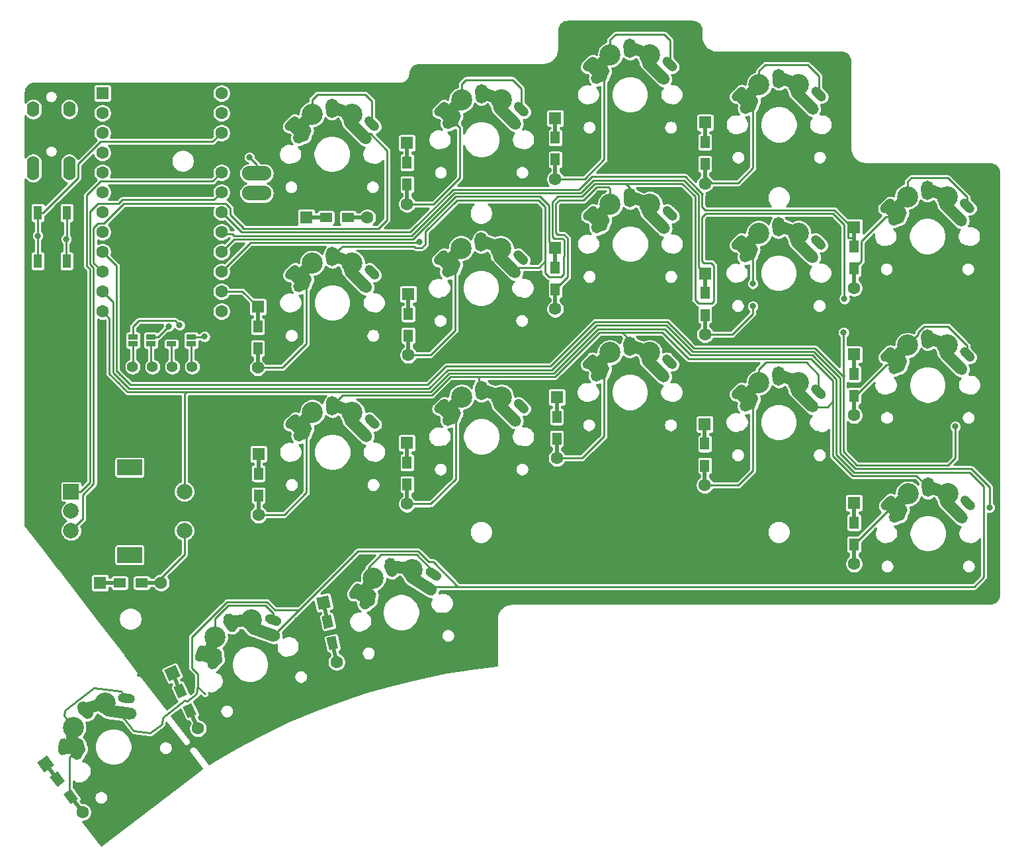
<source format=gbr>
%TF.GenerationSoftware,KiCad,Pcbnew,(5.1.7)-1*%
%TF.CreationDate,2021-07-11T14:26:08+05:30*%
%TF.ProjectId,Pankh,50616e6b-682e-46b6-9963-61645f706362,rev?*%
%TF.SameCoordinates,Original*%
%TF.FileFunction,Copper,L1,Top*%
%TF.FilePolarity,Positive*%
%FSLAX46Y46*%
G04 Gerber Fmt 4.6, Leading zero omitted, Abs format (unit mm)*
G04 Created by KiCad (PCBNEW (5.1.7)-1) date 2021-07-11 14:26:08*
%MOMM*%
%LPD*%
G01*
G04 APERTURE LIST*
%TA.AperFunction,ComponentPad*%
%ADD10C,1.600000*%
%TD*%
%TA.AperFunction,ComponentPad*%
%ADD11R,1.600000X1.600000*%
%TD*%
%TA.AperFunction,ComponentPad*%
%ADD12C,2.700000*%
%TD*%
%TA.AperFunction,ComponentPad*%
%ADD13O,1.500000X2.500000*%
%TD*%
%TA.AperFunction,SMDPad,CuDef*%
%ADD14O,1.500000X3.000000*%
%TD*%
%TA.AperFunction,ComponentPad*%
%ADD15O,1.600000X2.000000*%
%TD*%
%TA.AperFunction,ComponentPad*%
%ADD16R,2.000000X2.000000*%
%TD*%
%TA.AperFunction,ComponentPad*%
%ADD17C,2.000000*%
%TD*%
%TA.AperFunction,ComponentPad*%
%ADD18R,3.200000X2.000000*%
%TD*%
%TA.AperFunction,SMDPad,CuDef*%
%ADD19R,2.900000X0.500000*%
%TD*%
%TA.AperFunction,SMDPad,CuDef*%
%ADD20R,1.600000X1.200000*%
%TD*%
%TA.AperFunction,SMDPad,CuDef*%
%ADD21O,3.759200X1.879600*%
%TD*%
%TA.AperFunction,SMDPad,CuDef*%
%ADD22R,1.100000X1.800000*%
%TD*%
%TA.AperFunction,SMDPad,CuDef*%
%ADD23R,0.500000X2.900000*%
%TD*%
%TA.AperFunction,SMDPad,CuDef*%
%ADD24R,1.200000X1.600000*%
%TD*%
%TA.AperFunction,ComponentPad*%
%ADD25C,0.100000*%
%TD*%
%TA.AperFunction,SMDPad,CuDef*%
%ADD26C,0.100000*%
%TD*%
%TA.AperFunction,SMDPad,CuDef*%
%ADD27R,1.270000X0.635000*%
%TD*%
%TA.AperFunction,ComponentPad*%
%ADD28C,1.397000*%
%TD*%
%TA.AperFunction,ViaPad*%
%ADD29C,0.800000*%
%TD*%
%TA.AperFunction,Conductor*%
%ADD30C,0.250000*%
%TD*%
%TA.AperFunction,Conductor*%
%ADD31C,0.254000*%
%TD*%
%TA.AperFunction,Conductor*%
%ADD32C,0.100000*%
%TD*%
G04 APERTURE END LIST*
D10*
%TO.P,U1,24*%
%TO.N,N/C*%
X116087177Y-52002930D03*
%TO.P,U1,23*%
%TO.N,GND*%
X116087177Y-54542930D03*
%TO.P,U1,22*%
%TO.N,Net-(RST1-Pad1)*%
X116087177Y-57082930D03*
%TO.P,U1,21*%
%TO.N,VCC*%
X116087177Y-59622930D03*
%TO.P,U1,20*%
%TO.N,/RotA*%
X116087177Y-62162930D03*
%TO.P,U1,19*%
%TO.N,/RotB*%
X116087177Y-64702930D03*
%TO.P,U1,18*%
%TO.N,/Col1*%
X116087177Y-67242930D03*
%TO.P,U1,17*%
%TO.N,/Col2*%
X116087177Y-69782930D03*
%TO.P,U1,16*%
%TO.N,/Col3*%
X116087177Y-72322930D03*
%TO.P,U1,15*%
%TO.N,/Col4*%
X116087177Y-74862930D03*
%TO.P,U1,14*%
%TO.N,/Col5*%
X116087177Y-77402930D03*
%TO.P,U1,13*%
%TO.N,/PWM*%
X116087177Y-79942930D03*
%TO.P,U1,12*%
%TO.N,/Row4*%
X100847177Y-79942930D03*
%TO.P,U1,11*%
%TO.N,/Row3*%
X100847177Y-77402930D03*
%TO.P,U1,10*%
%TO.N,/Row1*%
X100847177Y-74862930D03*
%TO.P,U1,9*%
%TO.N,/Row2*%
X100847177Y-72322930D03*
%TO.P,U1,8*%
%TO.N,N/C*%
X100847177Y-69782930D03*
%TO.P,U1,7*%
X100847177Y-67242930D03*
%TO.P,U1,6*%
%TO.N,SCL*%
X100847177Y-64702930D03*
%TO.P,U1,5*%
%TO.N,SDA*%
X100847177Y-62162930D03*
%TO.P,U1,4*%
%TO.N,GND*%
X100847177Y-59622930D03*
%TO.P,U1,3*%
X100847177Y-57082930D03*
%TO.P,U1,2*%
%TO.N,N/C*%
X100847177Y-54542930D03*
D11*
%TO.P,U1,1*%
%TO.N,/Serial*%
X100847177Y-52002930D03*
%TD*%
%TO.P,SW10,1*%
%TO.N,/Row4*%
%TA.AperFunction,ComponentPad*%
G36*
G01*
X138075165Y-113977042D02*
X138075165Y-113977042D01*
G75*
G02*
X137180613Y-113407150I-162330J732222D01*
G01*
X136964173Y-112430854D01*
G75*
G02*
X137534065Y-111536302I732222J162330D01*
G01*
X137534065Y-111536302D01*
G75*
G02*
X138428617Y-112106194I162330J-732222D01*
G01*
X138645057Y-113082490D01*
G75*
G02*
X138075165Y-113977042I-732222J-162330D01*
G01*
G37*
%TD.AperFunction*%
%TO.P,SW10,2*%
%TO.N,Net-(D10-Pad2)*%
%TA.AperFunction,ComponentPad*%
G36*
G01*
X142288873Y-113014392D02*
X142288873Y-113014392D01*
G75*
G02*
X143117288Y-112830737I506035J-322380D01*
G01*
X143960680Y-113368037D01*
G75*
G02*
X144144335Y-114196452I-322380J-506035D01*
G01*
X144144335Y-114196452D01*
G75*
G02*
X143315920Y-114380107I-506035J322380D01*
G01*
X142472528Y-113842807D01*
G75*
G02*
X142288873Y-113014392I322380J506035D01*
G01*
G37*
%TD.AperFunction*%
%TA.AperFunction,ComponentPad*%
G36*
G01*
X132667355Y-116740837D02*
X132667355Y-116740837D01*
G75*
G02*
X132483700Y-115912422I322380J506035D01*
G01*
X133021000Y-115069030D01*
G75*
G02*
X133849415Y-114885375I506035J-322380D01*
G01*
X133849415Y-114885375D01*
G75*
G02*
X134033070Y-115713790I-322380J-506035D01*
G01*
X133495770Y-116557182D01*
G75*
G02*
X132667355Y-116740837I-506035J322380D01*
G01*
G37*
%TD.AperFunction*%
%TA.AperFunction,ComponentPad*%
G36*
G01*
X134059945Y-118042409D02*
X134059945Y-118042409D01*
G75*
G02*
X133830376Y-117006890I402975J632544D01*
G01*
X134528866Y-115910482D01*
G75*
G02*
X135564385Y-115680913I632544J-402975D01*
G01*
X135564385Y-115680913D01*
G75*
G02*
X135793954Y-116716432I-402975J-632544D01*
G01*
X135095464Y-117812840D01*
G75*
G02*
X134059945Y-118042409I-632544J402975D01*
G01*
G37*
%TD.AperFunction*%
%TO.P,SW10,1*%
%TO.N,/Row4*%
%TA.AperFunction,ComponentPad*%
G36*
G01*
X141070792Y-114460171D02*
X141070792Y-114460171D01*
G75*
G02*
X142106311Y-114230602I632544J-402975D01*
G01*
X143202719Y-114929092D01*
G75*
G02*
X143432288Y-115964611I-402975J-632544D01*
G01*
X143432288Y-115964611D01*
G75*
G02*
X142396769Y-116194180I-632544J402975D01*
G01*
X141300361Y-115495690D01*
G75*
G02*
X141070792Y-114460171I402975J632544D01*
G01*
G37*
%TD.AperFunction*%
D12*
%TO.P,SW10,2*%
%TO.N,Net-(D10-Pad2)*%
X135502304Y-114106991D03*
%TO.P,SW10,1*%
%TO.N,/Row4*%
X140461888Y-113007478D03*
%TO.P,SW10,2*%
%TO.N,Net-(D10-Pad2)*%
%TA.AperFunction,SMDPad,CuDef*%
G36*
G01*
X134630104Y-117649170D02*
X132963562Y-116587466D01*
G75*
G02*
X132730320Y-115535380I409422J642664D01*
G01*
X132730320Y-115535380D01*
G75*
G02*
X133782406Y-115302138I642664J-409422D01*
G01*
X135448948Y-116363842D01*
G75*
G02*
X135682190Y-117415928I-409422J-642664D01*
G01*
X135682190Y-117415928D01*
G75*
G02*
X134630104Y-117649170I-642664J409422D01*
G01*
G37*
%TD.AperFunction*%
%TA.AperFunction,SMDPad,CuDef*%
G36*
G01*
X133481127Y-115861399D02*
X135080131Y-113351467D01*
G75*
G02*
X136132217Y-113118225I642664J-409422D01*
G01*
X136132217Y-113118225D01*
G75*
G02*
X136365459Y-114170311I-409422J-642664D01*
G01*
X134766455Y-116680243D01*
G75*
G02*
X133714369Y-116913485I-642664J409422D01*
G01*
X133714369Y-116913485D01*
G75*
G02*
X133481127Y-115861399I409422J642664D01*
G01*
G37*
%TD.AperFunction*%
%TO.P,SW10,1*%
%TO.N,/Row4*%
%TA.AperFunction,SMDPad,CuDef*%
G36*
G01*
X140487849Y-113736102D02*
X137537309Y-113347656D01*
G75*
G02*
X136881289Y-112492714I99461J755481D01*
G01*
X136881289Y-112492714D01*
G75*
G02*
X137736231Y-111836694I755481J-99461D01*
G01*
X140686771Y-112225140D01*
G75*
G02*
X141342791Y-113080082I-99461J-755481D01*
G01*
X141342791Y-113080082D01*
G75*
G02*
X140487849Y-113736102I-755481J99461D01*
G01*
G37*
%TD.AperFunction*%
%TA.AperFunction,SMDPad,CuDef*%
G36*
G01*
X142491174Y-116268550D02*
X139981242Y-114669546D01*
G75*
G02*
X139748000Y-113617460I409422J642664D01*
G01*
X139748000Y-113617460D01*
G75*
G02*
X140800086Y-113384218I642664J-409422D01*
G01*
X143310018Y-114983222D01*
G75*
G02*
X143543260Y-116035308I-409422J-642664D01*
G01*
X143543260Y-116035308D01*
G75*
G02*
X142491174Y-116268550I-642664J409422D01*
G01*
G37*
%TD.AperFunction*%
%TA.AperFunction,SMDPad,CuDef*%
G36*
G01*
X140001947Y-114397988D02*
X139677287Y-112933544D01*
G75*
G02*
X140247179Y-112038992I732222J162330D01*
G01*
X140247179Y-112038992D01*
G75*
G02*
X141141731Y-112608884I162330J-732222D01*
G01*
X141466391Y-114073328D01*
G75*
G02*
X140896499Y-114967880I-732222J-162330D01*
G01*
X140896499Y-114967880D01*
G75*
G02*
X140001947Y-114397988I-162330J732222D01*
G01*
G37*
%TD.AperFunction*%
%TD*%
D13*
%TO.P,SW13,1*%
%TO.N,/Row2*%
X187382028Y-69123131D03*
%TO.P,SW13,2*%
%TO.N,Net-(D13-Pad2)*%
%TA.AperFunction,ComponentPad*%
G36*
G01*
X191704211Y-70345314D02*
X191704211Y-70345314D01*
G75*
G02*
X192552739Y-70345314I424264J-424264D01*
G01*
X193259845Y-71052420D01*
G75*
G02*
X193259845Y-71900948I-424264J-424264D01*
G01*
X193259845Y-71900948D01*
G75*
G02*
X192411317Y-71900948I-424264J424264D01*
G01*
X191704211Y-71193842D01*
G75*
G02*
X191704211Y-70345314I424264J424264D01*
G01*
G37*
%TD.AperFunction*%
%TA.AperFunction,ComponentPad*%
G36*
G01*
X181504211Y-71900948D02*
X181504211Y-71900948D01*
G75*
G02*
X181504211Y-71052420I424264J424264D01*
G01*
X182211317Y-70345314D01*
G75*
G02*
X183059845Y-70345314I424264J-424264D01*
G01*
X183059845Y-70345314D01*
G75*
G02*
X183059845Y-71193842I-424264J-424264D01*
G01*
X182352739Y-71900948D01*
G75*
G02*
X181504211Y-71900948I-424264J424264D01*
G01*
G37*
%TD.AperFunction*%
%TA.AperFunction,ComponentPad*%
G36*
G01*
X182582079Y-73473080D02*
X182582079Y-73473080D01*
G75*
G02*
X182582079Y-72412420I530330J530330D01*
G01*
X183501317Y-71493182D01*
G75*
G02*
X184561977Y-71493182I530330J-530330D01*
G01*
X184561977Y-71493182D01*
G75*
G02*
X184561977Y-72553842I-530330J-530330D01*
G01*
X183642739Y-73473080D01*
G75*
G02*
X182582079Y-73473080I-530330J530330D01*
G01*
G37*
%TD.AperFunction*%
%TO.P,SW13,1*%
%TO.N,/Row2*%
%TA.AperFunction,ComponentPad*%
G36*
G01*
X190202079Y-71493182D02*
X190202079Y-71493182D01*
G75*
G02*
X191262739Y-71493182I530330J-530330D01*
G01*
X192181977Y-72412420D01*
G75*
G02*
X192181977Y-73473080I-530330J-530330D01*
G01*
X192181977Y-73473080D01*
G75*
G02*
X191121317Y-73473080I-530330J530330D01*
G01*
X190202079Y-72553842D01*
G75*
G02*
X190202079Y-71493182I530330J530330D01*
G01*
G37*
%TD.AperFunction*%
D12*
%TO.P,SW13,2*%
%TO.N,Net-(D13-Pad2)*%
X184842028Y-69943131D03*
%TO.P,SW13,1*%
%TO.N,/Row2*%
X189922028Y-69943131D03*
%TO.P,SW13,2*%
%TO.N,Net-(D13-Pad2)*%
%TA.AperFunction,SMDPad,CuDef*%
G36*
G01*
X183223834Y-73212567D02*
X181826592Y-71815325D01*
G75*
G02*
X181826592Y-70737695I538815J538815D01*
G01*
X181826592Y-70737695D01*
G75*
G02*
X182904222Y-70737695I538815J-538815D01*
G01*
X184301464Y-72134937D01*
G75*
G02*
X184301464Y-73212567I-538815J-538815D01*
G01*
X184301464Y-73212567D01*
G75*
G02*
X183223834Y-73212567I-538815J538815D01*
G01*
G37*
%TD.AperFunction*%
%TA.AperFunction,SMDPad,CuDef*%
G36*
G01*
X182489038Y-71218491D02*
X184593388Y-69114141D01*
G75*
G02*
X185671018Y-69114141I538815J-538815D01*
G01*
X185671018Y-69114141D01*
G75*
G02*
X185671018Y-70191771I-538815J-538815D01*
G01*
X183566668Y-72296121D01*
G75*
G02*
X182489038Y-72296121I-538815J538815D01*
G01*
X182489038Y-72296121D01*
G75*
G02*
X182489038Y-71218491I538815J538815D01*
G01*
G37*
%TD.AperFunction*%
%TO.P,SW13,1*%
%TO.N,/Row2*%
%TA.AperFunction,SMDPad,CuDef*%
G36*
G01*
X189789672Y-70660103D02*
X186993146Y-69642251D01*
G75*
G02*
X186537719Y-68665586I260619J716046D01*
G01*
X186537719Y-68665586D01*
G75*
G02*
X187514384Y-68210159I716046J-260619D01*
G01*
X190310910Y-69228011D01*
G75*
G02*
X190766337Y-70204676I-260619J-716046D01*
G01*
X190766337Y-70204676D01*
G75*
G02*
X189789672Y-70660103I-716046J260619D01*
G01*
G37*
%TD.AperFunction*%
%TA.AperFunction,SMDPad,CuDef*%
G36*
G01*
X191197388Y-73566121D02*
X189093038Y-71461771D01*
G75*
G02*
X189093038Y-70384141I538815J538815D01*
G01*
X189093038Y-70384141D01*
G75*
G02*
X190170668Y-70384141I538815J-538815D01*
G01*
X192275018Y-72488491D01*
G75*
G02*
X192275018Y-73566121I-538815J-538815D01*
G01*
X192275018Y-73566121D01*
G75*
G02*
X191197388Y-73566121I-538815J538815D01*
G01*
G37*
%TD.AperFunction*%
D14*
X189922028Y-70451131D03*
%TD*%
D13*
%TO.P,SW8,1*%
%TO.N,/Row2*%
X206459757Y-83462119D03*
%TO.P,SW8,2*%
%TO.N,Net-(D8-Pad2)*%
%TA.AperFunction,ComponentPad*%
G36*
G01*
X210781940Y-84684302D02*
X210781940Y-84684302D01*
G75*
G02*
X211630468Y-84684302I424264J-424264D01*
G01*
X212337574Y-85391408D01*
G75*
G02*
X212337574Y-86239936I-424264J-424264D01*
G01*
X212337574Y-86239936D01*
G75*
G02*
X211489046Y-86239936I-424264J424264D01*
G01*
X210781940Y-85532830D01*
G75*
G02*
X210781940Y-84684302I424264J424264D01*
G01*
G37*
%TD.AperFunction*%
%TA.AperFunction,ComponentPad*%
G36*
G01*
X200581940Y-86239936D02*
X200581940Y-86239936D01*
G75*
G02*
X200581940Y-85391408I424264J424264D01*
G01*
X201289046Y-84684302D01*
G75*
G02*
X202137574Y-84684302I424264J-424264D01*
G01*
X202137574Y-84684302D01*
G75*
G02*
X202137574Y-85532830I-424264J-424264D01*
G01*
X201430468Y-86239936D01*
G75*
G02*
X200581940Y-86239936I-424264J424264D01*
G01*
G37*
%TD.AperFunction*%
%TA.AperFunction,ComponentPad*%
G36*
G01*
X201659808Y-87812068D02*
X201659808Y-87812068D01*
G75*
G02*
X201659808Y-86751408I530330J530330D01*
G01*
X202579046Y-85832170D01*
G75*
G02*
X203639706Y-85832170I530330J-530330D01*
G01*
X203639706Y-85832170D01*
G75*
G02*
X203639706Y-86892830I-530330J-530330D01*
G01*
X202720468Y-87812068D01*
G75*
G02*
X201659808Y-87812068I-530330J530330D01*
G01*
G37*
%TD.AperFunction*%
%TO.P,SW8,1*%
%TO.N,/Row2*%
%TA.AperFunction,ComponentPad*%
G36*
G01*
X209279808Y-85832170D02*
X209279808Y-85832170D01*
G75*
G02*
X210340468Y-85832170I530330J-530330D01*
G01*
X211259706Y-86751408D01*
G75*
G02*
X211259706Y-87812068I-530330J-530330D01*
G01*
X211259706Y-87812068D01*
G75*
G02*
X210199046Y-87812068I-530330J530330D01*
G01*
X209279808Y-86892830D01*
G75*
G02*
X209279808Y-85832170I530330J530330D01*
G01*
G37*
%TD.AperFunction*%
D12*
%TO.P,SW8,2*%
%TO.N,Net-(D8-Pad2)*%
X203919757Y-84282119D03*
%TO.P,SW8,1*%
%TO.N,/Row2*%
X208999757Y-84282119D03*
%TO.P,SW8,2*%
%TO.N,Net-(D8-Pad2)*%
%TA.AperFunction,SMDPad,CuDef*%
G36*
G01*
X202301563Y-87551555D02*
X200904321Y-86154313D01*
G75*
G02*
X200904321Y-85076683I538815J538815D01*
G01*
X200904321Y-85076683D01*
G75*
G02*
X201981951Y-85076683I538815J-538815D01*
G01*
X203379193Y-86473925D01*
G75*
G02*
X203379193Y-87551555I-538815J-538815D01*
G01*
X203379193Y-87551555D01*
G75*
G02*
X202301563Y-87551555I-538815J538815D01*
G01*
G37*
%TD.AperFunction*%
%TA.AperFunction,SMDPad,CuDef*%
G36*
G01*
X201566767Y-85557479D02*
X203671117Y-83453129D01*
G75*
G02*
X204748747Y-83453129I538815J-538815D01*
G01*
X204748747Y-83453129D01*
G75*
G02*
X204748747Y-84530759I-538815J-538815D01*
G01*
X202644397Y-86635109D01*
G75*
G02*
X201566767Y-86635109I-538815J538815D01*
G01*
X201566767Y-86635109D01*
G75*
G02*
X201566767Y-85557479I538815J538815D01*
G01*
G37*
%TD.AperFunction*%
%TO.P,SW8,1*%
%TO.N,/Row2*%
%TA.AperFunction,SMDPad,CuDef*%
G36*
G01*
X208867401Y-84999091D02*
X206070875Y-83981239D01*
G75*
G02*
X205615448Y-83004574I260619J716046D01*
G01*
X205615448Y-83004574D01*
G75*
G02*
X206592113Y-82549147I716046J-260619D01*
G01*
X209388639Y-83566999D01*
G75*
G02*
X209844066Y-84543664I-260619J-716046D01*
G01*
X209844066Y-84543664D01*
G75*
G02*
X208867401Y-84999091I-716046J260619D01*
G01*
G37*
%TD.AperFunction*%
%TA.AperFunction,SMDPad,CuDef*%
G36*
G01*
X210275117Y-87905109D02*
X208170767Y-85800759D01*
G75*
G02*
X208170767Y-84723129I538815J538815D01*
G01*
X208170767Y-84723129D01*
G75*
G02*
X209248397Y-84723129I538815J-538815D01*
G01*
X211352747Y-86827479D01*
G75*
G02*
X211352747Y-87905109I-538815J-538815D01*
G01*
X211352747Y-87905109D01*
G75*
G02*
X210275117Y-87905109I-538815J538815D01*
G01*
G37*
%TD.AperFunction*%
D14*
X208999757Y-84790119D03*
%TD*%
D13*
%TO.P,SW7,1*%
%TO.N,/Row1*%
X206416110Y-64427218D03*
%TO.P,SW7,2*%
%TO.N,Net-(D7-Pad2)*%
%TA.AperFunction,ComponentPad*%
G36*
G01*
X210738293Y-65649401D02*
X210738293Y-65649401D01*
G75*
G02*
X211586821Y-65649401I424264J-424264D01*
G01*
X212293927Y-66356507D01*
G75*
G02*
X212293927Y-67205035I-424264J-424264D01*
G01*
X212293927Y-67205035D01*
G75*
G02*
X211445399Y-67205035I-424264J424264D01*
G01*
X210738293Y-66497929D01*
G75*
G02*
X210738293Y-65649401I424264J424264D01*
G01*
G37*
%TD.AperFunction*%
%TA.AperFunction,ComponentPad*%
G36*
G01*
X200538293Y-67205035D02*
X200538293Y-67205035D01*
G75*
G02*
X200538293Y-66356507I424264J424264D01*
G01*
X201245399Y-65649401D01*
G75*
G02*
X202093927Y-65649401I424264J-424264D01*
G01*
X202093927Y-65649401D01*
G75*
G02*
X202093927Y-66497929I-424264J-424264D01*
G01*
X201386821Y-67205035D01*
G75*
G02*
X200538293Y-67205035I-424264J424264D01*
G01*
G37*
%TD.AperFunction*%
%TA.AperFunction,ComponentPad*%
G36*
G01*
X201616161Y-68777167D02*
X201616161Y-68777167D01*
G75*
G02*
X201616161Y-67716507I530330J530330D01*
G01*
X202535399Y-66797269D01*
G75*
G02*
X203596059Y-66797269I530330J-530330D01*
G01*
X203596059Y-66797269D01*
G75*
G02*
X203596059Y-67857929I-530330J-530330D01*
G01*
X202676821Y-68777167D01*
G75*
G02*
X201616161Y-68777167I-530330J530330D01*
G01*
G37*
%TD.AperFunction*%
%TO.P,SW7,1*%
%TO.N,/Row1*%
%TA.AperFunction,ComponentPad*%
G36*
G01*
X209236161Y-66797269D02*
X209236161Y-66797269D01*
G75*
G02*
X210296821Y-66797269I530330J-530330D01*
G01*
X211216059Y-67716507D01*
G75*
G02*
X211216059Y-68777167I-530330J-530330D01*
G01*
X211216059Y-68777167D01*
G75*
G02*
X210155399Y-68777167I-530330J530330D01*
G01*
X209236161Y-67857929D01*
G75*
G02*
X209236161Y-66797269I530330J530330D01*
G01*
G37*
%TD.AperFunction*%
D12*
%TO.P,SW7,2*%
%TO.N,Net-(D7-Pad2)*%
X203876110Y-65247218D03*
%TO.P,SW7,1*%
%TO.N,/Row1*%
X208956110Y-65247218D03*
%TO.P,SW7,2*%
%TO.N,Net-(D7-Pad2)*%
%TA.AperFunction,SMDPad,CuDef*%
G36*
G01*
X202257916Y-68516654D02*
X200860674Y-67119412D01*
G75*
G02*
X200860674Y-66041782I538815J538815D01*
G01*
X200860674Y-66041782D01*
G75*
G02*
X201938304Y-66041782I538815J-538815D01*
G01*
X203335546Y-67439024D01*
G75*
G02*
X203335546Y-68516654I-538815J-538815D01*
G01*
X203335546Y-68516654D01*
G75*
G02*
X202257916Y-68516654I-538815J538815D01*
G01*
G37*
%TD.AperFunction*%
%TA.AperFunction,SMDPad,CuDef*%
G36*
G01*
X201523120Y-66522578D02*
X203627470Y-64418228D01*
G75*
G02*
X204705100Y-64418228I538815J-538815D01*
G01*
X204705100Y-64418228D01*
G75*
G02*
X204705100Y-65495858I-538815J-538815D01*
G01*
X202600750Y-67600208D01*
G75*
G02*
X201523120Y-67600208I-538815J538815D01*
G01*
X201523120Y-67600208D01*
G75*
G02*
X201523120Y-66522578I538815J538815D01*
G01*
G37*
%TD.AperFunction*%
%TO.P,SW7,1*%
%TO.N,/Row1*%
%TA.AperFunction,SMDPad,CuDef*%
G36*
G01*
X208823754Y-65964190D02*
X206027228Y-64946338D01*
G75*
G02*
X205571801Y-63969673I260619J716046D01*
G01*
X205571801Y-63969673D01*
G75*
G02*
X206548466Y-63514246I716046J-260619D01*
G01*
X209344992Y-64532098D01*
G75*
G02*
X209800419Y-65508763I-260619J-716046D01*
G01*
X209800419Y-65508763D01*
G75*
G02*
X208823754Y-65964190I-716046J260619D01*
G01*
G37*
%TD.AperFunction*%
%TA.AperFunction,SMDPad,CuDef*%
G36*
G01*
X210231470Y-68870208D02*
X208127120Y-66765858D01*
G75*
G02*
X208127120Y-65688228I538815J538815D01*
G01*
X208127120Y-65688228D01*
G75*
G02*
X209204750Y-65688228I538815J-538815D01*
G01*
X211309100Y-67792578D01*
G75*
G02*
X211309100Y-68870208I-538815J-538815D01*
G01*
X211309100Y-68870208D01*
G75*
G02*
X210231470Y-68870208I-538815J538815D01*
G01*
G37*
%TD.AperFunction*%
D14*
X208956110Y-65755218D03*
%TD*%
D13*
%TO.P,SW12,1*%
%TO.N,/Row1*%
X187428938Y-50112502D03*
%TO.P,SW12,2*%
%TO.N,Net-(D12-Pad2)*%
%TA.AperFunction,ComponentPad*%
G36*
G01*
X191751121Y-51334685D02*
X191751121Y-51334685D01*
G75*
G02*
X192599649Y-51334685I424264J-424264D01*
G01*
X193306755Y-52041791D01*
G75*
G02*
X193306755Y-52890319I-424264J-424264D01*
G01*
X193306755Y-52890319D01*
G75*
G02*
X192458227Y-52890319I-424264J424264D01*
G01*
X191751121Y-52183213D01*
G75*
G02*
X191751121Y-51334685I424264J424264D01*
G01*
G37*
%TD.AperFunction*%
%TA.AperFunction,ComponentPad*%
G36*
G01*
X181551121Y-52890319D02*
X181551121Y-52890319D01*
G75*
G02*
X181551121Y-52041791I424264J424264D01*
G01*
X182258227Y-51334685D01*
G75*
G02*
X183106755Y-51334685I424264J-424264D01*
G01*
X183106755Y-51334685D01*
G75*
G02*
X183106755Y-52183213I-424264J-424264D01*
G01*
X182399649Y-52890319D01*
G75*
G02*
X181551121Y-52890319I-424264J424264D01*
G01*
G37*
%TD.AperFunction*%
%TA.AperFunction,ComponentPad*%
G36*
G01*
X182628989Y-54462451D02*
X182628989Y-54462451D01*
G75*
G02*
X182628989Y-53401791I530330J530330D01*
G01*
X183548227Y-52482553D01*
G75*
G02*
X184608887Y-52482553I530330J-530330D01*
G01*
X184608887Y-52482553D01*
G75*
G02*
X184608887Y-53543213I-530330J-530330D01*
G01*
X183689649Y-54462451D01*
G75*
G02*
X182628989Y-54462451I-530330J530330D01*
G01*
G37*
%TD.AperFunction*%
%TO.P,SW12,1*%
%TO.N,/Row1*%
%TA.AperFunction,ComponentPad*%
G36*
G01*
X190248989Y-52482553D02*
X190248989Y-52482553D01*
G75*
G02*
X191309649Y-52482553I530330J-530330D01*
G01*
X192228887Y-53401791D01*
G75*
G02*
X192228887Y-54462451I-530330J-530330D01*
G01*
X192228887Y-54462451D01*
G75*
G02*
X191168227Y-54462451I-530330J530330D01*
G01*
X190248989Y-53543213D01*
G75*
G02*
X190248989Y-52482553I530330J530330D01*
G01*
G37*
%TD.AperFunction*%
D12*
%TO.P,SW12,2*%
%TO.N,Net-(D12-Pad2)*%
X184888938Y-50932502D03*
%TO.P,SW12,1*%
%TO.N,/Row1*%
X189968938Y-50932502D03*
%TO.P,SW12,2*%
%TO.N,Net-(D12-Pad2)*%
%TA.AperFunction,SMDPad,CuDef*%
G36*
G01*
X183270744Y-54201938D02*
X181873502Y-52804696D01*
G75*
G02*
X181873502Y-51727066I538815J538815D01*
G01*
X181873502Y-51727066D01*
G75*
G02*
X182951132Y-51727066I538815J-538815D01*
G01*
X184348374Y-53124308D01*
G75*
G02*
X184348374Y-54201938I-538815J-538815D01*
G01*
X184348374Y-54201938D01*
G75*
G02*
X183270744Y-54201938I-538815J538815D01*
G01*
G37*
%TD.AperFunction*%
%TA.AperFunction,SMDPad,CuDef*%
G36*
G01*
X182535948Y-52207862D02*
X184640298Y-50103512D01*
G75*
G02*
X185717928Y-50103512I538815J-538815D01*
G01*
X185717928Y-50103512D01*
G75*
G02*
X185717928Y-51181142I-538815J-538815D01*
G01*
X183613578Y-53285492D01*
G75*
G02*
X182535948Y-53285492I-538815J538815D01*
G01*
X182535948Y-53285492D01*
G75*
G02*
X182535948Y-52207862I538815J538815D01*
G01*
G37*
%TD.AperFunction*%
%TO.P,SW12,1*%
%TO.N,/Row1*%
%TA.AperFunction,SMDPad,CuDef*%
G36*
G01*
X189836582Y-51649474D02*
X187040056Y-50631622D01*
G75*
G02*
X186584629Y-49654957I260619J716046D01*
G01*
X186584629Y-49654957D01*
G75*
G02*
X187561294Y-49199530I716046J-260619D01*
G01*
X190357820Y-50217382D01*
G75*
G02*
X190813247Y-51194047I-260619J-716046D01*
G01*
X190813247Y-51194047D01*
G75*
G02*
X189836582Y-51649474I-716046J260619D01*
G01*
G37*
%TD.AperFunction*%
%TA.AperFunction,SMDPad,CuDef*%
G36*
G01*
X191244298Y-54555492D02*
X189139948Y-52451142D01*
G75*
G02*
X189139948Y-51373512I538815J538815D01*
G01*
X189139948Y-51373512D01*
G75*
G02*
X190217578Y-51373512I538815J-538815D01*
G01*
X192321928Y-53477862D01*
G75*
G02*
X192321928Y-54555492I-538815J-538815D01*
G01*
X192321928Y-54555492D01*
G75*
G02*
X191244298Y-54555492I-538815J538815D01*
G01*
G37*
%TD.AperFunction*%
D14*
X189968938Y-51440502D03*
%TD*%
D13*
%TO.P,SW22,1*%
%TO.N,/Row1*%
X149350904Y-52041666D03*
%TO.P,SW22,2*%
%TO.N,Net-(D22-Pad2)*%
%TA.AperFunction,ComponentPad*%
G36*
G01*
X153673087Y-53263849D02*
X153673087Y-53263849D01*
G75*
G02*
X154521615Y-53263849I424264J-424264D01*
G01*
X155228721Y-53970955D01*
G75*
G02*
X155228721Y-54819483I-424264J-424264D01*
G01*
X155228721Y-54819483D01*
G75*
G02*
X154380193Y-54819483I-424264J424264D01*
G01*
X153673087Y-54112377D01*
G75*
G02*
X153673087Y-53263849I424264J424264D01*
G01*
G37*
%TD.AperFunction*%
%TA.AperFunction,ComponentPad*%
G36*
G01*
X143473087Y-54819483D02*
X143473087Y-54819483D01*
G75*
G02*
X143473087Y-53970955I424264J424264D01*
G01*
X144180193Y-53263849D01*
G75*
G02*
X145028721Y-53263849I424264J-424264D01*
G01*
X145028721Y-53263849D01*
G75*
G02*
X145028721Y-54112377I-424264J-424264D01*
G01*
X144321615Y-54819483D01*
G75*
G02*
X143473087Y-54819483I-424264J424264D01*
G01*
G37*
%TD.AperFunction*%
%TA.AperFunction,ComponentPad*%
G36*
G01*
X144550955Y-56391615D02*
X144550955Y-56391615D01*
G75*
G02*
X144550955Y-55330955I530330J530330D01*
G01*
X145470193Y-54411717D01*
G75*
G02*
X146530853Y-54411717I530330J-530330D01*
G01*
X146530853Y-54411717D01*
G75*
G02*
X146530853Y-55472377I-530330J-530330D01*
G01*
X145611615Y-56391615D01*
G75*
G02*
X144550955Y-56391615I-530330J530330D01*
G01*
G37*
%TD.AperFunction*%
%TO.P,SW22,1*%
%TO.N,/Row1*%
%TA.AperFunction,ComponentPad*%
G36*
G01*
X152170955Y-54411717D02*
X152170955Y-54411717D01*
G75*
G02*
X153231615Y-54411717I530330J-530330D01*
G01*
X154150853Y-55330955D01*
G75*
G02*
X154150853Y-56391615I-530330J-530330D01*
G01*
X154150853Y-56391615D01*
G75*
G02*
X153090193Y-56391615I-530330J530330D01*
G01*
X152170955Y-55472377D01*
G75*
G02*
X152170955Y-54411717I530330J530330D01*
G01*
G37*
%TD.AperFunction*%
D12*
%TO.P,SW22,2*%
%TO.N,Net-(D22-Pad2)*%
X146810904Y-52861666D03*
%TO.P,SW22,1*%
%TO.N,/Row1*%
X151890904Y-52861666D03*
%TO.P,SW22,2*%
%TO.N,Net-(D22-Pad2)*%
%TA.AperFunction,SMDPad,CuDef*%
G36*
G01*
X145192710Y-56131102D02*
X143795468Y-54733860D01*
G75*
G02*
X143795468Y-53656230I538815J538815D01*
G01*
X143795468Y-53656230D01*
G75*
G02*
X144873098Y-53656230I538815J-538815D01*
G01*
X146270340Y-55053472D01*
G75*
G02*
X146270340Y-56131102I-538815J-538815D01*
G01*
X146270340Y-56131102D01*
G75*
G02*
X145192710Y-56131102I-538815J538815D01*
G01*
G37*
%TD.AperFunction*%
%TA.AperFunction,SMDPad,CuDef*%
G36*
G01*
X144457914Y-54137026D02*
X146562264Y-52032676D01*
G75*
G02*
X147639894Y-52032676I538815J-538815D01*
G01*
X147639894Y-52032676D01*
G75*
G02*
X147639894Y-53110306I-538815J-538815D01*
G01*
X145535544Y-55214656D01*
G75*
G02*
X144457914Y-55214656I-538815J538815D01*
G01*
X144457914Y-55214656D01*
G75*
G02*
X144457914Y-54137026I538815J538815D01*
G01*
G37*
%TD.AperFunction*%
%TO.P,SW22,1*%
%TO.N,/Row1*%
%TA.AperFunction,SMDPad,CuDef*%
G36*
G01*
X151758548Y-53578638D02*
X148962022Y-52560786D01*
G75*
G02*
X148506595Y-51584121I260619J716046D01*
G01*
X148506595Y-51584121D01*
G75*
G02*
X149483260Y-51128694I716046J-260619D01*
G01*
X152279786Y-52146546D01*
G75*
G02*
X152735213Y-53123211I-260619J-716046D01*
G01*
X152735213Y-53123211D01*
G75*
G02*
X151758548Y-53578638I-716046J260619D01*
G01*
G37*
%TD.AperFunction*%
%TA.AperFunction,SMDPad,CuDef*%
G36*
G01*
X153166264Y-56484656D02*
X151061914Y-54380306D01*
G75*
G02*
X151061914Y-53302676I538815J538815D01*
G01*
X151061914Y-53302676D01*
G75*
G02*
X152139544Y-53302676I538815J-538815D01*
G01*
X154243894Y-55407026D01*
G75*
G02*
X154243894Y-56484656I-538815J-538815D01*
G01*
X154243894Y-56484656D01*
G75*
G02*
X153166264Y-56484656I-538815J538815D01*
G01*
G37*
%TD.AperFunction*%
D14*
X151890904Y-53369666D03*
%TD*%
D13*
%TO.P,SW26,1*%
%TO.N,/Row1*%
X130217209Y-53902919D03*
%TO.P,SW26,2*%
%TO.N,Net-(D26-Pad2)*%
%TA.AperFunction,ComponentPad*%
G36*
G01*
X134539392Y-55125102D02*
X134539392Y-55125102D01*
G75*
G02*
X135387920Y-55125102I424264J-424264D01*
G01*
X136095026Y-55832208D01*
G75*
G02*
X136095026Y-56680736I-424264J-424264D01*
G01*
X136095026Y-56680736D01*
G75*
G02*
X135246498Y-56680736I-424264J424264D01*
G01*
X134539392Y-55973630D01*
G75*
G02*
X134539392Y-55125102I424264J424264D01*
G01*
G37*
%TD.AperFunction*%
%TA.AperFunction,ComponentPad*%
G36*
G01*
X124339392Y-56680736D02*
X124339392Y-56680736D01*
G75*
G02*
X124339392Y-55832208I424264J424264D01*
G01*
X125046498Y-55125102D01*
G75*
G02*
X125895026Y-55125102I424264J-424264D01*
G01*
X125895026Y-55125102D01*
G75*
G02*
X125895026Y-55973630I-424264J-424264D01*
G01*
X125187920Y-56680736D01*
G75*
G02*
X124339392Y-56680736I-424264J424264D01*
G01*
G37*
%TD.AperFunction*%
%TA.AperFunction,ComponentPad*%
G36*
G01*
X125417260Y-58252868D02*
X125417260Y-58252868D01*
G75*
G02*
X125417260Y-57192208I530330J530330D01*
G01*
X126336498Y-56272970D01*
G75*
G02*
X127397158Y-56272970I530330J-530330D01*
G01*
X127397158Y-56272970D01*
G75*
G02*
X127397158Y-57333630I-530330J-530330D01*
G01*
X126477920Y-58252868D01*
G75*
G02*
X125417260Y-58252868I-530330J530330D01*
G01*
G37*
%TD.AperFunction*%
%TO.P,SW26,1*%
%TO.N,/Row1*%
%TA.AperFunction,ComponentPad*%
G36*
G01*
X133037260Y-56272970D02*
X133037260Y-56272970D01*
G75*
G02*
X134097920Y-56272970I530330J-530330D01*
G01*
X135017158Y-57192208D01*
G75*
G02*
X135017158Y-58252868I-530330J-530330D01*
G01*
X135017158Y-58252868D01*
G75*
G02*
X133956498Y-58252868I-530330J530330D01*
G01*
X133037260Y-57333630D01*
G75*
G02*
X133037260Y-56272970I530330J530330D01*
G01*
G37*
%TD.AperFunction*%
D12*
%TO.P,SW26,2*%
%TO.N,Net-(D26-Pad2)*%
X127677209Y-54722919D03*
%TO.P,SW26,1*%
%TO.N,/Row1*%
X132757209Y-54722919D03*
%TO.P,SW26,2*%
%TO.N,Net-(D26-Pad2)*%
%TA.AperFunction,SMDPad,CuDef*%
G36*
G01*
X126059015Y-57992355D02*
X124661773Y-56595113D01*
G75*
G02*
X124661773Y-55517483I538815J538815D01*
G01*
X124661773Y-55517483D01*
G75*
G02*
X125739403Y-55517483I538815J-538815D01*
G01*
X127136645Y-56914725D01*
G75*
G02*
X127136645Y-57992355I-538815J-538815D01*
G01*
X127136645Y-57992355D01*
G75*
G02*
X126059015Y-57992355I-538815J538815D01*
G01*
G37*
%TD.AperFunction*%
%TA.AperFunction,SMDPad,CuDef*%
G36*
G01*
X125324219Y-55998279D02*
X127428569Y-53893929D01*
G75*
G02*
X128506199Y-53893929I538815J-538815D01*
G01*
X128506199Y-53893929D01*
G75*
G02*
X128506199Y-54971559I-538815J-538815D01*
G01*
X126401849Y-57075909D01*
G75*
G02*
X125324219Y-57075909I-538815J538815D01*
G01*
X125324219Y-57075909D01*
G75*
G02*
X125324219Y-55998279I538815J538815D01*
G01*
G37*
%TD.AperFunction*%
%TO.P,SW26,1*%
%TO.N,/Row1*%
%TA.AperFunction,SMDPad,CuDef*%
G36*
G01*
X132624853Y-55439891D02*
X129828327Y-54422039D01*
G75*
G02*
X129372900Y-53445374I260619J716046D01*
G01*
X129372900Y-53445374D01*
G75*
G02*
X130349565Y-52989947I716046J-260619D01*
G01*
X133146091Y-54007799D01*
G75*
G02*
X133601518Y-54984464I-260619J-716046D01*
G01*
X133601518Y-54984464D01*
G75*
G02*
X132624853Y-55439891I-716046J260619D01*
G01*
G37*
%TD.AperFunction*%
%TA.AperFunction,SMDPad,CuDef*%
G36*
G01*
X134032569Y-58345909D02*
X131928219Y-56241559D01*
G75*
G02*
X131928219Y-55163929I538815J538815D01*
G01*
X131928219Y-55163929D01*
G75*
G02*
X133005849Y-55163929I538815J-538815D01*
G01*
X135110199Y-57268279D01*
G75*
G02*
X135110199Y-58345909I-538815J-538815D01*
G01*
X135110199Y-58345909D01*
G75*
G02*
X134032569Y-58345909I-538815J538815D01*
G01*
G37*
%TD.AperFunction*%
D14*
X132757209Y-55230919D03*
%TD*%
D13*
%TO.P,SW28,1*%
%TO.N,/Row3*%
X130280231Y-92063263D03*
%TO.P,SW28,2*%
%TO.N,Net-(D28-Pad2)*%
%TA.AperFunction,ComponentPad*%
G36*
G01*
X134602414Y-93285446D02*
X134602414Y-93285446D01*
G75*
G02*
X135450942Y-93285446I424264J-424264D01*
G01*
X136158048Y-93992552D01*
G75*
G02*
X136158048Y-94841080I-424264J-424264D01*
G01*
X136158048Y-94841080D01*
G75*
G02*
X135309520Y-94841080I-424264J424264D01*
G01*
X134602414Y-94133974D01*
G75*
G02*
X134602414Y-93285446I424264J424264D01*
G01*
G37*
%TD.AperFunction*%
%TA.AperFunction,ComponentPad*%
G36*
G01*
X124402414Y-94841080D02*
X124402414Y-94841080D01*
G75*
G02*
X124402414Y-93992552I424264J424264D01*
G01*
X125109520Y-93285446D01*
G75*
G02*
X125958048Y-93285446I424264J-424264D01*
G01*
X125958048Y-93285446D01*
G75*
G02*
X125958048Y-94133974I-424264J-424264D01*
G01*
X125250942Y-94841080D01*
G75*
G02*
X124402414Y-94841080I-424264J424264D01*
G01*
G37*
%TD.AperFunction*%
%TA.AperFunction,ComponentPad*%
G36*
G01*
X125480282Y-96413212D02*
X125480282Y-96413212D01*
G75*
G02*
X125480282Y-95352552I530330J530330D01*
G01*
X126399520Y-94433314D01*
G75*
G02*
X127460180Y-94433314I530330J-530330D01*
G01*
X127460180Y-94433314D01*
G75*
G02*
X127460180Y-95493974I-530330J-530330D01*
G01*
X126540942Y-96413212D01*
G75*
G02*
X125480282Y-96413212I-530330J530330D01*
G01*
G37*
%TD.AperFunction*%
%TO.P,SW28,1*%
%TO.N,/Row3*%
%TA.AperFunction,ComponentPad*%
G36*
G01*
X133100282Y-94433314D02*
X133100282Y-94433314D01*
G75*
G02*
X134160942Y-94433314I530330J-530330D01*
G01*
X135080180Y-95352552D01*
G75*
G02*
X135080180Y-96413212I-530330J-530330D01*
G01*
X135080180Y-96413212D01*
G75*
G02*
X134019520Y-96413212I-530330J530330D01*
G01*
X133100282Y-95493974D01*
G75*
G02*
X133100282Y-94433314I530330J530330D01*
G01*
G37*
%TD.AperFunction*%
D12*
%TO.P,SW28,2*%
%TO.N,Net-(D28-Pad2)*%
X127740231Y-92883263D03*
%TO.P,SW28,1*%
%TO.N,/Row3*%
X132820231Y-92883263D03*
%TO.P,SW28,2*%
%TO.N,Net-(D28-Pad2)*%
%TA.AperFunction,SMDPad,CuDef*%
G36*
G01*
X126122037Y-96152699D02*
X124724795Y-94755457D01*
G75*
G02*
X124724795Y-93677827I538815J538815D01*
G01*
X124724795Y-93677827D01*
G75*
G02*
X125802425Y-93677827I538815J-538815D01*
G01*
X127199667Y-95075069D01*
G75*
G02*
X127199667Y-96152699I-538815J-538815D01*
G01*
X127199667Y-96152699D01*
G75*
G02*
X126122037Y-96152699I-538815J538815D01*
G01*
G37*
%TD.AperFunction*%
%TA.AperFunction,SMDPad,CuDef*%
G36*
G01*
X125387241Y-94158623D02*
X127491591Y-92054273D01*
G75*
G02*
X128569221Y-92054273I538815J-538815D01*
G01*
X128569221Y-92054273D01*
G75*
G02*
X128569221Y-93131903I-538815J-538815D01*
G01*
X126464871Y-95236253D01*
G75*
G02*
X125387241Y-95236253I-538815J538815D01*
G01*
X125387241Y-95236253D01*
G75*
G02*
X125387241Y-94158623I538815J538815D01*
G01*
G37*
%TD.AperFunction*%
%TO.P,SW28,1*%
%TO.N,/Row3*%
%TA.AperFunction,SMDPad,CuDef*%
G36*
G01*
X132687875Y-93600235D02*
X129891349Y-92582383D01*
G75*
G02*
X129435922Y-91605718I260619J716046D01*
G01*
X129435922Y-91605718D01*
G75*
G02*
X130412587Y-91150291I716046J-260619D01*
G01*
X133209113Y-92168143D01*
G75*
G02*
X133664540Y-93144808I-260619J-716046D01*
G01*
X133664540Y-93144808D01*
G75*
G02*
X132687875Y-93600235I-716046J260619D01*
G01*
G37*
%TD.AperFunction*%
%TA.AperFunction,SMDPad,CuDef*%
G36*
G01*
X134095591Y-96506253D02*
X131991241Y-94401903D01*
G75*
G02*
X131991241Y-93324273I538815J538815D01*
G01*
X131991241Y-93324273D01*
G75*
G02*
X133068871Y-93324273I538815J-538815D01*
G01*
X135173221Y-95428623D01*
G75*
G02*
X135173221Y-96506253I-538815J-538815D01*
G01*
X135173221Y-96506253D01*
G75*
G02*
X134095591Y-96506253I-538815J538815D01*
G01*
G37*
%TD.AperFunction*%
D14*
X132820231Y-93391263D03*
%TD*%
D13*
%TO.P,SW27,1*%
%TO.N,/Row2*%
X130260853Y-72937813D03*
%TO.P,SW27,2*%
%TO.N,Net-(D27-Pad2)*%
%TA.AperFunction,ComponentPad*%
G36*
G01*
X134583036Y-74159996D02*
X134583036Y-74159996D01*
G75*
G02*
X135431564Y-74159996I424264J-424264D01*
G01*
X136138670Y-74867102D01*
G75*
G02*
X136138670Y-75715630I-424264J-424264D01*
G01*
X136138670Y-75715630D01*
G75*
G02*
X135290142Y-75715630I-424264J424264D01*
G01*
X134583036Y-75008524D01*
G75*
G02*
X134583036Y-74159996I424264J424264D01*
G01*
G37*
%TD.AperFunction*%
%TA.AperFunction,ComponentPad*%
G36*
G01*
X124383036Y-75715630D02*
X124383036Y-75715630D01*
G75*
G02*
X124383036Y-74867102I424264J424264D01*
G01*
X125090142Y-74159996D01*
G75*
G02*
X125938670Y-74159996I424264J-424264D01*
G01*
X125938670Y-74159996D01*
G75*
G02*
X125938670Y-75008524I-424264J-424264D01*
G01*
X125231564Y-75715630D01*
G75*
G02*
X124383036Y-75715630I-424264J424264D01*
G01*
G37*
%TD.AperFunction*%
%TA.AperFunction,ComponentPad*%
G36*
G01*
X125460904Y-77287762D02*
X125460904Y-77287762D01*
G75*
G02*
X125460904Y-76227102I530330J530330D01*
G01*
X126380142Y-75307864D01*
G75*
G02*
X127440802Y-75307864I530330J-530330D01*
G01*
X127440802Y-75307864D01*
G75*
G02*
X127440802Y-76368524I-530330J-530330D01*
G01*
X126521564Y-77287762D01*
G75*
G02*
X125460904Y-77287762I-530330J530330D01*
G01*
G37*
%TD.AperFunction*%
%TO.P,SW27,1*%
%TO.N,/Row2*%
%TA.AperFunction,ComponentPad*%
G36*
G01*
X133080904Y-75307864D02*
X133080904Y-75307864D01*
G75*
G02*
X134141564Y-75307864I530330J-530330D01*
G01*
X135060802Y-76227102D01*
G75*
G02*
X135060802Y-77287762I-530330J-530330D01*
G01*
X135060802Y-77287762D01*
G75*
G02*
X134000142Y-77287762I-530330J530330D01*
G01*
X133080904Y-76368524D01*
G75*
G02*
X133080904Y-75307864I530330J530330D01*
G01*
G37*
%TD.AperFunction*%
D12*
%TO.P,SW27,2*%
%TO.N,Net-(D27-Pad2)*%
X127720853Y-73757813D03*
%TO.P,SW27,1*%
%TO.N,/Row2*%
X132800853Y-73757813D03*
%TO.P,SW27,2*%
%TO.N,Net-(D27-Pad2)*%
%TA.AperFunction,SMDPad,CuDef*%
G36*
G01*
X126102659Y-77027249D02*
X124705417Y-75630007D01*
G75*
G02*
X124705417Y-74552377I538815J538815D01*
G01*
X124705417Y-74552377D01*
G75*
G02*
X125783047Y-74552377I538815J-538815D01*
G01*
X127180289Y-75949619D01*
G75*
G02*
X127180289Y-77027249I-538815J-538815D01*
G01*
X127180289Y-77027249D01*
G75*
G02*
X126102659Y-77027249I-538815J538815D01*
G01*
G37*
%TD.AperFunction*%
%TA.AperFunction,SMDPad,CuDef*%
G36*
G01*
X125367863Y-75033173D02*
X127472213Y-72928823D01*
G75*
G02*
X128549843Y-72928823I538815J-538815D01*
G01*
X128549843Y-72928823D01*
G75*
G02*
X128549843Y-74006453I-538815J-538815D01*
G01*
X126445493Y-76110803D01*
G75*
G02*
X125367863Y-76110803I-538815J538815D01*
G01*
X125367863Y-76110803D01*
G75*
G02*
X125367863Y-75033173I538815J538815D01*
G01*
G37*
%TD.AperFunction*%
%TO.P,SW27,1*%
%TO.N,/Row2*%
%TA.AperFunction,SMDPad,CuDef*%
G36*
G01*
X132668497Y-74474785D02*
X129871971Y-73456933D01*
G75*
G02*
X129416544Y-72480268I260619J716046D01*
G01*
X129416544Y-72480268D01*
G75*
G02*
X130393209Y-72024841I716046J-260619D01*
G01*
X133189735Y-73042693D01*
G75*
G02*
X133645162Y-74019358I-260619J-716046D01*
G01*
X133645162Y-74019358D01*
G75*
G02*
X132668497Y-74474785I-716046J260619D01*
G01*
G37*
%TD.AperFunction*%
%TA.AperFunction,SMDPad,CuDef*%
G36*
G01*
X134076213Y-77380803D02*
X131971863Y-75276453D01*
G75*
G02*
X131971863Y-74198823I538815J538815D01*
G01*
X131971863Y-74198823D01*
G75*
G02*
X133049493Y-74198823I538815J-538815D01*
G01*
X135153843Y-76303173D01*
G75*
G02*
X135153843Y-77380803I-538815J-538815D01*
G01*
X135153843Y-77380803D01*
G75*
G02*
X134076213Y-77380803I-538815J538815D01*
G01*
G37*
%TD.AperFunction*%
D14*
X132800853Y-74265813D03*
%TD*%
D13*
%TO.P,SW24,1*%
%TO.N,/Row3*%
X149347636Y-90087188D03*
%TO.P,SW24,2*%
%TO.N,Net-(D24-Pad2)*%
%TA.AperFunction,ComponentPad*%
G36*
G01*
X153669819Y-91309371D02*
X153669819Y-91309371D01*
G75*
G02*
X154518347Y-91309371I424264J-424264D01*
G01*
X155225453Y-92016477D01*
G75*
G02*
X155225453Y-92865005I-424264J-424264D01*
G01*
X155225453Y-92865005D01*
G75*
G02*
X154376925Y-92865005I-424264J424264D01*
G01*
X153669819Y-92157899D01*
G75*
G02*
X153669819Y-91309371I424264J424264D01*
G01*
G37*
%TD.AperFunction*%
%TA.AperFunction,ComponentPad*%
G36*
G01*
X143469819Y-92865005D02*
X143469819Y-92865005D01*
G75*
G02*
X143469819Y-92016477I424264J424264D01*
G01*
X144176925Y-91309371D01*
G75*
G02*
X145025453Y-91309371I424264J-424264D01*
G01*
X145025453Y-91309371D01*
G75*
G02*
X145025453Y-92157899I-424264J-424264D01*
G01*
X144318347Y-92865005D01*
G75*
G02*
X143469819Y-92865005I-424264J424264D01*
G01*
G37*
%TD.AperFunction*%
%TA.AperFunction,ComponentPad*%
G36*
G01*
X144547687Y-94437137D02*
X144547687Y-94437137D01*
G75*
G02*
X144547687Y-93376477I530330J530330D01*
G01*
X145466925Y-92457239D01*
G75*
G02*
X146527585Y-92457239I530330J-530330D01*
G01*
X146527585Y-92457239D01*
G75*
G02*
X146527585Y-93517899I-530330J-530330D01*
G01*
X145608347Y-94437137D01*
G75*
G02*
X144547687Y-94437137I-530330J530330D01*
G01*
G37*
%TD.AperFunction*%
%TO.P,SW24,1*%
%TO.N,/Row3*%
%TA.AperFunction,ComponentPad*%
G36*
G01*
X152167687Y-92457239D02*
X152167687Y-92457239D01*
G75*
G02*
X153228347Y-92457239I530330J-530330D01*
G01*
X154147585Y-93376477D01*
G75*
G02*
X154147585Y-94437137I-530330J-530330D01*
G01*
X154147585Y-94437137D01*
G75*
G02*
X153086925Y-94437137I-530330J530330D01*
G01*
X152167687Y-93517899D01*
G75*
G02*
X152167687Y-92457239I530330J530330D01*
G01*
G37*
%TD.AperFunction*%
D12*
%TO.P,SW24,2*%
%TO.N,Net-(D24-Pad2)*%
X146807636Y-90907188D03*
%TO.P,SW24,1*%
%TO.N,/Row3*%
X151887636Y-90907188D03*
%TO.P,SW24,2*%
%TO.N,Net-(D24-Pad2)*%
%TA.AperFunction,SMDPad,CuDef*%
G36*
G01*
X145189442Y-94176624D02*
X143792200Y-92779382D01*
G75*
G02*
X143792200Y-91701752I538815J538815D01*
G01*
X143792200Y-91701752D01*
G75*
G02*
X144869830Y-91701752I538815J-538815D01*
G01*
X146267072Y-93098994D01*
G75*
G02*
X146267072Y-94176624I-538815J-538815D01*
G01*
X146267072Y-94176624D01*
G75*
G02*
X145189442Y-94176624I-538815J538815D01*
G01*
G37*
%TD.AperFunction*%
%TA.AperFunction,SMDPad,CuDef*%
G36*
G01*
X144454646Y-92182548D02*
X146558996Y-90078198D01*
G75*
G02*
X147636626Y-90078198I538815J-538815D01*
G01*
X147636626Y-90078198D01*
G75*
G02*
X147636626Y-91155828I-538815J-538815D01*
G01*
X145532276Y-93260178D01*
G75*
G02*
X144454646Y-93260178I-538815J538815D01*
G01*
X144454646Y-93260178D01*
G75*
G02*
X144454646Y-92182548I538815J538815D01*
G01*
G37*
%TD.AperFunction*%
%TO.P,SW24,1*%
%TO.N,/Row3*%
%TA.AperFunction,SMDPad,CuDef*%
G36*
G01*
X151755280Y-91624160D02*
X148958754Y-90606308D01*
G75*
G02*
X148503327Y-89629643I260619J716046D01*
G01*
X148503327Y-89629643D01*
G75*
G02*
X149479992Y-89174216I716046J-260619D01*
G01*
X152276518Y-90192068D01*
G75*
G02*
X152731945Y-91168733I-260619J-716046D01*
G01*
X152731945Y-91168733D01*
G75*
G02*
X151755280Y-91624160I-716046J260619D01*
G01*
G37*
%TD.AperFunction*%
%TA.AperFunction,SMDPad,CuDef*%
G36*
G01*
X153162996Y-94530178D02*
X151058646Y-92425828D01*
G75*
G02*
X151058646Y-91348198I538815J538815D01*
G01*
X151058646Y-91348198D01*
G75*
G02*
X152136276Y-91348198I538815J-538815D01*
G01*
X154240626Y-93452548D01*
G75*
G02*
X154240626Y-94530178I-538815J-538815D01*
G01*
X154240626Y-94530178D01*
G75*
G02*
X153162996Y-94530178I-538815J538815D01*
G01*
G37*
%TD.AperFunction*%
D14*
X151887636Y-91415188D03*
%TD*%
D13*
%TO.P,SW23,1*%
%TO.N,/Row2*%
X149303992Y-71052291D03*
%TO.P,SW23,2*%
%TO.N,Net-(D23-Pad2)*%
%TA.AperFunction,ComponentPad*%
G36*
G01*
X153626175Y-72274474D02*
X153626175Y-72274474D01*
G75*
G02*
X154474703Y-72274474I424264J-424264D01*
G01*
X155181809Y-72981580D01*
G75*
G02*
X155181809Y-73830108I-424264J-424264D01*
G01*
X155181809Y-73830108D01*
G75*
G02*
X154333281Y-73830108I-424264J424264D01*
G01*
X153626175Y-73123002D01*
G75*
G02*
X153626175Y-72274474I424264J424264D01*
G01*
G37*
%TD.AperFunction*%
%TA.AperFunction,ComponentPad*%
G36*
G01*
X143426175Y-73830108D02*
X143426175Y-73830108D01*
G75*
G02*
X143426175Y-72981580I424264J424264D01*
G01*
X144133281Y-72274474D01*
G75*
G02*
X144981809Y-72274474I424264J-424264D01*
G01*
X144981809Y-72274474D01*
G75*
G02*
X144981809Y-73123002I-424264J-424264D01*
G01*
X144274703Y-73830108D01*
G75*
G02*
X143426175Y-73830108I-424264J424264D01*
G01*
G37*
%TD.AperFunction*%
%TA.AperFunction,ComponentPad*%
G36*
G01*
X144504043Y-75402240D02*
X144504043Y-75402240D01*
G75*
G02*
X144504043Y-74341580I530330J530330D01*
G01*
X145423281Y-73422342D01*
G75*
G02*
X146483941Y-73422342I530330J-530330D01*
G01*
X146483941Y-73422342D01*
G75*
G02*
X146483941Y-74483002I-530330J-530330D01*
G01*
X145564703Y-75402240D01*
G75*
G02*
X144504043Y-75402240I-530330J530330D01*
G01*
G37*
%TD.AperFunction*%
%TO.P,SW23,1*%
%TO.N,/Row2*%
%TA.AperFunction,ComponentPad*%
G36*
G01*
X152124043Y-73422342D02*
X152124043Y-73422342D01*
G75*
G02*
X153184703Y-73422342I530330J-530330D01*
G01*
X154103941Y-74341580D01*
G75*
G02*
X154103941Y-75402240I-530330J-530330D01*
G01*
X154103941Y-75402240D01*
G75*
G02*
X153043281Y-75402240I-530330J530330D01*
G01*
X152124043Y-74483002D01*
G75*
G02*
X152124043Y-73422342I530330J530330D01*
G01*
G37*
%TD.AperFunction*%
D12*
%TO.P,SW23,2*%
%TO.N,Net-(D23-Pad2)*%
X146763992Y-71872291D03*
%TO.P,SW23,1*%
%TO.N,/Row2*%
X151843992Y-71872291D03*
%TO.P,SW23,2*%
%TO.N,Net-(D23-Pad2)*%
%TA.AperFunction,SMDPad,CuDef*%
G36*
G01*
X145145798Y-75141727D02*
X143748556Y-73744485D01*
G75*
G02*
X143748556Y-72666855I538815J538815D01*
G01*
X143748556Y-72666855D01*
G75*
G02*
X144826186Y-72666855I538815J-538815D01*
G01*
X146223428Y-74064097D01*
G75*
G02*
X146223428Y-75141727I-538815J-538815D01*
G01*
X146223428Y-75141727D01*
G75*
G02*
X145145798Y-75141727I-538815J538815D01*
G01*
G37*
%TD.AperFunction*%
%TA.AperFunction,SMDPad,CuDef*%
G36*
G01*
X144411002Y-73147651D02*
X146515352Y-71043301D01*
G75*
G02*
X147592982Y-71043301I538815J-538815D01*
G01*
X147592982Y-71043301D01*
G75*
G02*
X147592982Y-72120931I-538815J-538815D01*
G01*
X145488632Y-74225281D01*
G75*
G02*
X144411002Y-74225281I-538815J538815D01*
G01*
X144411002Y-74225281D01*
G75*
G02*
X144411002Y-73147651I538815J538815D01*
G01*
G37*
%TD.AperFunction*%
%TO.P,SW23,1*%
%TO.N,/Row2*%
%TA.AperFunction,SMDPad,CuDef*%
G36*
G01*
X151711636Y-72589263D02*
X148915110Y-71571411D01*
G75*
G02*
X148459683Y-70594746I260619J716046D01*
G01*
X148459683Y-70594746D01*
G75*
G02*
X149436348Y-70139319I716046J-260619D01*
G01*
X152232874Y-71157171D01*
G75*
G02*
X152688301Y-72133836I-260619J-716046D01*
G01*
X152688301Y-72133836D01*
G75*
G02*
X151711636Y-72589263I-716046J260619D01*
G01*
G37*
%TD.AperFunction*%
%TA.AperFunction,SMDPad,CuDef*%
G36*
G01*
X153119352Y-75495281D02*
X151015002Y-73390931D01*
G75*
G02*
X151015002Y-72313301I538815J538815D01*
G01*
X151015002Y-72313301D01*
G75*
G02*
X152092632Y-72313301I538815J-538815D01*
G01*
X154196982Y-74417651D01*
G75*
G02*
X154196982Y-75495281I-538815J-538815D01*
G01*
X154196982Y-75495281D01*
G75*
G02*
X153119352Y-75495281I-538815J538815D01*
G01*
G37*
%TD.AperFunction*%
D14*
X151843992Y-72380291D03*
%TD*%
%TO.P,SW20,1*%
%TO.N,/Row4*%
%TA.AperFunction,ComponentPad*%
G36*
G01*
X99416692Y-132036984D02*
X99416692Y-132036984D01*
G75*
G02*
X98365106Y-131898540I-456571J595015D01*
G01*
X97756344Y-131105186D01*
G75*
G02*
X97894788Y-130053600I595015J456571D01*
G01*
X97894788Y-130053600D01*
G75*
G02*
X98946374Y-130192044I456571J-595015D01*
G01*
X99555136Y-130985398D01*
G75*
G02*
X99416692Y-132036984I-595015J-456571D01*
G01*
G37*
%TD.AperFunction*%
%TO.P,SW20,2*%
%TO.N,Net-(D20-Pad2)*%
%TA.AperFunction,ComponentPad*%
G36*
G01*
X102828775Y-129383737D02*
X102828775Y-129383737D01*
G75*
G02*
X103501958Y-128867186I594867J-78316D01*
G01*
X104493402Y-128997712D01*
G75*
G02*
X105009953Y-129670895I-78316J-594867D01*
G01*
X105009953Y-129670895D01*
G75*
G02*
X104336770Y-130187446I-594867J78316D01*
G01*
X103345326Y-130056920D01*
G75*
G02*
X102828775Y-129383737I78316J594867D01*
G01*
G37*
%TD.AperFunction*%
%TA.AperFunction,ComponentPad*%
G36*
G01*
X95683581Y-136827271D02*
X95683581Y-136827271D01*
G75*
G02*
X95167030Y-136154088I78316J594867D01*
G01*
X95297556Y-135162644D01*
G75*
G02*
X95970739Y-134646093I594867J-78316D01*
G01*
X95970739Y-134646093D01*
G75*
G02*
X96487290Y-135319276I-78316J-594867D01*
G01*
X96356764Y-136310720D01*
G75*
G02*
X95683581Y-136827271I-594867J78316D01*
G01*
G37*
%TD.AperFunction*%
%TA.AperFunction,ComponentPad*%
G36*
G01*
X97495765Y-137418364D02*
X97495765Y-137418364D01*
G75*
G02*
X96850076Y-136576885I97895J743584D01*
G01*
X97019760Y-135288007D01*
G75*
G02*
X97861239Y-134642318I743584J-97895D01*
G01*
X97861239Y-134642318D01*
G75*
G02*
X98506928Y-135483797I-97895J-743584D01*
G01*
X98337244Y-136772675D01*
G75*
G02*
X97495765Y-137418364I-743584J97895D01*
G01*
G37*
%TD.AperFunction*%
%TO.P,SW20,1*%
%TO.N,/Row4*%
%TA.AperFunction,ComponentPad*%
G36*
G01*
X102335831Y-131208841D02*
X102335831Y-131208841D01*
G75*
G02*
X103177310Y-130563152I743584J-97895D01*
G01*
X104466188Y-130732836D01*
G75*
G02*
X105111877Y-131574315I-97895J-743584D01*
G01*
X105111877Y-131574315D01*
G75*
G02*
X104270398Y-132220004I-743584J97895D01*
G01*
X102981520Y-132050320D01*
G75*
G02*
X102335831Y-131208841I97895J743584D01*
G01*
G37*
%TD.AperFunction*%
D12*
%TO.P,SW20,2*%
%TO.N,Net-(D20-Pad2)*%
X97139806Y-133242096D03*
%TO.P,SW20,1*%
%TO.N,/Row4*%
X101170041Y-130149588D03*
%TO.P,SW20,2*%
%TO.N,Net-(D20-Pad2)*%
%TA.AperFunction,SMDPad,CuDef*%
G36*
G01*
X97846314Y-136821009D02*
X95887218Y-136563089D01*
G75*
G02*
X95231198Y-135708147I99461J755481D01*
G01*
X95231198Y-135708147D01*
G75*
G02*
X96086140Y-135052127I755481J-99461D01*
G01*
X98045236Y-135310047D01*
G75*
G02*
X98701256Y-136164989I-99461J-755481D01*
G01*
X98701256Y-136164989D01*
G75*
G02*
X97846314Y-136821009I-755481J99461D01*
G01*
G37*
%TD.AperFunction*%
%TA.AperFunction,SMDPad,CuDef*%
G36*
G01*
X96049443Y-135686317D02*
X96437889Y-132735777D01*
G75*
G02*
X97292831Y-132079757I755481J-99461D01*
G01*
X97292831Y-132079757D01*
G75*
G02*
X97948851Y-132934699I-99461J-755481D01*
G01*
X97560405Y-135885239D01*
G75*
G02*
X96705463Y-136541259I-755481J99461D01*
G01*
X96705463Y-136541259D01*
G75*
G02*
X96049443Y-135686317I99461J755481D01*
G01*
G37*
%TD.AperFunction*%
%TO.P,SW20,1*%
%TO.N,/Row4*%
%TA.AperFunction,SMDPad,CuDef*%
G36*
G01*
X101501501Y-130798974D02*
X98663239Y-131693874D01*
G75*
G02*
X97707369Y-131196280I-229138J726732D01*
G01*
X97707369Y-131196280D01*
G75*
G02*
X98204963Y-130240410I726732J229138D01*
G01*
X101043225Y-129345510D01*
G75*
G02*
X101999095Y-129843104I229138J-726732D01*
G01*
X101999095Y-129843104D01*
G75*
G02*
X101501501Y-130798974I-726732J-229138D01*
G01*
G37*
%TD.AperFunction*%
%TA.AperFunction,SMDPad,CuDef*%
G36*
G01*
X104387389Y-132247510D02*
X101436849Y-131859064D01*
G75*
G02*
X100780829Y-131004122I99461J755481D01*
G01*
X100780829Y-131004122D01*
G75*
G02*
X101635771Y-130348102I755481J-99461D01*
G01*
X104586311Y-130736548D01*
G75*
G02*
X105242331Y-131591490I-99461J-755481D01*
G01*
X105242331Y-131591490D01*
G75*
G02*
X104387389Y-132247510I-755481J99461D01*
G01*
G37*
%TD.AperFunction*%
%TA.AperFunction,SMDPad,CuDef*%
G36*
G01*
X101340848Y-131604197D02*
X100427706Y-130414167D01*
G75*
G02*
X100566150Y-129362581I595015J456571D01*
G01*
X100566150Y-129362581D01*
G75*
G02*
X101617736Y-129501025I456571J-595015D01*
G01*
X102530878Y-130691055D01*
G75*
G02*
X102392434Y-131742641I-595015J-456571D01*
G01*
X102392434Y-131742641D01*
G75*
G02*
X101340848Y-131604197I-456571J595015D01*
G01*
G37*
%TD.AperFunction*%
%TD*%
D13*
%TO.P,SW19,1*%
%TO.N,/Row3*%
X168340969Y-84403093D03*
%TO.P,SW19,2*%
%TO.N,Net-(D19-Pad2)*%
%TA.AperFunction,ComponentPad*%
G36*
G01*
X172663152Y-85625276D02*
X172663152Y-85625276D01*
G75*
G02*
X173511680Y-85625276I424264J-424264D01*
G01*
X174218786Y-86332382D01*
G75*
G02*
X174218786Y-87180910I-424264J-424264D01*
G01*
X174218786Y-87180910D01*
G75*
G02*
X173370258Y-87180910I-424264J424264D01*
G01*
X172663152Y-86473804D01*
G75*
G02*
X172663152Y-85625276I424264J424264D01*
G01*
G37*
%TD.AperFunction*%
%TA.AperFunction,ComponentPad*%
G36*
G01*
X162463152Y-87180910D02*
X162463152Y-87180910D01*
G75*
G02*
X162463152Y-86332382I424264J424264D01*
G01*
X163170258Y-85625276D01*
G75*
G02*
X164018786Y-85625276I424264J-424264D01*
G01*
X164018786Y-85625276D01*
G75*
G02*
X164018786Y-86473804I-424264J-424264D01*
G01*
X163311680Y-87180910D01*
G75*
G02*
X162463152Y-87180910I-424264J424264D01*
G01*
G37*
%TD.AperFunction*%
%TA.AperFunction,ComponentPad*%
G36*
G01*
X163541020Y-88753042D02*
X163541020Y-88753042D01*
G75*
G02*
X163541020Y-87692382I530330J530330D01*
G01*
X164460258Y-86773144D01*
G75*
G02*
X165520918Y-86773144I530330J-530330D01*
G01*
X165520918Y-86773144D01*
G75*
G02*
X165520918Y-87833804I-530330J-530330D01*
G01*
X164601680Y-88753042D01*
G75*
G02*
X163541020Y-88753042I-530330J530330D01*
G01*
G37*
%TD.AperFunction*%
%TO.P,SW19,1*%
%TO.N,/Row3*%
%TA.AperFunction,ComponentPad*%
G36*
G01*
X171161020Y-86773144D02*
X171161020Y-86773144D01*
G75*
G02*
X172221680Y-86773144I530330J-530330D01*
G01*
X173140918Y-87692382D01*
G75*
G02*
X173140918Y-88753042I-530330J-530330D01*
G01*
X173140918Y-88753042D01*
G75*
G02*
X172080258Y-88753042I-530330J530330D01*
G01*
X171161020Y-87833804D01*
G75*
G02*
X171161020Y-86773144I530330J530330D01*
G01*
G37*
%TD.AperFunction*%
D12*
%TO.P,SW19,2*%
%TO.N,Net-(D19-Pad2)*%
X165800969Y-85223093D03*
%TO.P,SW19,1*%
%TO.N,/Row3*%
X170880969Y-85223093D03*
%TO.P,SW19,2*%
%TO.N,Net-(D19-Pad2)*%
%TA.AperFunction,SMDPad,CuDef*%
G36*
G01*
X164182775Y-88492529D02*
X162785533Y-87095287D01*
G75*
G02*
X162785533Y-86017657I538815J538815D01*
G01*
X162785533Y-86017657D01*
G75*
G02*
X163863163Y-86017657I538815J-538815D01*
G01*
X165260405Y-87414899D01*
G75*
G02*
X165260405Y-88492529I-538815J-538815D01*
G01*
X165260405Y-88492529D01*
G75*
G02*
X164182775Y-88492529I-538815J538815D01*
G01*
G37*
%TD.AperFunction*%
%TA.AperFunction,SMDPad,CuDef*%
G36*
G01*
X163447979Y-86498453D02*
X165552329Y-84394103D01*
G75*
G02*
X166629959Y-84394103I538815J-538815D01*
G01*
X166629959Y-84394103D01*
G75*
G02*
X166629959Y-85471733I-538815J-538815D01*
G01*
X164525609Y-87576083D01*
G75*
G02*
X163447979Y-87576083I-538815J538815D01*
G01*
X163447979Y-87576083D01*
G75*
G02*
X163447979Y-86498453I538815J538815D01*
G01*
G37*
%TD.AperFunction*%
%TO.P,SW19,1*%
%TO.N,/Row3*%
%TA.AperFunction,SMDPad,CuDef*%
G36*
G01*
X170748613Y-85940065D02*
X167952087Y-84922213D01*
G75*
G02*
X167496660Y-83945548I260619J716046D01*
G01*
X167496660Y-83945548D01*
G75*
G02*
X168473325Y-83490121I716046J-260619D01*
G01*
X171269851Y-84507973D01*
G75*
G02*
X171725278Y-85484638I-260619J-716046D01*
G01*
X171725278Y-85484638D01*
G75*
G02*
X170748613Y-85940065I-716046J260619D01*
G01*
G37*
%TD.AperFunction*%
%TA.AperFunction,SMDPad,CuDef*%
G36*
G01*
X172156329Y-88846083D02*
X170051979Y-86741733D01*
G75*
G02*
X170051979Y-85664103I538815J538815D01*
G01*
X170051979Y-85664103D01*
G75*
G02*
X171129609Y-85664103I538815J-538815D01*
G01*
X173233959Y-87768453D01*
G75*
G02*
X173233959Y-88846083I-538815J-538815D01*
G01*
X173233959Y-88846083D01*
G75*
G02*
X172156329Y-88846083I-538815J538815D01*
G01*
G37*
%TD.AperFunction*%
D14*
X170880969Y-85731093D03*
%TD*%
D13*
%TO.P,SW18,1*%
%TO.N,/Row2*%
X168387883Y-65392465D03*
%TO.P,SW18,2*%
%TO.N,Net-(D18-Pad2)*%
%TA.AperFunction,ComponentPad*%
G36*
G01*
X172710066Y-66614648D02*
X172710066Y-66614648D01*
G75*
G02*
X173558594Y-66614648I424264J-424264D01*
G01*
X174265700Y-67321754D01*
G75*
G02*
X174265700Y-68170282I-424264J-424264D01*
G01*
X174265700Y-68170282D01*
G75*
G02*
X173417172Y-68170282I-424264J424264D01*
G01*
X172710066Y-67463176D01*
G75*
G02*
X172710066Y-66614648I424264J424264D01*
G01*
G37*
%TD.AperFunction*%
%TA.AperFunction,ComponentPad*%
G36*
G01*
X162510066Y-68170282D02*
X162510066Y-68170282D01*
G75*
G02*
X162510066Y-67321754I424264J424264D01*
G01*
X163217172Y-66614648D01*
G75*
G02*
X164065700Y-66614648I424264J-424264D01*
G01*
X164065700Y-66614648D01*
G75*
G02*
X164065700Y-67463176I-424264J-424264D01*
G01*
X163358594Y-68170282D01*
G75*
G02*
X162510066Y-68170282I-424264J424264D01*
G01*
G37*
%TD.AperFunction*%
%TA.AperFunction,ComponentPad*%
G36*
G01*
X163587934Y-69742414D02*
X163587934Y-69742414D01*
G75*
G02*
X163587934Y-68681754I530330J530330D01*
G01*
X164507172Y-67762516D01*
G75*
G02*
X165567832Y-67762516I530330J-530330D01*
G01*
X165567832Y-67762516D01*
G75*
G02*
X165567832Y-68823176I-530330J-530330D01*
G01*
X164648594Y-69742414D01*
G75*
G02*
X163587934Y-69742414I-530330J530330D01*
G01*
G37*
%TD.AperFunction*%
%TO.P,SW18,1*%
%TO.N,/Row2*%
%TA.AperFunction,ComponentPad*%
G36*
G01*
X171207934Y-67762516D02*
X171207934Y-67762516D01*
G75*
G02*
X172268594Y-67762516I530330J-530330D01*
G01*
X173187832Y-68681754D01*
G75*
G02*
X173187832Y-69742414I-530330J-530330D01*
G01*
X173187832Y-69742414D01*
G75*
G02*
X172127172Y-69742414I-530330J530330D01*
G01*
X171207934Y-68823176D01*
G75*
G02*
X171207934Y-67762516I530330J530330D01*
G01*
G37*
%TD.AperFunction*%
D12*
%TO.P,SW18,2*%
%TO.N,Net-(D18-Pad2)*%
X165847883Y-66212465D03*
%TO.P,SW18,1*%
%TO.N,/Row2*%
X170927883Y-66212465D03*
%TO.P,SW18,2*%
%TO.N,Net-(D18-Pad2)*%
%TA.AperFunction,SMDPad,CuDef*%
G36*
G01*
X164229689Y-69481901D02*
X162832447Y-68084659D01*
G75*
G02*
X162832447Y-67007029I538815J538815D01*
G01*
X162832447Y-67007029D01*
G75*
G02*
X163910077Y-67007029I538815J-538815D01*
G01*
X165307319Y-68404271D01*
G75*
G02*
X165307319Y-69481901I-538815J-538815D01*
G01*
X165307319Y-69481901D01*
G75*
G02*
X164229689Y-69481901I-538815J538815D01*
G01*
G37*
%TD.AperFunction*%
%TA.AperFunction,SMDPad,CuDef*%
G36*
G01*
X163494893Y-67487825D02*
X165599243Y-65383475D01*
G75*
G02*
X166676873Y-65383475I538815J-538815D01*
G01*
X166676873Y-65383475D01*
G75*
G02*
X166676873Y-66461105I-538815J-538815D01*
G01*
X164572523Y-68565455D01*
G75*
G02*
X163494893Y-68565455I-538815J538815D01*
G01*
X163494893Y-68565455D01*
G75*
G02*
X163494893Y-67487825I538815J538815D01*
G01*
G37*
%TD.AperFunction*%
%TO.P,SW18,1*%
%TO.N,/Row2*%
%TA.AperFunction,SMDPad,CuDef*%
G36*
G01*
X170795527Y-66929437D02*
X167999001Y-65911585D01*
G75*
G02*
X167543574Y-64934920I260619J716046D01*
G01*
X167543574Y-64934920D01*
G75*
G02*
X168520239Y-64479493I716046J-260619D01*
G01*
X171316765Y-65497345D01*
G75*
G02*
X171772192Y-66474010I-260619J-716046D01*
G01*
X171772192Y-66474010D01*
G75*
G02*
X170795527Y-66929437I-716046J260619D01*
G01*
G37*
%TD.AperFunction*%
%TA.AperFunction,SMDPad,CuDef*%
G36*
G01*
X172203243Y-69835455D02*
X170098893Y-67731105D01*
G75*
G02*
X170098893Y-66653475I538815J538815D01*
G01*
X170098893Y-66653475D01*
G75*
G02*
X171176523Y-66653475I538815J-538815D01*
G01*
X173280873Y-68757825D01*
G75*
G02*
X173280873Y-69835455I-538815J-538815D01*
G01*
X173280873Y-69835455D01*
G75*
G02*
X172203243Y-69835455I-538815J538815D01*
G01*
G37*
%TD.AperFunction*%
D14*
X170927883Y-66720465D03*
%TD*%
D13*
%TO.P,SW17,1*%
%TO.N,/Row1*%
X168368502Y-46267014D03*
%TO.P,SW17,2*%
%TO.N,Net-(D17-Pad2)*%
%TA.AperFunction,ComponentPad*%
G36*
G01*
X172690685Y-47489197D02*
X172690685Y-47489197D01*
G75*
G02*
X173539213Y-47489197I424264J-424264D01*
G01*
X174246319Y-48196303D01*
G75*
G02*
X174246319Y-49044831I-424264J-424264D01*
G01*
X174246319Y-49044831D01*
G75*
G02*
X173397791Y-49044831I-424264J424264D01*
G01*
X172690685Y-48337725D01*
G75*
G02*
X172690685Y-47489197I424264J424264D01*
G01*
G37*
%TD.AperFunction*%
%TA.AperFunction,ComponentPad*%
G36*
G01*
X162490685Y-49044831D02*
X162490685Y-49044831D01*
G75*
G02*
X162490685Y-48196303I424264J424264D01*
G01*
X163197791Y-47489197D01*
G75*
G02*
X164046319Y-47489197I424264J-424264D01*
G01*
X164046319Y-47489197D01*
G75*
G02*
X164046319Y-48337725I-424264J-424264D01*
G01*
X163339213Y-49044831D01*
G75*
G02*
X162490685Y-49044831I-424264J424264D01*
G01*
G37*
%TD.AperFunction*%
%TA.AperFunction,ComponentPad*%
G36*
G01*
X163568553Y-50616963D02*
X163568553Y-50616963D01*
G75*
G02*
X163568553Y-49556303I530330J530330D01*
G01*
X164487791Y-48637065D01*
G75*
G02*
X165548451Y-48637065I530330J-530330D01*
G01*
X165548451Y-48637065D01*
G75*
G02*
X165548451Y-49697725I-530330J-530330D01*
G01*
X164629213Y-50616963D01*
G75*
G02*
X163568553Y-50616963I-530330J530330D01*
G01*
G37*
%TD.AperFunction*%
%TO.P,SW17,1*%
%TO.N,/Row1*%
%TA.AperFunction,ComponentPad*%
G36*
G01*
X171188553Y-48637065D02*
X171188553Y-48637065D01*
G75*
G02*
X172249213Y-48637065I530330J-530330D01*
G01*
X173168451Y-49556303D01*
G75*
G02*
X173168451Y-50616963I-530330J-530330D01*
G01*
X173168451Y-50616963D01*
G75*
G02*
X172107791Y-50616963I-530330J530330D01*
G01*
X171188553Y-49697725D01*
G75*
G02*
X171188553Y-48637065I530330J530330D01*
G01*
G37*
%TD.AperFunction*%
D12*
%TO.P,SW17,2*%
%TO.N,Net-(D17-Pad2)*%
X165828502Y-47087014D03*
%TO.P,SW17,1*%
%TO.N,/Row1*%
X170908502Y-47087014D03*
%TO.P,SW17,2*%
%TO.N,Net-(D17-Pad2)*%
%TA.AperFunction,SMDPad,CuDef*%
G36*
G01*
X164210308Y-50356450D02*
X162813066Y-48959208D01*
G75*
G02*
X162813066Y-47881578I538815J538815D01*
G01*
X162813066Y-47881578D01*
G75*
G02*
X163890696Y-47881578I538815J-538815D01*
G01*
X165287938Y-49278820D01*
G75*
G02*
X165287938Y-50356450I-538815J-538815D01*
G01*
X165287938Y-50356450D01*
G75*
G02*
X164210308Y-50356450I-538815J538815D01*
G01*
G37*
%TD.AperFunction*%
%TA.AperFunction,SMDPad,CuDef*%
G36*
G01*
X163475512Y-48362374D02*
X165579862Y-46258024D01*
G75*
G02*
X166657492Y-46258024I538815J-538815D01*
G01*
X166657492Y-46258024D01*
G75*
G02*
X166657492Y-47335654I-538815J-538815D01*
G01*
X164553142Y-49440004D01*
G75*
G02*
X163475512Y-49440004I-538815J538815D01*
G01*
X163475512Y-49440004D01*
G75*
G02*
X163475512Y-48362374I538815J538815D01*
G01*
G37*
%TD.AperFunction*%
%TO.P,SW17,1*%
%TO.N,/Row1*%
%TA.AperFunction,SMDPad,CuDef*%
G36*
G01*
X170776146Y-47803986D02*
X167979620Y-46786134D01*
G75*
G02*
X167524193Y-45809469I260619J716046D01*
G01*
X167524193Y-45809469D01*
G75*
G02*
X168500858Y-45354042I716046J-260619D01*
G01*
X171297384Y-46371894D01*
G75*
G02*
X171752811Y-47348559I-260619J-716046D01*
G01*
X171752811Y-47348559D01*
G75*
G02*
X170776146Y-47803986I-716046J260619D01*
G01*
G37*
%TD.AperFunction*%
%TA.AperFunction,SMDPad,CuDef*%
G36*
G01*
X172183862Y-50710004D02*
X170079512Y-48605654D01*
G75*
G02*
X170079512Y-47528024I538815J538815D01*
G01*
X170079512Y-47528024D01*
G75*
G02*
X171157142Y-47528024I538815J-538815D01*
G01*
X173261492Y-49632374D01*
G75*
G02*
X173261492Y-50710004I-538815J-538815D01*
G01*
X173261492Y-50710004D01*
G75*
G02*
X172183862Y-50710004I-538815J538815D01*
G01*
G37*
%TD.AperFunction*%
D14*
X170908502Y-47595014D03*
%TD*%
%TO.P,SW15,1*%
%TO.N,/Row4*%
%TA.AperFunction,ComponentPad*%
G36*
G01*
X117765642Y-120958426D02*
X117765642Y-120958426D01*
G75*
G02*
X116768947Y-120595659I-316964J679731D01*
G01*
X116346329Y-119689351D01*
G75*
G02*
X116709096Y-118692656I679731J316964D01*
G01*
X116709096Y-118692656D01*
G75*
G02*
X117705791Y-119055423I316964J-679731D01*
G01*
X118128409Y-119961731D01*
G75*
G02*
X117765642Y-120958426I-679731J-316964D01*
G01*
G37*
%TD.AperFunction*%
%TO.P,SW15,2*%
%TO.N,Net-(D15-Pad2)*%
%TA.AperFunction,ComponentPad*%
G36*
G01*
X121671113Y-119106581D02*
X121671113Y-119106581D01*
G75*
G02*
X122440141Y-118747977I563816J-205212D01*
G01*
X123379833Y-119089997D01*
G75*
G02*
X123738437Y-119859025I-205212J-563816D01*
G01*
X123738437Y-119859025D01*
G75*
G02*
X122969409Y-120217629I-563816J205212D01*
G01*
X122029717Y-119875609D01*
G75*
G02*
X121671113Y-119106581I205212J563816D01*
G01*
G37*
%TD.AperFunction*%
%TA.AperFunction,ComponentPad*%
G36*
G01*
X113084214Y-124827172D02*
X113084214Y-124827172D01*
G75*
G02*
X112725610Y-124058144I205212J563816D01*
G01*
X113067630Y-123118452D01*
G75*
G02*
X113836658Y-122759848I563816J-205212D01*
G01*
X113836658Y-122759848D01*
G75*
G02*
X114195262Y-123528876I-205212J-563816D01*
G01*
X113853242Y-124468568D01*
G75*
G02*
X113084214Y-124827172I-563816J205212D01*
G01*
G37*
%TD.AperFunction*%
%TA.AperFunction,ComponentPad*%
G36*
G01*
X114725506Y-125796480D02*
X114725506Y-125796480D01*
G75*
G02*
X114277252Y-124835196I256515J704769D01*
G01*
X114721878Y-123613596D01*
G75*
G02*
X115683162Y-123165342I704769J-256515D01*
G01*
X115683162Y-123165342D01*
G75*
G02*
X116131416Y-124126626I-256515J-704769D01*
G01*
X115686790Y-125348226D01*
G75*
G02*
X114725506Y-125796480I-704769J256515D01*
G01*
G37*
%TD.AperFunction*%
%TO.P,SW15,1*%
%TO.N,/Row4*%
%TA.AperFunction,ComponentPad*%
G36*
G01*
X120794830Y-120781732D02*
X120794830Y-120781732D01*
G75*
G02*
X121756114Y-120333478I704769J-256515D01*
G01*
X122977714Y-120778104D01*
G75*
G02*
X123425968Y-121739388I-256515J-704769D01*
G01*
X123425968Y-121739388D01*
G75*
G02*
X122464684Y-122187642I-704769J256515D01*
G01*
X121243084Y-121743016D01*
G75*
G02*
X120794830Y-120781732I256515J704769D01*
G01*
G37*
%TD.AperFunction*%
D12*
%TO.P,SW15,2*%
%TO.N,Net-(D15-Pad2)*%
X115281894Y-121642164D03*
%TO.P,SW15,1*%
%TO.N,/Row4*%
X119885938Y-119495263D03*
%TO.P,SW15,2*%
%TO.N,Net-(D15-Pad2)*%
%TA.AperFunction,SMDPad,CuDef*%
G36*
G01*
X115197037Y-125289159D02*
X113340205Y-124613327D01*
G75*
G02*
X112884778Y-123636662I260619J716046D01*
G01*
X112884778Y-123636662D01*
G75*
G02*
X113861443Y-123181235I716046J-260619D01*
G01*
X115718275Y-123857067D01*
G75*
G02*
X116173702Y-124833732I-260619J-716046D01*
G01*
X116173702Y-124833732D01*
G75*
G02*
X115197037Y-125289159I-716046J260619D01*
G01*
G37*
%TD.AperFunction*%
%TA.AperFunction,SMDPad,CuDef*%
G36*
G01*
X113688351Y-123792449D02*
X114706203Y-120995923D01*
G75*
G02*
X115682868Y-120540496I716046J-260619D01*
G01*
X115682868Y-120540496D01*
G75*
G02*
X116138295Y-121517161I-260619J-716046D01*
G01*
X115120443Y-124313687D01*
G75*
G02*
X114143778Y-124769114I-716046J260619D01*
G01*
X114143778Y-124769114D01*
G75*
G02*
X113688351Y-123792449I260619J716046D01*
G01*
G37*
%TD.AperFunction*%
%TO.P,SW15,1*%
%TO.N,/Row4*%
%TA.AperFunction,SMDPad,CuDef*%
G36*
G01*
X120068988Y-120200996D02*
X117104312Y-120460372D01*
G75*
G02*
X116278799Y-119767685I-66413J759100D01*
G01*
X116278799Y-119767685D01*
G75*
G02*
X116971486Y-118942172I759100J66413D01*
G01*
X119936162Y-118682796D01*
G75*
G02*
X120761675Y-119375483I66413J-759100D01*
G01*
X120761675Y-119375483D01*
G75*
G02*
X120068988Y-120200996I-759100J-66413D01*
G01*
G37*
%TD.AperFunction*%
%TA.AperFunction,SMDPad,CuDef*%
G36*
G01*
X122572949Y-122239817D02*
X119776423Y-121221965D01*
G75*
G02*
X119320996Y-120245300I260619J716046D01*
G01*
X119320996Y-120245300D01*
G75*
G02*
X120297661Y-119789873I716046J-260619D01*
G01*
X123094187Y-120807725D01*
G75*
G02*
X123549614Y-121784390I-260619J-716046D01*
G01*
X123549614Y-121784390D01*
G75*
G02*
X122572949Y-122239817I-716046J260619D01*
G01*
G37*
%TD.AperFunction*%
%TA.AperFunction,SMDPad,CuDef*%
G36*
G01*
X119737861Y-120952362D02*
X119103933Y-119592900D01*
G75*
G02*
X119466700Y-118596205I679731J316964D01*
G01*
X119466700Y-118596205D01*
G75*
G02*
X120463395Y-118958972I316964J-679731D01*
G01*
X121097323Y-120318434D01*
G75*
G02*
X120734556Y-121315129I-679731J-316964D01*
G01*
X120734556Y-121315129D01*
G75*
G02*
X119737861Y-120952362I-316964J679731D01*
G01*
G37*
%TD.AperFunction*%
%TD*%
D13*
%TO.P,SW14,1*%
%TO.N,/Row3*%
X187401400Y-88248575D03*
%TO.P,SW14,2*%
%TO.N,Net-(D14-Pad2)*%
%TA.AperFunction,ComponentPad*%
G36*
G01*
X191723583Y-89470758D02*
X191723583Y-89470758D01*
G75*
G02*
X192572111Y-89470758I424264J-424264D01*
G01*
X193279217Y-90177864D01*
G75*
G02*
X193279217Y-91026392I-424264J-424264D01*
G01*
X193279217Y-91026392D01*
G75*
G02*
X192430689Y-91026392I-424264J424264D01*
G01*
X191723583Y-90319286D01*
G75*
G02*
X191723583Y-89470758I424264J424264D01*
G01*
G37*
%TD.AperFunction*%
%TA.AperFunction,ComponentPad*%
G36*
G01*
X181523583Y-91026392D02*
X181523583Y-91026392D01*
G75*
G02*
X181523583Y-90177864I424264J424264D01*
G01*
X182230689Y-89470758D01*
G75*
G02*
X183079217Y-89470758I424264J-424264D01*
G01*
X183079217Y-89470758D01*
G75*
G02*
X183079217Y-90319286I-424264J-424264D01*
G01*
X182372111Y-91026392D01*
G75*
G02*
X181523583Y-91026392I-424264J424264D01*
G01*
G37*
%TD.AperFunction*%
%TA.AperFunction,ComponentPad*%
G36*
G01*
X182601451Y-92598524D02*
X182601451Y-92598524D01*
G75*
G02*
X182601451Y-91537864I530330J530330D01*
G01*
X183520689Y-90618626D01*
G75*
G02*
X184581349Y-90618626I530330J-530330D01*
G01*
X184581349Y-90618626D01*
G75*
G02*
X184581349Y-91679286I-530330J-530330D01*
G01*
X183662111Y-92598524D01*
G75*
G02*
X182601451Y-92598524I-530330J530330D01*
G01*
G37*
%TD.AperFunction*%
%TO.P,SW14,1*%
%TO.N,/Row3*%
%TA.AperFunction,ComponentPad*%
G36*
G01*
X190221451Y-90618626D02*
X190221451Y-90618626D01*
G75*
G02*
X191282111Y-90618626I530330J-530330D01*
G01*
X192201349Y-91537864D01*
G75*
G02*
X192201349Y-92598524I-530330J-530330D01*
G01*
X192201349Y-92598524D01*
G75*
G02*
X191140689Y-92598524I-530330J530330D01*
G01*
X190221451Y-91679286D01*
G75*
G02*
X190221451Y-90618626I530330J530330D01*
G01*
G37*
%TD.AperFunction*%
D12*
%TO.P,SW14,2*%
%TO.N,Net-(D14-Pad2)*%
X184861400Y-89068575D03*
%TO.P,SW14,1*%
%TO.N,/Row3*%
X189941400Y-89068575D03*
%TO.P,SW14,2*%
%TO.N,Net-(D14-Pad2)*%
%TA.AperFunction,SMDPad,CuDef*%
G36*
G01*
X183243206Y-92338011D02*
X181845964Y-90940769D01*
G75*
G02*
X181845964Y-89863139I538815J538815D01*
G01*
X181845964Y-89863139D01*
G75*
G02*
X182923594Y-89863139I538815J-538815D01*
G01*
X184320836Y-91260381D01*
G75*
G02*
X184320836Y-92338011I-538815J-538815D01*
G01*
X184320836Y-92338011D01*
G75*
G02*
X183243206Y-92338011I-538815J538815D01*
G01*
G37*
%TD.AperFunction*%
%TA.AperFunction,SMDPad,CuDef*%
G36*
G01*
X182508410Y-90343935D02*
X184612760Y-88239585D01*
G75*
G02*
X185690390Y-88239585I538815J-538815D01*
G01*
X185690390Y-88239585D01*
G75*
G02*
X185690390Y-89317215I-538815J-538815D01*
G01*
X183586040Y-91421565D01*
G75*
G02*
X182508410Y-91421565I-538815J538815D01*
G01*
X182508410Y-91421565D01*
G75*
G02*
X182508410Y-90343935I538815J538815D01*
G01*
G37*
%TD.AperFunction*%
%TO.P,SW14,1*%
%TO.N,/Row3*%
%TA.AperFunction,SMDPad,CuDef*%
G36*
G01*
X189809044Y-89785547D02*
X187012518Y-88767695D01*
G75*
G02*
X186557091Y-87791030I260619J716046D01*
G01*
X186557091Y-87791030D01*
G75*
G02*
X187533756Y-87335603I716046J-260619D01*
G01*
X190330282Y-88353455D01*
G75*
G02*
X190785709Y-89330120I-260619J-716046D01*
G01*
X190785709Y-89330120D01*
G75*
G02*
X189809044Y-89785547I-716046J260619D01*
G01*
G37*
%TD.AperFunction*%
%TA.AperFunction,SMDPad,CuDef*%
G36*
G01*
X191216760Y-92691565D02*
X189112410Y-90587215D01*
G75*
G02*
X189112410Y-89509585I538815J538815D01*
G01*
X189112410Y-89509585D01*
G75*
G02*
X190190040Y-89509585I538815J-538815D01*
G01*
X192294390Y-91613935D01*
G75*
G02*
X192294390Y-92691565I-538815J-538815D01*
G01*
X192294390Y-92691565D01*
G75*
G02*
X191216760Y-92691565I-538815J538815D01*
G01*
G37*
%TD.AperFunction*%
D14*
X189941400Y-89576575D03*
%TD*%
D13*
%TO.P,SW9,1*%
%TO.N,/Row3*%
X206503400Y-102497020D03*
%TO.P,SW9,2*%
%TO.N,Net-(D9-Pad2)*%
%TA.AperFunction,ComponentPad*%
G36*
G01*
X210825583Y-103719203D02*
X210825583Y-103719203D01*
G75*
G02*
X211674111Y-103719203I424264J-424264D01*
G01*
X212381217Y-104426309D01*
G75*
G02*
X212381217Y-105274837I-424264J-424264D01*
G01*
X212381217Y-105274837D01*
G75*
G02*
X211532689Y-105274837I-424264J424264D01*
G01*
X210825583Y-104567731D01*
G75*
G02*
X210825583Y-103719203I424264J424264D01*
G01*
G37*
%TD.AperFunction*%
%TA.AperFunction,ComponentPad*%
G36*
G01*
X200625583Y-105274837D02*
X200625583Y-105274837D01*
G75*
G02*
X200625583Y-104426309I424264J424264D01*
G01*
X201332689Y-103719203D01*
G75*
G02*
X202181217Y-103719203I424264J-424264D01*
G01*
X202181217Y-103719203D01*
G75*
G02*
X202181217Y-104567731I-424264J-424264D01*
G01*
X201474111Y-105274837D01*
G75*
G02*
X200625583Y-105274837I-424264J424264D01*
G01*
G37*
%TD.AperFunction*%
%TA.AperFunction,ComponentPad*%
G36*
G01*
X201703451Y-106846969D02*
X201703451Y-106846969D01*
G75*
G02*
X201703451Y-105786309I530330J530330D01*
G01*
X202622689Y-104867071D01*
G75*
G02*
X203683349Y-104867071I530330J-530330D01*
G01*
X203683349Y-104867071D01*
G75*
G02*
X203683349Y-105927731I-530330J-530330D01*
G01*
X202764111Y-106846969D01*
G75*
G02*
X201703451Y-106846969I-530330J530330D01*
G01*
G37*
%TD.AperFunction*%
%TO.P,SW9,1*%
%TO.N,/Row3*%
%TA.AperFunction,ComponentPad*%
G36*
G01*
X209323451Y-104867071D02*
X209323451Y-104867071D01*
G75*
G02*
X210384111Y-104867071I530330J-530330D01*
G01*
X211303349Y-105786309D01*
G75*
G02*
X211303349Y-106846969I-530330J-530330D01*
G01*
X211303349Y-106846969D01*
G75*
G02*
X210242689Y-106846969I-530330J530330D01*
G01*
X209323451Y-105927731D01*
G75*
G02*
X209323451Y-104867071I530330J530330D01*
G01*
G37*
%TD.AperFunction*%
D12*
%TO.P,SW9,2*%
%TO.N,Net-(D9-Pad2)*%
X203963400Y-103317020D03*
%TO.P,SW9,1*%
%TO.N,/Row3*%
X209043400Y-103317020D03*
%TO.P,SW9,2*%
%TO.N,Net-(D9-Pad2)*%
%TA.AperFunction,SMDPad,CuDef*%
G36*
G01*
X202345206Y-106586456D02*
X200947964Y-105189214D01*
G75*
G02*
X200947964Y-104111584I538815J538815D01*
G01*
X200947964Y-104111584D01*
G75*
G02*
X202025594Y-104111584I538815J-538815D01*
G01*
X203422836Y-105508826D01*
G75*
G02*
X203422836Y-106586456I-538815J-538815D01*
G01*
X203422836Y-106586456D01*
G75*
G02*
X202345206Y-106586456I-538815J538815D01*
G01*
G37*
%TD.AperFunction*%
%TA.AperFunction,SMDPad,CuDef*%
G36*
G01*
X201610410Y-104592380D02*
X203714760Y-102488030D01*
G75*
G02*
X204792390Y-102488030I538815J-538815D01*
G01*
X204792390Y-102488030D01*
G75*
G02*
X204792390Y-103565660I-538815J-538815D01*
G01*
X202688040Y-105670010D01*
G75*
G02*
X201610410Y-105670010I-538815J538815D01*
G01*
X201610410Y-105670010D01*
G75*
G02*
X201610410Y-104592380I538815J538815D01*
G01*
G37*
%TD.AperFunction*%
%TO.P,SW9,1*%
%TO.N,/Row3*%
%TA.AperFunction,SMDPad,CuDef*%
G36*
G01*
X208911044Y-104033992D02*
X206114518Y-103016140D01*
G75*
G02*
X205659091Y-102039475I260619J716046D01*
G01*
X205659091Y-102039475D01*
G75*
G02*
X206635756Y-101584048I716046J-260619D01*
G01*
X209432282Y-102601900D01*
G75*
G02*
X209887709Y-103578565I-260619J-716046D01*
G01*
X209887709Y-103578565D01*
G75*
G02*
X208911044Y-104033992I-716046J260619D01*
G01*
G37*
%TD.AperFunction*%
%TA.AperFunction,SMDPad,CuDef*%
G36*
G01*
X210318760Y-106940010D02*
X208214410Y-104835660D01*
G75*
G02*
X208214410Y-103758030I538815J538815D01*
G01*
X208214410Y-103758030D01*
G75*
G02*
X209292040Y-103758030I538815J-538815D01*
G01*
X211396390Y-105862380D01*
G75*
G02*
X211396390Y-106940010I-538815J-538815D01*
G01*
X211396390Y-106940010D01*
G75*
G02*
X210318760Y-106940010I-538815J538815D01*
G01*
G37*
%TD.AperFunction*%
D14*
X209043400Y-103825020D03*
%TD*%
D15*
%TO.P,J2,3*%
%TO.N,VCC*%
X91993977Y-57047227D03*
%TO.P,J2,4*%
%TO.N,/Serial*%
X91993977Y-54047227D03*
%TO.P,J2,2*%
%TO.N,GND*%
X91993977Y-61047227D03*
%TO.P,J2,1*%
X96593977Y-62147227D03*
%TD*%
D16*
%TO.P,RE1,A*%
%TO.N,/RotA*%
X96833977Y-103044227D03*
D17*
%TO.P,RE1,C*%
%TO.N,GND*%
X96833977Y-105544227D03*
%TO.P,RE1,B*%
%TO.N,/RotB*%
X96833977Y-108044227D03*
D18*
%TO.P,RE1,MP*%
%TO.N,N/C*%
X104333977Y-99944227D03*
X104333977Y-111144227D03*
D17*
%TO.P,RE1,S2*%
%TO.N,/Row4*%
X111333977Y-103044227D03*
%TO.P,RE1,S1*%
%TO.N,Net-(D_RE1-Pad2)*%
X111333977Y-108044227D03*
%TD*%
D19*
%TO.P,D_RE1,1*%
%TO.N,/Col5*%
X101953978Y-114728228D03*
%TO.P,D_RE1,2*%
%TO.N,Net-(D_RE1-Pad2)*%
X106953978Y-114728228D03*
D11*
%TO.P,D_RE1,1*%
%TO.N,/Col5*%
X100553978Y-114728228D03*
D10*
%TO.P,D_RE1,2*%
%TO.N,Net-(D_RE1-Pad2)*%
X108353978Y-114728228D03*
D20*
X105853978Y-114728228D03*
%TO.P,D_RE1,1*%
%TO.N,/Col5*%
X103053978Y-114728228D03*
%TD*%
D21*
%TO.P,PWM_PAD2,3*%
%TO.N,VCC*%
X120582978Y-67357228D03*
%TO.P,PWM_PAD2,2*%
%TO.N,/PWM*%
X120582978Y-64817228D03*
%TO.P,PWM_PAD2,1*%
%TO.N,GND*%
X120582978Y-62277228D03*
%TD*%
D22*
%TO.P,RST1,2*%
%TO.N,GND*%
X96270978Y-67305228D03*
X96270978Y-73505228D03*
%TO.P,RST1,1*%
%TO.N,Net-(RST1-Pad1)*%
X92570978Y-67305228D03*
X92570978Y-73505228D03*
%TD*%
D15*
%TO.P,J1,3*%
%TO.N,VCC*%
X96593978Y-57047228D03*
%TO.P,J1,4*%
%TO.N,/Serial*%
X96593978Y-54047228D03*
%TO.P,J1,2*%
%TO.N,GND*%
X96593978Y-61047228D03*
%TO.P,J1,1*%
X91993978Y-62147228D03*
%TD*%
D23*
%TO.P,D8,1*%
%TO.N,/Col1*%
X197046398Y-86862120D03*
%TO.P,D8,2*%
%TO.N,Net-(D8-Pad2)*%
X197046398Y-91862120D03*
D11*
%TO.P,D8,1*%
%TO.N,/Col1*%
X197046398Y-85462120D03*
D10*
%TO.P,D8,2*%
%TO.N,Net-(D8-Pad2)*%
X197046398Y-93262120D03*
D24*
X197046398Y-90762120D03*
%TO.P,D8,1*%
%TO.N,/Col1*%
X197046398Y-87962120D03*
%TD*%
D23*
%TO.P,D28,1*%
%TO.N,/Col5*%
X120818223Y-99624868D03*
%TO.P,D28,2*%
%TO.N,Net-(D28-Pad2)*%
X120818223Y-104624868D03*
D11*
%TO.P,D28,1*%
%TO.N,/Col5*%
X120818223Y-98224868D03*
D10*
%TO.P,D28,2*%
%TO.N,Net-(D28-Pad2)*%
X120818223Y-106024868D03*
D24*
X120818223Y-103524868D03*
%TO.P,D28,1*%
%TO.N,/Col5*%
X120818223Y-100724868D03*
%TD*%
D23*
%TO.P,D27,1*%
%TO.N,/Col5*%
X120726056Y-80771088D03*
%TO.P,D27,2*%
%TO.N,Net-(D27-Pad2)*%
X120726056Y-85771088D03*
D11*
%TO.P,D27,1*%
%TO.N,/Col5*%
X120726056Y-79371088D03*
D10*
%TO.P,D27,2*%
%TO.N,Net-(D27-Pad2)*%
X120726056Y-87171088D03*
D24*
X120726056Y-84671088D03*
%TO.P,D27,1*%
%TO.N,/Col5*%
X120726056Y-81871088D03*
%TD*%
D19*
%TO.P,D26,1*%
%TO.N,/Col5*%
X128344578Y-67916029D03*
%TO.P,D26,2*%
%TO.N,Net-(D26-Pad2)*%
X133344578Y-67916029D03*
D11*
%TO.P,D26,1*%
%TO.N,/Col5*%
X126944578Y-67916029D03*
D10*
%TO.P,D26,2*%
%TO.N,Net-(D26-Pad2)*%
X134744578Y-67916029D03*
D20*
X132244578Y-67916029D03*
%TO.P,D26,1*%
%TO.N,/Col5*%
X129444578Y-67916029D03*
%TD*%
D23*
%TO.P,D24,1*%
%TO.N,/Col4*%
X139830586Y-98216388D03*
%TO.P,D24,2*%
%TO.N,Net-(D24-Pad2)*%
X139830586Y-103216388D03*
D11*
%TO.P,D24,1*%
%TO.N,/Col4*%
X139830586Y-96816388D03*
D10*
%TO.P,D24,2*%
%TO.N,Net-(D24-Pad2)*%
X139830586Y-104616388D03*
D24*
X139830586Y-102116388D03*
%TO.P,D24,1*%
%TO.N,/Col4*%
X139830586Y-99316388D03*
%TD*%
D23*
%TO.P,D23,1*%
%TO.N,/Col4*%
X139992325Y-79139468D03*
%TO.P,D23,2*%
%TO.N,Net-(D23-Pad2)*%
X139992325Y-84139468D03*
D11*
%TO.P,D23,1*%
%TO.N,/Col4*%
X139992325Y-77739468D03*
D10*
%TO.P,D23,2*%
%TO.N,Net-(D23-Pad2)*%
X139992325Y-85539468D03*
D24*
X139992325Y-83039468D03*
%TO.P,D23,1*%
%TO.N,/Col4*%
X139992325Y-80239468D03*
%TD*%
D23*
%TO.P,D22,1*%
%TO.N,/Col4*%
X139840369Y-59784384D03*
%TO.P,D22,2*%
%TO.N,Net-(D22-Pad2)*%
X139840369Y-64784384D03*
D11*
%TO.P,D22,1*%
%TO.N,/Col4*%
X139840369Y-58384384D03*
D10*
%TO.P,D22,2*%
%TO.N,Net-(D22-Pad2)*%
X139840369Y-66184384D03*
D24*
X139840369Y-63684384D03*
%TO.P,D22,1*%
%TO.N,/Col4*%
X139840369Y-60884384D03*
%TD*%
%TA.AperFunction,ComponentPad*%
D25*
%TO.P,D20,1*%
%TO.N,/Col3*%
G36*
X94692499Y-138070826D02*
G01*
X93423133Y-139044844D01*
X92449115Y-137775478D01*
X93718481Y-136801460D01*
X94692499Y-138070826D01*
G37*
%TD.AperFunction*%
D10*
%TO.P,D20,2*%
%TO.N,Net-(D20-Pad2)*%
X98319147Y-144111308D03*
%TA.AperFunction,SMDPad,CuDef*%
D26*
%TO.P,D20,1*%
%TO.N,/Col3*%
G36*
X95504115Y-140032019D02*
G01*
X95107439Y-140336400D01*
X93342031Y-138035675D01*
X93738707Y-137731294D01*
X95504115Y-140032019D01*
G37*
%TD.AperFunction*%
%TA.AperFunction,SMDPad,CuDef*%
G36*
X96055732Y-140175961D02*
G01*
X95103708Y-140906475D01*
X94129690Y-139637109D01*
X95081714Y-138906595D01*
X96055732Y-140175961D01*
G37*
%TD.AperFunction*%
%TA.AperFunction,SMDPad,CuDef*%
%TO.P,D20,2*%
%TO.N,Net-(D20-Pad2)*%
G36*
X97760264Y-142397351D02*
G01*
X96808240Y-143127865D01*
X95834222Y-141858499D01*
X96786246Y-141127985D01*
X97760264Y-142397351D01*
G37*
%TD.AperFunction*%
%TA.AperFunction,SMDPad,CuDef*%
G36*
X98547923Y-143998785D02*
G01*
X98151247Y-144303166D01*
X96385839Y-142002441D01*
X96782515Y-141698060D01*
X98547923Y-143998785D01*
G37*
%TD.AperFunction*%
%TD*%
D23*
%TO.P,D19,1*%
%TO.N,/Col3*%
X159015380Y-92344215D03*
%TO.P,D19,2*%
%TO.N,Net-(D19-Pad2)*%
X159015380Y-97344215D03*
D11*
%TO.P,D19,1*%
%TO.N,/Col3*%
X159015380Y-90944215D03*
D10*
%TO.P,D19,2*%
%TO.N,Net-(D19-Pad2)*%
X159015380Y-98744215D03*
D24*
X159015380Y-96244215D03*
%TO.P,D19,1*%
%TO.N,/Col3*%
X159015380Y-93444215D03*
%TD*%
D23*
%TO.P,D18,1*%
%TO.N,/Col3*%
X158809978Y-73239226D03*
%TO.P,D18,2*%
%TO.N,Net-(D18-Pad2)*%
X158809978Y-78239226D03*
D11*
%TO.P,D18,1*%
%TO.N,/Col3*%
X158809978Y-71839226D03*
D10*
%TO.P,D18,2*%
%TO.N,Net-(D18-Pad2)*%
X158809978Y-79639226D03*
D24*
X158809978Y-77139226D03*
%TO.P,D18,1*%
%TO.N,/Col3*%
X158809978Y-74339226D03*
%TD*%
D23*
%TO.P,D17,1*%
%TO.N,/Col3*%
X158809976Y-56602229D03*
%TO.P,D17,2*%
%TO.N,Net-(D17-Pad2)*%
X158809976Y-61602229D03*
D11*
%TO.P,D17,1*%
%TO.N,/Col3*%
X158809976Y-55202229D03*
D10*
%TO.P,D17,2*%
%TO.N,Net-(D17-Pad2)*%
X158809976Y-63002229D03*
D24*
X158809976Y-60502229D03*
%TO.P,D17,1*%
%TO.N,/Col3*%
X158809976Y-57702229D03*
%TD*%
%TA.AperFunction,ComponentPad*%
D25*
%TO.P,D15,1*%
%TO.N,/Col2*%
G36*
X110853905Y-126693580D02*
G01*
X109403812Y-127369769D01*
X108727623Y-125919676D01*
X110177716Y-125243487D01*
X110853905Y-126693580D01*
G37*
%TD.AperFunction*%
D10*
%TO.P,D15,2*%
%TO.N,Net-(D15-Pad2)*%
X113087186Y-133375828D03*
%TA.AperFunction,SMDPad,CuDef*%
D26*
%TO.P,D15,1*%
%TO.N,/Col2*%
G36*
X111221802Y-128783951D02*
G01*
X110768649Y-128995260D01*
X109543056Y-126366967D01*
X109996209Y-126155658D01*
X111221802Y-128783951D01*
G37*
%TD.AperFunction*%
%TA.AperFunction,SMDPad,CuDef*%
G36*
X111729188Y-129043872D02*
G01*
X110641619Y-129551014D01*
X109965430Y-128100922D01*
X111052999Y-127593780D01*
X111729188Y-129043872D01*
G37*
%TD.AperFunction*%
%TA.AperFunction,SMDPad,CuDef*%
%TO.P,D15,2*%
%TO.N,Net-(D15-Pad2)*%
G36*
X112912520Y-131581534D02*
G01*
X111824951Y-132088676D01*
X111148762Y-130638584D01*
X112236331Y-130131442D01*
X112912520Y-131581534D01*
G37*
%TD.AperFunction*%
%TA.AperFunction,SMDPad,CuDef*%
G36*
X113334894Y-133315489D02*
G01*
X112881741Y-133526798D01*
X111656148Y-130898505D01*
X112109301Y-130687196D01*
X113334894Y-133315489D01*
G37*
%TD.AperFunction*%
%TD*%
D23*
%TO.P,D14,1*%
%TO.N,/Col2*%
X177939387Y-95810187D03*
%TO.P,D14,2*%
%TO.N,Net-(D14-Pad2)*%
X177939387Y-100810187D03*
D11*
%TO.P,D14,1*%
%TO.N,/Col2*%
X177939387Y-94410187D03*
D10*
%TO.P,D14,2*%
%TO.N,Net-(D14-Pad2)*%
X177939387Y-102210187D03*
D24*
X177939387Y-99710187D03*
%TO.P,D14,1*%
%TO.N,/Col2*%
X177939387Y-96910187D03*
%TD*%
D23*
%TO.P,D13,1*%
%TO.N,/Col2*%
X177968541Y-76503627D03*
%TO.P,D13,2*%
%TO.N,Net-(D13-Pad2)*%
X177968541Y-81503627D03*
D11*
%TO.P,D13,1*%
%TO.N,/Col2*%
X177968541Y-75103627D03*
D10*
%TO.P,D13,2*%
%TO.N,Net-(D13-Pad2)*%
X177968541Y-82903627D03*
D24*
X177968541Y-80403627D03*
%TO.P,D13,1*%
%TO.N,/Col2*%
X177968541Y-77603627D03*
%TD*%
D23*
%TO.P,D12,1*%
%TO.N,/Col2*%
X177968541Y-57161029D03*
%TO.P,D12,2*%
%TO.N,Net-(D12-Pad2)*%
X177968541Y-62161029D03*
D11*
%TO.P,D12,1*%
%TO.N,/Col2*%
X177968541Y-55761029D03*
D10*
%TO.P,D12,2*%
%TO.N,Net-(D12-Pad2)*%
X177968541Y-63561029D03*
D24*
X177968541Y-61061029D03*
%TO.P,D12,1*%
%TO.N,/Col2*%
X177968541Y-58261029D03*
%TD*%
%TA.AperFunction,ComponentPad*%
D25*
%TO.P,D10,1*%
%TO.N,/Col1*%
G36*
X130091051Y-117878557D02*
G01*
X128528978Y-118224860D01*
X128182675Y-116662787D01*
X129744748Y-116316484D01*
X130091051Y-117878557D01*
G37*
%TD.AperFunction*%
D10*
%TO.P,D10,2*%
%TO.N,Net-(D10-Pad2)*%
X130825091Y-124885780D03*
%TA.AperFunction,SMDPad,CuDef*%
D26*
%TO.P,D10,1*%
%TO.N,/Col1*%
G36*
X129997789Y-119999005D02*
G01*
X129509641Y-120107225D01*
X128881967Y-117275967D01*
X129370115Y-117167747D01*
X129997789Y-119999005D01*
G37*
%TD.AperFunction*%
%TA.AperFunction,SMDPad,CuDef*%
G36*
X130436891Y-120362585D02*
G01*
X129265336Y-120622313D01*
X128919033Y-119060239D01*
X130090588Y-118800511D01*
X130436891Y-120362585D01*
G37*
%TD.AperFunction*%
%TA.AperFunction,SMDPad,CuDef*%
%TO.P,D10,2*%
%TO.N,Net-(D10-Pad2)*%
G36*
X131042921Y-123096213D02*
G01*
X129871366Y-123355941D01*
X129525063Y-121793867D01*
X130696618Y-121534139D01*
X131042921Y-123096213D01*
G37*
%TD.AperFunction*%
%TA.AperFunction,SMDPad,CuDef*%
G36*
X131079987Y-124880485D02*
G01*
X130591839Y-124988705D01*
X129964165Y-122157447D01*
X130452313Y-122049227D01*
X131079987Y-124880485D01*
G37*
%TD.AperFunction*%
%TD*%
D23*
%TO.P,D9,1*%
%TO.N,/Col1*%
X197046397Y-105897019D03*
%TO.P,D9,2*%
%TO.N,Net-(D9-Pad2)*%
X197046397Y-110897019D03*
D11*
%TO.P,D9,1*%
%TO.N,/Col1*%
X197046397Y-104497019D03*
D10*
%TO.P,D9,2*%
%TO.N,Net-(D9-Pad2)*%
X197046397Y-112297019D03*
D24*
X197046397Y-109797019D03*
%TO.P,D9,1*%
%TO.N,/Col1*%
X197046397Y-106997019D03*
%TD*%
D23*
%TO.P,D7,1*%
%TO.N,/Col1*%
X197046398Y-70557700D03*
%TO.P,D7,2*%
%TO.N,Net-(D7-Pad2)*%
X197046398Y-75557700D03*
D11*
%TO.P,D7,1*%
%TO.N,/Col1*%
X197046398Y-69157700D03*
D10*
%TO.P,D7,2*%
%TO.N,Net-(D7-Pad2)*%
X197046398Y-76957700D03*
D24*
X197046398Y-74457700D03*
%TO.P,D7,1*%
%TO.N,/Col1*%
X197046398Y-71657700D03*
%TD*%
D27*
%TO.P,JP4,2*%
%TO.N,Net-(J3-Pad4)*%
X104733378Y-84113608D03*
%TO.P,JP4,1*%
%TO.N,SDA*%
X104733378Y-83214448D03*
%TD*%
%TO.P,JP3,2*%
%TO.N,Net-(J3-Pad3)*%
X107019378Y-84113609D03*
%TO.P,JP3,1*%
%TO.N,SCL*%
X107019378Y-83214449D03*
%TD*%
%TO.P,JP2,2*%
%TO.N,Net-(J3-Pad2)*%
X109686376Y-84113609D03*
%TO.P,JP2,1*%
%TO.N,VCC*%
X109686376Y-83214449D03*
%TD*%
%TO.P,JP1,2*%
%TO.N,Net-(J3-Pad1)*%
X112226377Y-84113606D03*
%TO.P,JP1,1*%
%TO.N,GND*%
X112226377Y-83214446D03*
%TD*%
D28*
%TO.P,J3,4*%
%TO.N,Net-(J3-Pad4)*%
X104707977Y-87042227D03*
%TO.P,J3,3*%
%TO.N,Net-(J3-Pad3)*%
X107247977Y-87042227D03*
%TO.P,J3,2*%
%TO.N,Net-(J3-Pad2)*%
X109787977Y-87042227D03*
%TO.P,J3,1*%
%TO.N,Net-(J3-Pad1)*%
X112327977Y-87042227D03*
%TD*%
D29*
%TO.N,Net-(D13-Pad2)*%
X184080028Y-76402577D03*
X184080027Y-79298178D03*
%TO.N,/Col4*%
X141419930Y-71056723D03*
%TO.N,/Row2*%
X209998723Y-94703898D03*
X195719931Y-82656723D03*
X195817777Y-78354569D03*
%TO.N,/Row3*%
X214383723Y-105053897D03*
%TO.N,VCC*%
X107027840Y-81945292D03*
X123300777Y-66620630D03*
%TO.N,GND*%
X96198978Y-70684626D03*
X113928177Y-83181426D03*
X119668578Y-60194428D03*
%TO.N,SCL*%
X109330702Y-81860702D03*
%TO.N,SDA*%
X110723967Y-81712039D03*
%TO.N,/PWM*%
X120582977Y-64817228D03*
%TO.N,Net-(RST1-Pad1)*%
X92570976Y-70248627D03*
%TD*%
D30*
%TO.N,/Col1*%
X177635938Y-64939665D02*
X177591597Y-64984008D01*
X177635939Y-64893427D02*
X177635938Y-64939665D01*
X177635939Y-64893427D02*
X177087557Y-64345047D01*
X196312525Y-70557700D02*
X197046397Y-70557699D01*
X196267787Y-70512960D02*
X196312525Y-70557700D01*
X196267786Y-68694827D02*
X196267787Y-70512960D01*
X178019568Y-66958018D02*
X194530979Y-66958020D01*
X177591597Y-66530049D02*
X178019568Y-66958018D01*
X194530979Y-66958020D02*
X196267786Y-68694827D01*
X177591597Y-64849085D02*
X177591597Y-66530049D01*
X177087557Y-64345047D02*
X177591597Y-64849085D01*
X175440519Y-62698007D02*
X177087557Y-64345047D01*
X163496008Y-62698008D02*
X175440519Y-62698007D01*
X161859386Y-64334627D02*
X163496008Y-62698008D01*
X145704989Y-64334629D02*
X161859386Y-64334627D01*
X140476852Y-69562762D02*
X145704989Y-64334629D01*
X140232920Y-69806693D02*
X140476852Y-69562762D01*
X118650942Y-69806693D02*
X140232920Y-69806693D01*
X116087178Y-67242927D02*
X118650942Y-69806693D01*
%TO.N,Net-(D7-Pad2)*%
X197971399Y-70962309D02*
X197971399Y-73532698D01*
X197971399Y-73532698D02*
X197046398Y-74457700D01*
X201146491Y-67787217D02*
X197971399Y-70962309D01*
X202606112Y-67787218D02*
X201146491Y-67787217D01*
X211516110Y-65328216D02*
X211516109Y-66427217D01*
X204361933Y-62852209D02*
X209040103Y-62852209D01*
X203876109Y-63338029D02*
X204361933Y-62852209D01*
X209040103Y-62852209D02*
X211516110Y-65328216D01*
X203876111Y-65247219D02*
X203876109Y-63338029D01*
%TO.N,Net-(D8-Pad2)*%
X197250139Y-90762119D02*
X197046398Y-90762121D01*
X201190138Y-86822121D02*
X197250139Y-90762119D01*
X202649759Y-86822120D02*
X201190138Y-86822121D01*
X211559758Y-84363117D02*
X211559759Y-85462120D01*
X206014474Y-81887111D02*
X209083750Y-81887110D01*
X205269757Y-82631829D02*
X206014474Y-81887111D01*
X209083750Y-81887110D02*
X211559758Y-84363117D01*
X205269757Y-82932119D02*
X205269757Y-82631829D01*
X203919758Y-84282120D02*
X205269757Y-82932119D01*
%TO.N,Net-(D9-Pad2)*%
X202764400Y-104079020D02*
X197046399Y-109797020D01*
X203201400Y-104079019D02*
X202764400Y-104079020D01*
%TO.N,Net-(D10-Pad2)*%
X143216602Y-113283193D02*
X143216602Y-113605424D01*
X141056030Y-111122622D02*
X143216602Y-113283193D01*
X136549560Y-111122619D02*
X141056030Y-111122622D01*
X134923291Y-112748890D02*
X136549560Y-111122619D01*
X134923291Y-115015857D02*
X134923291Y-112748890D01*
%TO.N,/Col2*%
X177141586Y-74276672D02*
X177968541Y-75103627D01*
X175254121Y-63148020D02*
X177141586Y-65035487D01*
X145891388Y-64784638D02*
X162068367Y-64784637D01*
X140419323Y-70256703D02*
X145891388Y-64784638D01*
X177141586Y-65035487D02*
X177141586Y-74276672D01*
X117719911Y-70256704D02*
X140419323Y-70256703D01*
X162068367Y-64784637D02*
X163704989Y-63148018D01*
X117475981Y-70012773D02*
X117719911Y-70256704D01*
X163704989Y-63148018D02*
X175254121Y-63148020D01*
X116317022Y-70012774D02*
X117475981Y-70012773D01*
X116087178Y-69782927D02*
X116317022Y-70012774D01*
%TO.N,Net-(D12-Pad2)*%
X184126937Y-51694504D02*
X184126937Y-61598269D01*
X182214977Y-63510228D02*
X178875977Y-63510230D01*
X184126937Y-61598269D02*
X182214977Y-63510228D01*
X184888937Y-50932502D02*
X184888936Y-49152269D01*
X184888936Y-49152269D02*
X185708577Y-48332629D01*
X185708577Y-48332629D02*
X191093377Y-48332630D01*
X192528937Y-49768188D02*
X192528937Y-52112502D01*
X191093377Y-48332630D02*
X192528937Y-49768188D01*
X177936178Y-62570428D02*
X178875977Y-63510230D01*
X177936177Y-62161029D02*
X177936178Y-62570428D01*
%TO.N,Net-(D13-Pad2)*%
X184080026Y-70705130D02*
X184080028Y-76402577D01*
X181439779Y-82903624D02*
X177968542Y-82903623D01*
X184080027Y-80263378D02*
X181439779Y-82903624D01*
X184080026Y-70705130D02*
X184842028Y-69943129D01*
X184080027Y-79298178D02*
X184080027Y-80263378D01*
%TO.N,Net-(D14-Pad2)*%
X184099402Y-89830577D02*
X184099404Y-100360805D01*
X182250018Y-102210187D02*
X177939386Y-102210189D01*
X184099404Y-100360805D02*
X182250018Y-102210187D01*
X184861402Y-89068576D02*
X184861401Y-87356004D01*
X184861401Y-87356004D02*
X185759377Y-86458027D01*
X190940977Y-86483429D02*
X192501402Y-88043852D01*
X190940977Y-86458028D02*
X190940977Y-86483429D01*
X192501402Y-88043852D02*
X192501402Y-90248576D01*
X185759377Y-86458027D02*
X190940977Y-86458028D01*
%TO.N,Net-(D15-Pad2)*%
X122704775Y-118634775D02*
X122704775Y-119482803D01*
X121690000Y-117620000D02*
X122704775Y-118634775D01*
X116970000Y-117620000D02*
X121690000Y-117620000D01*
X115281894Y-119308106D02*
X116970000Y-117620000D01*
X115281894Y-121642165D02*
X115281894Y-119308106D01*
%TO.N,/Col3*%
X157989987Y-71019239D02*
X158809978Y-71839227D01*
X156815809Y-65234650D02*
X157989988Y-66408829D01*
X146077790Y-65234648D02*
X156815809Y-65234650D01*
X140849652Y-70462783D02*
X146077790Y-65234648D01*
X157989988Y-66408829D02*
X157989987Y-71019239D01*
X140605720Y-70706713D02*
X140849652Y-70462783D01*
X117703393Y-70706713D02*
X140605720Y-70706713D01*
X116087178Y-72322927D02*
X117703393Y-70706713D01*
%TO.N,Net-(D17-Pad2)*%
X165066501Y-47849016D02*
X165066502Y-60491105D01*
X162555376Y-63002228D02*
X158809976Y-63002227D01*
X165066502Y-60491105D02*
X162555376Y-63002228D01*
X165828501Y-47087016D02*
X165828502Y-45174902D01*
X165828502Y-45174902D02*
X166531578Y-44471828D01*
X166531578Y-44471828D02*
X172754579Y-44471829D01*
X173468502Y-45185751D02*
X173468501Y-48267017D01*
X172754579Y-44471829D02*
X173468502Y-45185751D01*
%TO.N,Net-(D18-Pad2)*%
X165085886Y-66974465D02*
X165847886Y-66212467D01*
X165847884Y-64260537D02*
X165635387Y-64048037D01*
X165847886Y-66212467D02*
X165847884Y-64260537D01*
X164077787Y-64048038D02*
X162441168Y-65684656D01*
X165635387Y-64048037D02*
X164077787Y-64048038D01*
X162441168Y-65684656D02*
X159340959Y-65684656D01*
X159340959Y-65684656D02*
X158890007Y-66135609D01*
X158890006Y-69875658D02*
X159147366Y-70133018D01*
X158890007Y-66135609D02*
X158890006Y-69875658D01*
X159147366Y-70133018D02*
X159925181Y-70133020D01*
X159925181Y-70133020D02*
X160384988Y-70592826D01*
X160384989Y-75564217D02*
X158809977Y-77139228D01*
X160384988Y-70592826D02*
X160384989Y-75564217D01*
%TO.N,Net-(D19-Pad2)*%
X165038970Y-85985093D02*
X165038968Y-95951635D01*
X162246390Y-98744215D02*
X159015381Y-98744217D01*
X165038968Y-95951635D02*
X162246390Y-98744215D01*
%TO.N,Net-(D20-Pad2)*%
X96608989Y-141939669D02*
X96797243Y-142127924D01*
X96608988Y-137099854D02*
X96608989Y-141939669D01*
X97678502Y-136030342D02*
X96608988Y-137099854D01*
X103250334Y-128655420D02*
X103919364Y-129527316D01*
X99778686Y-128198369D02*
X103250334Y-128655420D01*
X96067245Y-131046257D02*
X99778686Y-128198369D01*
X95977565Y-131727435D02*
X96067245Y-131046257D01*
X97139806Y-133242097D02*
X95977565Y-131727435D01*
%TO.N,/Col4*%
X116087176Y-74862930D02*
X119793383Y-71156724D01*
X141119931Y-71156723D02*
X141156978Y-71119677D01*
X139419931Y-71156724D02*
X141119931Y-71156723D01*
X119793383Y-71156724D02*
X139419931Y-71156724D01*
X139419931Y-71156724D02*
X139703517Y-71156723D01*
X141319931Y-71156724D02*
X141419930Y-71056723D01*
X141119931Y-71156723D02*
X141319931Y-71156724D01*
%TO.N,Net-(D22-Pad2)*%
X139840370Y-66184383D02*
X143218823Y-66184383D01*
X143218823Y-66184383D02*
X146567178Y-62836028D01*
X146567177Y-56427941D02*
X145540903Y-55401666D01*
X146567178Y-62836028D02*
X146567177Y-56427941D01*
X154450903Y-51390354D02*
X154450902Y-54041666D01*
X153323577Y-50263029D02*
X154450903Y-51390354D01*
X147379980Y-50263029D02*
X153323577Y-50263029D01*
X146810903Y-50832102D02*
X147379980Y-50263029D01*
X146810902Y-52861667D02*
X146810903Y-50832102D01*
%TO.N,Net-(D23-Pad2)*%
X146001993Y-72634291D02*
X146001994Y-82375012D01*
X142837537Y-85539468D02*
X139992326Y-85539467D01*
X146001994Y-82375012D02*
X142837537Y-85539468D01*
%TO.N,Net-(D24-Pad2)*%
X146045637Y-91669188D02*
X146045636Y-101457568D01*
X142886816Y-104616389D02*
X139830586Y-104616390D01*
X146045636Y-101457568D02*
X142886816Y-104616389D01*
X146045637Y-91669188D02*
X146807637Y-90907190D01*
%TO.N,/Col5*%
X100553977Y-114728227D02*
X100553976Y-115224628D01*
X118757895Y-77402929D02*
X120726056Y-79371089D01*
X116087178Y-77402928D02*
X118757895Y-77402929D01*
%TO.N,Net-(D26-Pad2)*%
X127677209Y-52813729D02*
X128348311Y-52142627D01*
X127677209Y-54722917D02*
X127677209Y-52813729D01*
X128348311Y-52142627D02*
X134476777Y-52142627D01*
X135317210Y-52983060D02*
X135317211Y-55902918D01*
X134476777Y-52142627D02*
X135317210Y-52983060D01*
%TO.N,Net-(D27-Pad2)*%
X126958852Y-74519812D02*
X126958853Y-84095354D01*
X123883117Y-87171090D02*
X120726056Y-87171089D01*
X126958853Y-84095354D02*
X123883117Y-87171090D01*
%TO.N,Net-(D28-Pad2)*%
X126978231Y-93645262D02*
X126978230Y-103176773D01*
X124130137Y-106024867D02*
X120818222Y-106024866D01*
X126978230Y-103176773D02*
X124130137Y-106024867D01*
%TO.N,/Row1*%
X99722177Y-73737927D02*
X100847179Y-74862928D01*
X99722177Y-69242927D02*
X99722177Y-73737927D01*
X117212178Y-66702929D02*
X116627178Y-66117926D01*
X117212178Y-67567831D02*
X117212178Y-66702929D01*
X100307176Y-68657927D02*
X99722177Y-69242927D01*
X116627178Y-66117926D02*
X103610478Y-66117928D01*
X118685378Y-69041029D02*
X117212178Y-67567831D01*
X103610478Y-66117928D02*
X101070478Y-68657926D01*
X101070478Y-68657926D02*
X100307176Y-68657927D01*
X118704236Y-69041028D02*
X118775960Y-69112753D01*
X118685378Y-69041029D02*
X118704236Y-69041028D01*
X133945768Y-57181479D02*
X133519210Y-56754918D01*
X135121429Y-57181479D02*
X133945768Y-57181479D01*
X137270777Y-59330830D02*
X135121429Y-57181479D01*
X137270778Y-68246229D02*
X137270777Y-59330830D01*
X136160321Y-69356683D02*
X137270778Y-68246229D01*
X118919891Y-69356684D02*
X136160321Y-69356683D01*
X118685379Y-69122171D02*
X118919891Y-69356684D01*
X118685378Y-69041029D02*
X118685379Y-69122171D01*
%TO.N,/Row2*%
X133409977Y-75942689D02*
X133562853Y-75789814D01*
X130572854Y-73249813D02*
X130260853Y-72937812D01*
X131530852Y-73249811D02*
X130572854Y-73249813D01*
X153195431Y-74330852D02*
X153113992Y-74412293D01*
X156715803Y-74330853D02*
X153195431Y-74330852D01*
X157539978Y-73506677D02*
X156715803Y-74330853D01*
X157539977Y-73351629D02*
X157539978Y-73506677D01*
X179104577Y-74824829D02*
X179104578Y-74088227D01*
X195817777Y-88159827D02*
X195690779Y-88286830D01*
X102650577Y-74126329D02*
X100847177Y-72322930D01*
X102650578Y-86204030D02*
X102650577Y-74126329D01*
X102643387Y-86211217D02*
X102650578Y-86204030D01*
X102643387Y-87593839D02*
X102643387Y-86211217D01*
X162254769Y-65234647D02*
X163891387Y-63598029D01*
X158439998Y-70340047D02*
X158439998Y-65949207D01*
X157539978Y-75054232D02*
X158047176Y-75561428D01*
X159902179Y-75232031D02*
X159902177Y-72932029D01*
X159572779Y-75561428D02*
X159902179Y-75232031D01*
X159902177Y-72932029D02*
X159934978Y-72899230D01*
X159934978Y-72899230D02*
X159934978Y-70779228D01*
X157539977Y-73351629D02*
X157539978Y-75054232D01*
X159934978Y-70779228D02*
X159738780Y-70583027D01*
X159738780Y-70583027D02*
X158682978Y-70583027D01*
X158682978Y-70583027D02*
X158439998Y-70340047D01*
X158047176Y-75561428D02*
X159572779Y-75561428D01*
X158439998Y-65949207D02*
X159154558Y-65234647D01*
X159154558Y-65234647D02*
X162254769Y-65234647D01*
X168387887Y-64108136D02*
X167877777Y-63598029D01*
X168387885Y-65392464D02*
X168387887Y-64108136D01*
X163891387Y-63598029D02*
X167877777Y-63598029D01*
X103082378Y-88032829D02*
X102643387Y-87593839D01*
X195817778Y-68881228D02*
X195817777Y-73631027D01*
X178063178Y-67408027D02*
X194344578Y-67408029D01*
X177591597Y-67879607D02*
X178063178Y-67408027D01*
X177591597Y-73515048D02*
X177591597Y-67879607D01*
X177809177Y-73732628D02*
X177591597Y-73515048D01*
X178782546Y-73732629D02*
X177809177Y-73732628D01*
X195817777Y-73631027D02*
X195817776Y-74774027D01*
X194344578Y-67408029D02*
X195817778Y-68881228D01*
X179104577Y-74054659D02*
X178782546Y-73732629D01*
X179104577Y-74824829D02*
X179104577Y-74054659D01*
X157539977Y-66595230D02*
X157539977Y-73351629D01*
X156629408Y-65684657D02*
X157539977Y-66595230D01*
X176539177Y-84654627D02*
X192058577Y-84654628D01*
X163893808Y-81297997D02*
X173182548Y-81297998D01*
X192058577Y-84654628D02*
X195690779Y-88286830D01*
X158204205Y-86987598D02*
X163893808Y-81297997D01*
X142451977Y-89375197D02*
X144839575Y-86987603D01*
X104424747Y-89375197D02*
X142451977Y-89375197D01*
X173182548Y-81297998D02*
X176539177Y-84654627D01*
X144839575Y-86987603D02*
X158204205Y-86987598D01*
X103742778Y-88667829D02*
X103742779Y-88693228D01*
X102668787Y-87593838D02*
X103742778Y-88667829D01*
X103742779Y-88693228D02*
X104424747Y-89375197D01*
X102643387Y-87593839D02*
X102668787Y-87593838D01*
X209998724Y-98753898D02*
X209998723Y-94703898D01*
X209088753Y-99663866D02*
X209998724Y-98753898D01*
X197427923Y-99663867D02*
X209088753Y-99663866D01*
X195690778Y-97926722D02*
X197427923Y-99663867D01*
X195690779Y-88286830D02*
X195690778Y-97926722D01*
X195817776Y-74774027D02*
X195817777Y-78354569D01*
X195690778Y-82685876D02*
X195719931Y-82656723D01*
X195690779Y-88286830D02*
X195690778Y-82685876D01*
X195817777Y-78354569D02*
X195817777Y-78354569D01*
X131285884Y-71912783D02*
X130260853Y-72937813D01*
X146264188Y-65684659D02*
X146491997Y-65684657D01*
X146491997Y-65684657D02*
X156629408Y-65684657D01*
X131591933Y-71606734D02*
X131285884Y-71912783D01*
X140769941Y-71606734D02*
X131591933Y-71606734D01*
X140944931Y-71781724D02*
X140769941Y-71606734D01*
X141767932Y-71781724D02*
X140944931Y-71781724D01*
X142219931Y-71329726D02*
X141767932Y-71781724D01*
X142219931Y-69728917D02*
X142219931Y-71329726D01*
X146264191Y-65684658D02*
X142219931Y-69728917D01*
X146491997Y-65684657D02*
X146264191Y-65684658D01*
X179104578Y-78695422D02*
X179104578Y-78452592D01*
X179104578Y-78452592D02*
X179104577Y-74824829D01*
X177160000Y-78930000D02*
X178870000Y-78930000D01*
X178870000Y-78930000D02*
X179104578Y-78695422D01*
X176691578Y-78461578D02*
X177160000Y-78930000D01*
X176691576Y-65221886D02*
X176691578Y-78461578D01*
X175067718Y-63598027D02*
X176691576Y-65221886D01*
X167877777Y-63598029D02*
X175067718Y-63598027D01*
%TO.N,/Row3*%
X190703402Y-91100576D02*
X191801253Y-92198426D01*
X193633377Y-92198427D02*
X194340750Y-91491056D01*
X191801253Y-92198426D02*
X193633377Y-92198427D01*
X194340747Y-88846030D02*
X194340750Y-91491056D01*
X191502738Y-86008016D02*
X194340747Y-88846030D01*
X185614167Y-86008017D02*
X191502738Y-86008016D01*
X175858617Y-86004659D02*
X185610809Y-86004659D01*
X185610809Y-86004659D02*
X185614167Y-86008017D01*
X172501986Y-82648029D02*
X175858617Y-86004659D01*
X168340968Y-84403094D02*
X168340968Y-83619219D01*
X167369777Y-82648028D02*
X172501986Y-82648029D01*
X168340968Y-83619219D02*
X167369777Y-82648028D01*
X165316607Y-82648029D02*
X167369777Y-82648028D01*
X149030976Y-88337627D02*
X149030976Y-89770529D01*
X149030976Y-89770529D02*
X149347636Y-90087187D01*
X130592231Y-92375263D02*
X130280232Y-92063263D01*
X131550232Y-92375261D02*
X130592231Y-92375263D01*
X146338579Y-88337630D02*
X149030976Y-88337627D01*
X145398777Y-88337627D02*
X146338579Y-88337630D01*
X143011177Y-90725230D02*
X145398777Y-88337627D01*
X131618265Y-90725230D02*
X143011177Y-90725230D01*
X130280232Y-92063263D02*
X131618265Y-90725230D01*
X102193378Y-78749128D02*
X100847177Y-77402930D01*
X102193377Y-87780238D02*
X102193378Y-78749128D01*
X104238347Y-89825209D02*
X102193377Y-87780238D01*
X146324196Y-87437607D02*
X146324195Y-87437609D01*
X195240768Y-93756428D02*
X195240768Y-88473229D01*
X145025976Y-87437610D02*
X142638377Y-89825209D01*
X195240768Y-88473229D02*
X191872177Y-85104638D01*
X191872177Y-85104638D02*
X176352778Y-85104637D01*
X176352778Y-85104637D02*
X172996148Y-81748009D01*
X172996148Y-81748009D02*
X164080207Y-81748008D01*
X164080207Y-81748008D02*
X158390606Y-87437608D01*
X158390606Y-87437608D02*
X146324196Y-87437607D01*
X142638377Y-89825209D02*
X104238347Y-89825209D01*
X146324195Y-87437609D02*
X145025976Y-87437610D01*
X157793977Y-88337628D02*
X158763407Y-88337628D01*
X157311378Y-88337627D02*
X158763407Y-88337628D01*
X149030976Y-88337627D02*
X157311378Y-88337627D01*
X157311378Y-88337627D02*
X157793977Y-88337628D01*
X164453006Y-82648027D02*
X165316607Y-82648029D01*
X158763407Y-88337628D02*
X164453006Y-82648027D01*
X195240768Y-93756428D02*
X195240768Y-94515944D01*
X205020278Y-101013897D02*
X206503400Y-102497021D01*
X196868723Y-101013898D02*
X205020278Y-101013897D01*
X194340750Y-98485926D02*
X196868723Y-101013898D01*
X194340750Y-91491056D02*
X194340750Y-98485926D01*
X195240768Y-94515944D02*
X195240768Y-98113122D01*
X195240768Y-98113122D02*
X197241523Y-100113879D01*
X197241523Y-100113879D02*
X212048704Y-100113879D01*
X214383723Y-102448898D02*
X214383723Y-105053897D01*
X212048704Y-100113879D02*
X214383723Y-102448898D01*
%TO.N,/Row4*%
X100847179Y-79942928D02*
X101743367Y-80839116D01*
X101743367Y-86796829D02*
X101743370Y-86796830D01*
X101743370Y-87966641D02*
X102972837Y-89196106D01*
X101743367Y-80839116D02*
X101743367Y-86796829D01*
X101743370Y-86796830D02*
X101743370Y-87966641D01*
X111333978Y-103044229D02*
X111333977Y-90518629D01*
X103594747Y-89818017D02*
X102972837Y-89196106D01*
X111577388Y-90275219D02*
X111333977Y-90518629D01*
X104051946Y-90275218D02*
X103594747Y-89818017D01*
X111577388Y-90275219D02*
X104051946Y-90275218D01*
X142824777Y-90275218D02*
X145212377Y-87887620D01*
X213658724Y-113973898D02*
X212420229Y-115212393D01*
X145212377Y-87887620D02*
X158577006Y-87887617D01*
X158577006Y-87887617D02*
X164266607Y-82198017D01*
X164266607Y-82198017D02*
X172809747Y-82198018D01*
X111577388Y-90275219D02*
X142824777Y-90275218D01*
X172809747Y-82198018D02*
X176166377Y-85554646D01*
X176166377Y-85554646D02*
X191685780Y-85554648D01*
X194790760Y-88659630D02*
X194790759Y-98299523D01*
X194790759Y-98299523D02*
X197055123Y-100563886D01*
X191685780Y-85554648D02*
X194790760Y-88659630D01*
X197055123Y-100563886D02*
X211862303Y-100563887D01*
X211862303Y-100563887D02*
X213658723Y-102360308D01*
X213658723Y-102360308D02*
X213658724Y-113973898D01*
X212420229Y-115212393D02*
X147697217Y-115212393D01*
X147697217Y-115212393D02*
X142251538Y-115212391D01*
X122974957Y-121260561D02*
X122110400Y-121260561D01*
X142633717Y-112063898D02*
X141242430Y-110672610D01*
X143222555Y-112063897D02*
X142633717Y-112063898D01*
X146371049Y-115212392D02*
X143222555Y-112063897D01*
X147697217Y-115212393D02*
X146371049Y-115212392D01*
X125330171Y-118905345D02*
X122974957Y-121260561D01*
X113068723Y-128103896D02*
X113958723Y-128993899D01*
X126015173Y-118220347D02*
X124645172Y-118220347D01*
X126015173Y-118220347D02*
X125330171Y-118905345D01*
X132675172Y-111557448D02*
X133298723Y-110933896D01*
X132675172Y-111560348D02*
X132675172Y-111557448D01*
X133290010Y-110945509D02*
X132675172Y-111560348D01*
X133510009Y-110725509D02*
X133290010Y-110945509D01*
X133562906Y-110672613D02*
X132365172Y-111870347D01*
X134847437Y-110672612D02*
X133562906Y-110672613D01*
X132365172Y-111870347D02*
X126015173Y-118220347D01*
X132675172Y-111560348D02*
X132365172Y-111870347D01*
X141242430Y-110672610D02*
X134847437Y-110672612D01*
X113068722Y-127758621D02*
X112911758Y-128950887D01*
X113068722Y-127758621D02*
X113068723Y-128103896D01*
X112911758Y-128950887D02*
X111742089Y-129848403D01*
X111742089Y-129848403D02*
X111385953Y-129801518D01*
X111385953Y-129801518D02*
X108564789Y-131966273D01*
X108564789Y-131966273D02*
X108447572Y-132856616D01*
X104843344Y-133685007D02*
X103011580Y-131297806D01*
X106998264Y-133968708D02*
X104843344Y-133685007D01*
X108447572Y-132856616D02*
X106998264Y-133968708D01*
X113068723Y-126403897D02*
X113068722Y-127758621D01*
X112289157Y-121664433D02*
X112289157Y-125624333D01*
X116783599Y-117169991D02*
X112289157Y-121664433D01*
X122926757Y-118220347D02*
X121876400Y-117169990D01*
X112289157Y-125624333D02*
X113068723Y-126403897D01*
X121876400Y-117169990D02*
X116783599Y-117169991D01*
X124645172Y-118220347D02*
X122926757Y-118220347D01*
%TO.N,GND*%
X96270977Y-70612626D02*
X96198978Y-70684626D01*
X96270976Y-67305228D02*
X96270977Y-70612626D01*
X96198976Y-73433229D02*
X96270977Y-73505228D01*
X96198978Y-70684626D02*
X96198976Y-73433229D01*
X113895158Y-83214449D02*
X113928177Y-83181426D01*
X112226377Y-83214449D02*
X113895158Y-83214449D01*
X120582978Y-61108826D02*
X119668578Y-60194428D01*
X120582978Y-62277228D02*
X120582978Y-61108826D01*
%TO.N,Net-(J3-Pad4)*%
X104733376Y-87016829D02*
X104707977Y-87042228D01*
X104733378Y-84113608D02*
X104733376Y-87016829D01*
%TO.N,Net-(J3-Pad3)*%
X107019378Y-86813629D02*
X107247977Y-87042227D01*
X107019377Y-84113609D02*
X107019378Y-86813629D01*
%TO.N,Net-(J3-Pad2)*%
X109686378Y-86940627D02*
X109787977Y-87042228D01*
X109686376Y-84113607D02*
X109686378Y-86940627D01*
%TO.N,Net-(J3-Pad1)*%
X112226378Y-86940629D02*
X112327977Y-87042227D01*
X112226378Y-84113607D02*
X112226378Y-86940629D01*
%TO.N,SCL*%
X107019378Y-83214449D02*
X107976957Y-83214448D01*
X107976957Y-83214448D02*
X109330702Y-81860702D01*
X109330702Y-81860702D02*
X109330778Y-81860628D01*
%TO.N,SDA*%
X104733379Y-81911428D02*
X104733379Y-83214450D01*
X105509177Y-81135629D02*
X104733379Y-81911428D01*
X110147557Y-81135628D02*
X105509177Y-81135629D01*
X110723967Y-81712039D02*
X110147557Y-81135628D01*
%TO.N,Net-(RST1-Pad1)*%
X92570977Y-67305228D02*
X92570976Y-70248627D01*
X92570976Y-70248627D02*
X92570977Y-73505228D01*
X93262981Y-67305227D02*
X92570977Y-67305228D01*
X97718987Y-62849222D02*
X93262981Y-67305227D01*
X97718988Y-61086116D02*
X97718987Y-62849222D01*
X100597173Y-58207930D02*
X97718988Y-61086116D01*
X114962175Y-58207928D02*
X100597173Y-58207930D01*
X116087176Y-57082929D02*
X114962175Y-58207928D01*
%TO.N,Net-(D_RE1-Pad2)*%
X106953978Y-114728229D02*
X108353977Y-114728228D01*
X106953978Y-114728229D02*
X107705178Y-114728229D01*
X111333978Y-111099429D02*
X111333978Y-108044229D01*
X107705178Y-114728229D02*
X111333978Y-111099429D01*
%TO.N,/RotA*%
X98083976Y-103044227D02*
X96833977Y-103044227D01*
X99272167Y-101856038D02*
X98083976Y-103044227D01*
X99272168Y-74570618D02*
X99272167Y-101856038D01*
X98822157Y-65062945D02*
X98822159Y-74120609D01*
X98822159Y-74120609D02*
X99272168Y-74570618D01*
X100591876Y-63293229D02*
X98822157Y-65062945D01*
X114956877Y-63293225D02*
X100591876Y-63293229D01*
X116087177Y-62162929D02*
X114956877Y-63293225D01*
%TO.N,/RotB*%
X98267178Y-106611029D02*
X96833977Y-108044227D01*
X99722176Y-74374339D02*
X99722175Y-102042440D01*
X98307178Y-106571029D02*
X98267178Y-106611029D01*
X99272166Y-73924327D02*
X99722176Y-74374339D01*
X99272167Y-67152939D02*
X99272166Y-73924327D01*
X100307178Y-66117926D02*
X99272167Y-67152939D01*
X98307179Y-103457438D02*
X98307178Y-106571029D01*
X102924679Y-66117928D02*
X100307178Y-66117926D01*
X103374688Y-65667917D02*
X102924679Y-66117928D01*
X99722175Y-102042440D02*
X98307179Y-103457438D01*
X115122189Y-65667918D02*
X103374688Y-65667917D01*
X116087178Y-64702927D02*
X115122189Y-65667918D01*
%TD*%
D31*
%TO.N,VCC*%
X176286051Y-42787148D02*
X176534162Y-42811475D01*
X176753422Y-42877673D01*
X176955639Y-42985194D01*
X177133127Y-43129949D01*
X177279118Y-43306423D01*
X177388051Y-43507888D01*
X177455778Y-43726679D01*
X177481723Y-43973527D01*
X177481724Y-44776632D01*
X177483526Y-44794929D01*
X177483457Y-44804820D01*
X177484019Y-44810545D01*
X177516404Y-45118673D01*
X177523911Y-45155246D01*
X177530910Y-45191933D01*
X177532572Y-45197440D01*
X177624190Y-45493410D01*
X177638673Y-45527865D01*
X177652649Y-45562456D01*
X177655343Y-45567522D01*
X177655349Y-45567536D01*
X177655357Y-45567548D01*
X177802710Y-45840072D01*
X177823606Y-45871053D01*
X177844038Y-45902276D01*
X177847669Y-45906728D01*
X177847673Y-45906734D01*
X177847678Y-45906739D01*
X178045163Y-46145459D01*
X178071669Y-46171781D01*
X178097787Y-46198451D01*
X178102213Y-46202112D01*
X178102219Y-46202118D01*
X178102226Y-46202122D01*
X178342317Y-46397936D01*
X178373431Y-46418608D01*
X178404230Y-46439697D01*
X178409287Y-46442432D01*
X178409295Y-46442436D01*
X178682848Y-46587888D01*
X178717383Y-46602123D01*
X178751696Y-46616829D01*
X178757187Y-46618529D01*
X178757193Y-46618531D01*
X179053793Y-46708079D01*
X179090406Y-46715328D01*
X179126949Y-46723096D01*
X179132669Y-46723697D01*
X179441017Y-46753931D01*
X179441018Y-46753931D01*
X179460989Y-46755898D01*
X195336038Y-46755896D01*
X195584162Y-46780225D01*
X195803420Y-46846422D01*
X196005642Y-46953946D01*
X196183128Y-47098700D01*
X196329121Y-47275176D01*
X196438051Y-47476637D01*
X196505779Y-47695431D01*
X196531723Y-47942278D01*
X196531724Y-59064134D01*
X196533526Y-59082431D01*
X196533457Y-59092322D01*
X196534019Y-59098047D01*
X196566404Y-59406175D01*
X196573910Y-59442742D01*
X196580910Y-59479435D01*
X196582572Y-59484942D01*
X196674190Y-59780911D01*
X196688677Y-59815374D01*
X196702650Y-59849958D01*
X196705350Y-59855037D01*
X196852711Y-60127574D01*
X196873614Y-60158564D01*
X196894039Y-60189777D01*
X196897672Y-60194232D01*
X196897675Y-60194236D01*
X196897679Y-60194240D01*
X197095164Y-60432960D01*
X197121690Y-60459302D01*
X197147789Y-60485952D01*
X197152215Y-60489614D01*
X197152220Y-60489619D01*
X197152225Y-60489623D01*
X197392319Y-60685437D01*
X197423410Y-60706094D01*
X197454232Y-60727198D01*
X197459289Y-60729932D01*
X197459297Y-60729936D01*
X197732851Y-60875387D01*
X197767336Y-60889601D01*
X197801696Y-60904328D01*
X197807185Y-60906026D01*
X197807192Y-60906029D01*
X197807199Y-60906030D01*
X198103794Y-60995579D01*
X198140421Y-61002831D01*
X198176951Y-61010596D01*
X198182670Y-61011197D01*
X198182672Y-61011197D01*
X198488876Y-61041220D01*
X198510990Y-61043398D01*
X214386057Y-61043396D01*
X214634161Y-61067723D01*
X214853417Y-61133920D01*
X215055643Y-61241445D01*
X215233128Y-61386198D01*
X215379121Y-61562674D01*
X215488051Y-61764135D01*
X215555779Y-61982930D01*
X215581724Y-62229778D01*
X215581725Y-116173742D01*
X215557399Y-116421837D01*
X215491202Y-116641092D01*
X215383678Y-116843316D01*
X215238923Y-117020803D01*
X215062452Y-117166793D01*
X214860986Y-117275726D01*
X214642192Y-117343454D01*
X214395335Y-117369399D01*
X153267239Y-117369397D01*
X153248933Y-117371200D01*
X153239049Y-117371131D01*
X153233325Y-117371693D01*
X152925197Y-117404078D01*
X152888617Y-117411587D01*
X152851937Y-117418584D01*
X152846430Y-117420246D01*
X152550460Y-117511864D01*
X152516030Y-117526337D01*
X152481413Y-117540323D01*
X152476343Y-117543019D01*
X152476334Y-117543023D01*
X152476327Y-117543028D01*
X152203797Y-117690385D01*
X152172874Y-117711243D01*
X152141593Y-117731712D01*
X152137138Y-117735346D01*
X152137134Y-117735349D01*
X152137130Y-117735353D01*
X151898411Y-117932838D01*
X151872107Y-117959326D01*
X151845417Y-117985463D01*
X151841756Y-117989889D01*
X151841752Y-117989893D01*
X151841751Y-117989895D01*
X151645933Y-118229993D01*
X151625255Y-118261115D01*
X151604173Y-118291905D01*
X151601440Y-118296960D01*
X151601435Y-118296967D01*
X151601432Y-118296975D01*
X151455982Y-118570525D01*
X151441747Y-118605060D01*
X151427041Y-118639373D01*
X151425342Y-118644860D01*
X151425340Y-118644866D01*
X151425340Y-118644868D01*
X151335791Y-118941469D01*
X151328544Y-118978067D01*
X151320774Y-119014624D01*
X151320173Y-119020345D01*
X151289939Y-119328692D01*
X151287976Y-119348583D01*
X151286797Y-125346382D01*
X148576080Y-125656837D01*
X148568203Y-125657907D01*
X148560121Y-125658981D01*
X145027819Y-126204103D01*
X145010823Y-126207091D01*
X145010777Y-126207101D01*
X141504492Y-126899644D01*
X141504446Y-126899652D01*
X141487590Y-126903350D01*
X138013302Y-127742133D01*
X138013291Y-127742135D01*
X138009809Y-127743053D01*
X137996605Y-127746535D01*
X137996561Y-127746549D01*
X134560510Y-128730065D01*
X134560478Y-128730073D01*
X134554781Y-128731834D01*
X134543990Y-128735168D01*
X134543933Y-128735188D01*
X131152106Y-129861720D01*
X131152063Y-129861733D01*
X131143934Y-129864624D01*
X131135804Y-129867514D01*
X131135763Y-129867531D01*
X127794070Y-131135116D01*
X127794028Y-131135131D01*
X127787370Y-131137818D01*
X127778024Y-131141588D01*
X127777967Y-131141614D01*
X124492304Y-132548015D01*
X124492263Y-132548031D01*
X124476544Y-132555153D01*
X121252560Y-134097956D01*
X121237153Y-134105729D01*
X121237116Y-134105750D01*
X118080602Y-135782186D01*
X118065534Y-135790598D01*
X118065513Y-135790611D01*
X114981956Y-137597766D01*
X114977258Y-137600653D01*
X114972569Y-137603437D01*
X114456512Y-137924632D01*
X112862183Y-135846860D01*
X112848393Y-135832136D01*
X112847379Y-135830815D01*
X112843419Y-135826642D01*
X112836986Y-135819957D01*
X112820604Y-135802466D01*
X112809628Y-135794601D01*
X112797821Y-135784516D01*
X112769775Y-135759878D01*
X112765098Y-135756568D01*
X112765089Y-135756560D01*
X112765080Y-135756555D01*
X112744751Y-135742374D01*
X112712179Y-135724096D01*
X112679890Y-135705378D01*
X112674642Y-135703032D01*
X112674629Y-135703024D01*
X112674615Y-135703019D01*
X112651944Y-135693067D01*
X112616465Y-135681470D01*
X112581123Y-135669370D01*
X112575520Y-135668087D01*
X112575514Y-135668085D01*
X112575508Y-135668084D01*
X112551316Y-135662721D01*
X112514266Y-135658237D01*
X112477231Y-135653230D01*
X112471493Y-135653060D01*
X112471481Y-135653060D01*
X112446702Y-135652498D01*
X112409456Y-135655299D01*
X112372206Y-135657576D01*
X112366532Y-135658526D01*
X112366519Y-135658527D01*
X112366507Y-135658530D01*
X112342115Y-135662787D01*
X112306112Y-135672770D01*
X112270008Y-135682242D01*
X112264636Y-135684272D01*
X112264631Y-135684273D01*
X112264627Y-135684275D01*
X112241502Y-135693198D01*
X112208100Y-135709997D01*
X112174545Y-135726291D01*
X112169661Y-135729330D01*
X112148710Y-135742576D01*
X112119239Y-135765519D01*
X112089460Y-135788041D01*
X112085268Y-135791965D01*
X112085261Y-135791970D01*
X112085256Y-135791976D01*
X112067281Y-135809033D01*
X112042827Y-135837264D01*
X112017996Y-135865134D01*
X112014640Y-135869805D01*
X112014635Y-135869811D01*
X112014632Y-135869816D01*
X112000317Y-135890034D01*
X111981815Y-135922471D01*
X111962862Y-135954647D01*
X111960484Y-135959867D01*
X111960477Y-135959879D01*
X111960473Y-135959891D01*
X111950356Y-135982507D01*
X111938499Y-136017942D01*
X111926163Y-136053171D01*
X111924844Y-136058752D01*
X111924841Y-136058761D01*
X111924840Y-136058769D01*
X111919307Y-136082930D01*
X111914564Y-136119956D01*
X111909303Y-136156917D01*
X111909093Y-136162665D01*
X111909093Y-136162673D01*
X111909091Y-136162687D01*
X111909092Y-136162701D01*
X111908357Y-136187440D01*
X111910895Y-136224683D01*
X111912915Y-136261993D01*
X111913825Y-136267673D01*
X111917916Y-136292120D01*
X111927642Y-136328165D01*
X111936871Y-136364369D01*
X111938867Y-136369763D01*
X111947629Y-136392949D01*
X111964167Y-136426410D01*
X111970033Y-136438709D01*
X111974830Y-136451453D01*
X111982098Y-136463141D01*
X111983251Y-136465022D01*
X111983257Y-136465034D01*
X111983265Y-136465044D01*
X111996349Y-136486065D01*
X111996370Y-136486092D01*
X112006949Y-136503105D01*
X113546648Y-138509683D01*
X100699085Y-148367966D01*
X100266405Y-147804086D01*
X100266398Y-147804075D01*
X100034462Y-147501816D01*
X100034458Y-147501809D01*
X98343653Y-145298308D01*
X98436056Y-145298308D01*
X98665382Y-145252692D01*
X98881402Y-145163213D01*
X99075815Y-145033311D01*
X99241150Y-144867976D01*
X99371052Y-144673563D01*
X99460531Y-144457543D01*
X99506147Y-144228217D01*
X99506147Y-143994399D01*
X99460531Y-143765073D01*
X99371052Y-143549053D01*
X99241150Y-143354640D01*
X99075815Y-143189305D01*
X98881402Y-143059403D01*
X98665382Y-142969924D01*
X98436056Y-142924308D01*
X98213610Y-142924308D01*
X98025503Y-142679162D01*
X98052633Y-142653752D01*
X98097037Y-142591787D01*
X98128499Y-142522350D01*
X98145809Y-142448109D01*
X98148303Y-142371918D01*
X98135886Y-142296704D01*
X98109033Y-142225357D01*
X98068777Y-142160621D01*
X98059503Y-142148534D01*
X99775926Y-142148534D01*
X99775926Y-142323258D01*
X99810013Y-142494624D01*
X99876877Y-142656048D01*
X99973948Y-142801326D01*
X100097496Y-142924874D01*
X100242774Y-143021945D01*
X100404198Y-143088809D01*
X100575564Y-143122896D01*
X100750288Y-143122896D01*
X100921654Y-143088809D01*
X101083078Y-143021945D01*
X101228356Y-142924874D01*
X101351904Y-142801326D01*
X101448975Y-142656048D01*
X101515839Y-142494624D01*
X101549926Y-142323258D01*
X101549926Y-142148534D01*
X101515839Y-141977168D01*
X101448975Y-141815744D01*
X101351904Y-141670466D01*
X101228356Y-141546918D01*
X101083078Y-141449847D01*
X100921654Y-141382983D01*
X100750288Y-141348896D01*
X100575564Y-141348896D01*
X100404198Y-141382983D01*
X100242774Y-141449847D01*
X100097496Y-141546918D01*
X99973948Y-141670466D01*
X99876877Y-141815744D01*
X99810013Y-141977168D01*
X99775926Y-142148534D01*
X98059503Y-142148534D01*
X97120989Y-140925438D01*
X97120988Y-140172441D01*
X97250682Y-140259099D01*
X97494001Y-140359885D01*
X97752306Y-140411265D01*
X98015672Y-140411265D01*
X98273977Y-140359885D01*
X98517296Y-140259099D01*
X98736277Y-140112781D01*
X98922505Y-139926553D01*
X99051167Y-139733996D01*
X99178037Y-139607126D01*
X99313412Y-139404524D01*
X99406659Y-139179404D01*
X99454197Y-138940419D01*
X99454197Y-138696751D01*
X99406659Y-138457766D01*
X99313412Y-138232646D01*
X99178037Y-138030044D01*
X99005738Y-137857745D01*
X98803136Y-137722370D01*
X98578016Y-137629123D01*
X98339031Y-137581585D01*
X98288528Y-137581585D01*
X98289170Y-137581186D01*
X98452637Y-137428083D01*
X98583094Y-137246030D01*
X98675528Y-137042024D01*
X98701100Y-136932353D01*
X98813818Y-136826782D01*
X98945651Y-136642807D01*
X99039061Y-136436648D01*
X99090456Y-136216228D01*
X99097861Y-135990016D01*
X99060993Y-135766706D01*
X98981267Y-135554880D01*
X98941530Y-135490978D01*
X99860432Y-135490978D01*
X99860432Y-135961176D01*
X99952163Y-136422339D01*
X100132100Y-136856746D01*
X100393328Y-137247701D01*
X100725808Y-137580181D01*
X101116763Y-137841409D01*
X101551170Y-138021346D01*
X102012333Y-138113077D01*
X102482531Y-138113077D01*
X102943694Y-138021346D01*
X103378101Y-137841409D01*
X103769056Y-137580181D01*
X104101536Y-137247701D01*
X104362764Y-136856746D01*
X104542701Y-136422339D01*
X104634432Y-135961176D01*
X104634432Y-135793064D01*
X108058534Y-135793064D01*
X108058534Y-135967788D01*
X108092621Y-136139154D01*
X108159485Y-136300578D01*
X108256556Y-136445856D01*
X108380104Y-136569404D01*
X108525382Y-136666475D01*
X108686806Y-136733339D01*
X108858172Y-136767426D01*
X109032896Y-136767426D01*
X109204262Y-136733339D01*
X109365686Y-136666475D01*
X109510964Y-136569404D01*
X109634512Y-136445856D01*
X109731583Y-136300578D01*
X109798447Y-136139154D01*
X109832534Y-135967788D01*
X109832534Y-135793064D01*
X109798447Y-135621698D01*
X109731583Y-135460274D01*
X109634512Y-135314996D01*
X109510964Y-135191448D01*
X109365686Y-135094377D01*
X109204262Y-135027513D01*
X109032896Y-134993426D01*
X108858172Y-134993426D01*
X108686806Y-135027513D01*
X108525382Y-135094377D01*
X108380104Y-135191448D01*
X108256556Y-135314996D01*
X108159485Y-135460274D01*
X108092621Y-135621698D01*
X108058534Y-135793064D01*
X104634432Y-135793064D01*
X104634432Y-135490978D01*
X104542701Y-135029815D01*
X104362764Y-134595408D01*
X104101536Y-134204453D01*
X103769056Y-133871973D01*
X103378101Y-133610745D01*
X102943694Y-133430808D01*
X102482531Y-133339077D01*
X102012333Y-133339077D01*
X101551170Y-133430808D01*
X101116763Y-133610745D01*
X100725808Y-133871973D01*
X100393328Y-134204453D01*
X100132100Y-134595408D01*
X99952163Y-135029815D01*
X99860432Y-135490978D01*
X98941530Y-135490978D01*
X98899713Y-135423732D01*
X98903398Y-135311179D01*
X98866914Y-135090201D01*
X98788022Y-134880586D01*
X98669750Y-134690392D01*
X98516647Y-134526924D01*
X98397119Y-134441272D01*
X98489022Y-134349369D01*
X98679116Y-134064874D01*
X98810054Y-133748760D01*
X98876806Y-133413176D01*
X98876806Y-133071016D01*
X98810054Y-132735432D01*
X98736257Y-132557269D01*
X98810994Y-132574695D01*
X99034844Y-132582024D01*
X99255822Y-132545539D01*
X99465436Y-132466647D01*
X99655631Y-132348376D01*
X99819098Y-132195272D01*
X99949555Y-132013219D01*
X100041990Y-131809213D01*
X100078299Y-131653488D01*
X100225030Y-131607224D01*
X100347263Y-131688898D01*
X100616632Y-131800474D01*
X100620338Y-131806433D01*
X100775056Y-131971626D01*
X100959031Y-132103459D01*
X101165190Y-132196869D01*
X101330379Y-132235386D01*
X103282893Y-132492440D01*
X104421845Y-133976750D01*
X104435183Y-133998200D01*
X104452450Y-134016636D01*
X104452456Y-134016644D01*
X104493196Y-134060141D01*
X104504126Y-134071811D01*
X104511284Y-134076940D01*
X104586105Y-134130557D01*
X104677970Y-134172180D01*
X104776191Y-134195082D01*
X104801447Y-134195909D01*
X106906506Y-134473046D01*
X106931112Y-134478783D01*
X106956365Y-134479610D01*
X106956367Y-134479610D01*
X106968927Y-134480021D01*
X107031912Y-134482083D01*
X107131420Y-134465654D01*
X107225811Y-134430128D01*
X107263301Y-134406815D01*
X107289998Y-134390214D01*
X107290003Y-134390210D01*
X107311457Y-134376869D01*
X107329896Y-134359599D01*
X108739306Y-133278122D01*
X108760765Y-133264778D01*
X108804744Y-133223587D01*
X108834375Y-133195835D01*
X108893122Y-133113855D01*
X108934745Y-133021990D01*
X108957647Y-132923769D01*
X108958474Y-132898514D01*
X108999856Y-132584187D01*
X111181144Y-135426897D01*
X111194944Y-135441631D01*
X111195950Y-135442942D01*
X111199909Y-135447114D01*
X111206277Y-135453731D01*
X111222723Y-135471290D01*
X111233711Y-135479164D01*
X111245465Y-135489203D01*
X111273545Y-135513872D01*
X111278240Y-135517196D01*
X111298568Y-135531377D01*
X111331145Y-135549659D01*
X111363431Y-135568375D01*
X111368681Y-135570723D01*
X111368690Y-135570728D01*
X111368699Y-135570731D01*
X111391377Y-135580687D01*
X111426901Y-135592299D01*
X111462216Y-135604389D01*
X111467797Y-135605667D01*
X111467806Y-135605670D01*
X111467814Y-135605671D01*
X111467823Y-135605673D01*
X111492020Y-135611037D01*
X111529114Y-135615525D01*
X111566077Y-135620524D01*
X111571826Y-135620695D01*
X111571842Y-135620695D01*
X111571847Y-135620696D01*
X111571852Y-135620696D01*
X111596605Y-135621258D01*
X111633844Y-135618459D01*
X111671118Y-135616180D01*
X111676784Y-135615231D01*
X111676788Y-135615231D01*
X111676791Y-135615230D01*
X111701209Y-135610969D01*
X111737209Y-135600986D01*
X111773322Y-135591512D01*
X111778687Y-135589485D01*
X111778693Y-135589483D01*
X111778698Y-135589481D01*
X111778702Y-135589479D01*
X111801827Y-135580556D01*
X111835195Y-135563774D01*
X111868767Y-135547473D01*
X111873650Y-135544433D01*
X111873654Y-135544431D01*
X111873661Y-135544427D01*
X111873668Y-135544422D01*
X111894601Y-135531189D01*
X111924081Y-135508241D01*
X111953854Y-135485724D01*
X111958045Y-135481803D01*
X111958052Y-135481797D01*
X111958057Y-135481791D01*
X111976034Y-135464733D01*
X112000507Y-135436482D01*
X112025335Y-135408613D01*
X112028676Y-135403963D01*
X112028682Y-135403956D01*
X112028686Y-135403949D01*
X112028691Y-135403942D01*
X112043013Y-135383713D01*
X112061513Y-135351277D01*
X112080457Y-135319117D01*
X112082843Y-135313883D01*
X112092964Y-135291258D01*
X112104820Y-135255825D01*
X112117154Y-135220608D01*
X112118477Y-135215010D01*
X112118479Y-135215005D01*
X112118480Y-135214997D01*
X112124011Y-135190850D01*
X112128757Y-135153815D01*
X112134020Y-135116827D01*
X112134230Y-135111099D01*
X112134231Y-135111093D01*
X112134231Y-135111078D01*
X112134966Y-135086303D01*
X112132428Y-135049082D01*
X112130409Y-135011780D01*
X112129499Y-135006100D01*
X112125409Y-134981654D01*
X112115677Y-134945581D01*
X112106457Y-134909407D01*
X112104467Y-134904028D01*
X112104465Y-134904021D01*
X112104461Y-134904012D01*
X112095700Y-134880826D01*
X112079150Y-134847338D01*
X112073314Y-134835102D01*
X112068497Y-134822305D01*
X112060891Y-134810073D01*
X112060080Y-134808749D01*
X112060075Y-134808740D01*
X112060069Y-134808732D01*
X112047415Y-134788402D01*
X112036378Y-134770653D01*
X109707114Y-131735098D01*
X110829427Y-130873917D01*
X111472513Y-132253020D01*
X111511347Y-132318620D01*
X111562233Y-132375383D01*
X111623215Y-132421127D01*
X111691949Y-132454096D01*
X111765795Y-132473022D01*
X111841913Y-132477178D01*
X111917380Y-132466404D01*
X111952448Y-132454072D01*
X112085228Y-132738821D01*
X112035281Y-132813573D01*
X111945802Y-133029593D01*
X111900186Y-133258919D01*
X111900186Y-133492737D01*
X111945802Y-133722063D01*
X112035281Y-133938083D01*
X112165183Y-134132496D01*
X112330518Y-134297831D01*
X112524931Y-134427733D01*
X112740951Y-134517212D01*
X112970277Y-134562828D01*
X113204095Y-134562828D01*
X113433421Y-134517212D01*
X113649441Y-134427733D01*
X113843854Y-134297831D01*
X114009189Y-134132496D01*
X114139091Y-133938083D01*
X114228570Y-133722063D01*
X114274186Y-133492737D01*
X114274186Y-133258919D01*
X114228570Y-133029593D01*
X114139091Y-132813573D01*
X114009189Y-132619160D01*
X113843854Y-132453825D01*
X113649441Y-132323923D01*
X113433421Y-132234444D01*
X113242124Y-132196392D01*
X113110476Y-131914074D01*
X113142464Y-131895138D01*
X113199227Y-131844252D01*
X113244971Y-131783270D01*
X113277940Y-131714536D01*
X113296866Y-131640691D01*
X113301022Y-131564572D01*
X113290248Y-131489105D01*
X113264958Y-131417190D01*
X113116097Y-131097955D01*
X115887887Y-131097955D01*
X115887887Y-131272679D01*
X115921974Y-131444045D01*
X115988838Y-131605469D01*
X116085909Y-131750747D01*
X116209457Y-131874295D01*
X116354735Y-131971366D01*
X116516159Y-132038230D01*
X116687525Y-132072317D01*
X116862249Y-132072317D01*
X117033615Y-132038230D01*
X117195039Y-131971366D01*
X117340317Y-131874295D01*
X117463865Y-131750747D01*
X117560936Y-131605469D01*
X117627800Y-131444045D01*
X117661887Y-131272679D01*
X117661887Y-131097955D01*
X117627800Y-130926589D01*
X117560936Y-130765165D01*
X117463865Y-130619887D01*
X117340317Y-130496339D01*
X117195039Y-130399268D01*
X117033615Y-130332404D01*
X116862249Y-130298317D01*
X116687525Y-130298317D01*
X116516159Y-130332404D01*
X116354735Y-130399268D01*
X116209457Y-130496339D01*
X116085909Y-130619887D01*
X115988838Y-130765165D01*
X115921974Y-130926589D01*
X115887887Y-131097955D01*
X113116097Y-131097955D01*
X112588769Y-129967098D01*
X112549935Y-129901498D01*
X112535269Y-129885138D01*
X113203502Y-129372386D01*
X113224951Y-129359048D01*
X113243384Y-129341784D01*
X113243394Y-129341776D01*
X113298561Y-129290106D01*
X113357308Y-129208127D01*
X113385859Y-129145112D01*
X113614465Y-129373719D01*
X113672894Y-129421669D01*
X113761840Y-129469213D01*
X113858352Y-129498490D01*
X113958721Y-129508375D01*
X114059091Y-129498490D01*
X114155603Y-129469214D01*
X114244550Y-129421670D01*
X114322512Y-129357689D01*
X114386493Y-129279727D01*
X114434037Y-129190781D01*
X114463314Y-129094269D01*
X114473199Y-128993899D01*
X114463314Y-128893530D01*
X114434443Y-128798353D01*
X114614441Y-128834157D01*
X114877807Y-128834157D01*
X115136112Y-128782777D01*
X115379431Y-128681991D01*
X115598412Y-128535673D01*
X115729287Y-128404798D01*
X115915314Y-128280498D01*
X116087613Y-128108199D01*
X116222988Y-127905597D01*
X116316235Y-127680477D01*
X116363773Y-127441492D01*
X116363773Y-127197824D01*
X116316235Y-126958839D01*
X116222988Y-126733719D01*
X116087613Y-126531117D01*
X115915314Y-126358818D01*
X115712712Y-126223443D01*
X115487592Y-126130196D01*
X115466750Y-126126050D01*
X115657592Y-126013075D01*
X115824360Y-125863573D01*
X115958758Y-125684409D01*
X116007461Y-125582873D01*
X116140357Y-125504201D01*
X116308885Y-125353121D01*
X116444701Y-125172066D01*
X116542586Y-124967995D01*
X116550360Y-124937658D01*
X117343817Y-124937658D01*
X117343817Y-125407856D01*
X117435548Y-125869019D01*
X117615485Y-126303426D01*
X117876713Y-126694381D01*
X118209193Y-127026861D01*
X118600148Y-127288089D01*
X119034555Y-127468026D01*
X119495718Y-127559757D01*
X119965916Y-127559757D01*
X120427079Y-127468026D01*
X120861486Y-127288089D01*
X121252441Y-127026861D01*
X121584921Y-126694381D01*
X121590641Y-126685820D01*
X125349740Y-126685820D01*
X125349740Y-126860544D01*
X125383827Y-127031910D01*
X125450691Y-127193334D01*
X125547762Y-127338612D01*
X125671310Y-127462160D01*
X125816588Y-127559231D01*
X125978012Y-127626095D01*
X126149378Y-127660182D01*
X126324102Y-127660182D01*
X126495468Y-127626095D01*
X126656892Y-127559231D01*
X126802170Y-127462160D01*
X126925718Y-127338612D01*
X127022789Y-127193334D01*
X127089653Y-127031910D01*
X127123740Y-126860544D01*
X127123740Y-126685820D01*
X127089653Y-126514454D01*
X127022789Y-126353030D01*
X126925718Y-126207752D01*
X126802170Y-126084204D01*
X126656892Y-125987133D01*
X126495468Y-125920269D01*
X126324102Y-125886182D01*
X126149378Y-125886182D01*
X125978012Y-125920269D01*
X125816588Y-125987133D01*
X125671310Y-126084204D01*
X125547762Y-126207752D01*
X125450691Y-126353030D01*
X125383827Y-126514454D01*
X125349740Y-126685820D01*
X121590641Y-126685820D01*
X121846149Y-126303426D01*
X122026086Y-125869019D01*
X122117817Y-125407856D01*
X122117817Y-124937658D01*
X122026086Y-124476495D01*
X121846149Y-124042088D01*
X121584921Y-123651133D01*
X121252441Y-123318653D01*
X120861486Y-123057425D01*
X120427079Y-122877488D01*
X119965916Y-122785757D01*
X119495718Y-122785757D01*
X119034555Y-122877488D01*
X118600148Y-123057425D01*
X118209193Y-123318653D01*
X117876713Y-123651133D01*
X117615485Y-124042088D01*
X117435548Y-124476495D01*
X117343817Y-124937658D01*
X116550360Y-124937658D01*
X116598776Y-124748748D01*
X116611115Y-124522751D01*
X116579127Y-124298690D01*
X116527892Y-124153001D01*
X116555851Y-124043912D01*
X116568060Y-123820276D01*
X116536406Y-123598554D01*
X116462104Y-123387269D01*
X116348011Y-123194539D01*
X116249529Y-123084683D01*
X116389167Y-122991380D01*
X116631110Y-122749437D01*
X116821204Y-122464942D01*
X116952142Y-122148828D01*
X117018894Y-121813244D01*
X117018894Y-121471084D01*
X116988657Y-121319072D01*
X117057919Y-121352294D01*
X117274876Y-121407899D01*
X117498512Y-121420108D01*
X117720233Y-121388454D01*
X117931519Y-121314152D01*
X118124249Y-121200058D01*
X118291017Y-121050557D01*
X118425415Y-120871394D01*
X118494570Y-120727218D01*
X118647982Y-120713796D01*
X118778665Y-120844479D01*
X118987104Y-120983754D01*
X118990657Y-120993856D01*
X119105954Y-121188621D01*
X119257034Y-121357148D01*
X119438089Y-121492964D01*
X119591025Y-121566322D01*
X122493623Y-122622781D01*
X122657932Y-122664892D01*
X122883930Y-122677230D01*
X123107990Y-122645243D01*
X123161374Y-122626469D01*
X123145399Y-122665037D01*
X123097861Y-122904022D01*
X123097861Y-123147690D01*
X123145399Y-123386675D01*
X123238646Y-123611795D01*
X123374021Y-123814397D01*
X123546320Y-123986696D01*
X123748922Y-124122071D01*
X123974042Y-124215318D01*
X124213027Y-124262856D01*
X124456695Y-124262856D01*
X124695680Y-124215318D01*
X124768013Y-124185357D01*
X124847193Y-124185357D01*
X125105498Y-124133977D01*
X125348817Y-124033191D01*
X125567798Y-123886873D01*
X125754026Y-123700645D01*
X125900344Y-123481664D01*
X126001130Y-123238345D01*
X126052510Y-122980040D01*
X126052510Y-122716674D01*
X126001130Y-122458369D01*
X125900344Y-122215050D01*
X125754026Y-121996069D01*
X125567798Y-121809841D01*
X125556587Y-121802350D01*
X129136284Y-121802350D01*
X129145409Y-121878034D01*
X129491712Y-123440108D01*
X129515427Y-123512558D01*
X129552821Y-123578989D01*
X129602456Y-123636848D01*
X129662425Y-123683912D01*
X129730424Y-123718373D01*
X129803839Y-123738905D01*
X129879849Y-123744720D01*
X129916755Y-123740270D01*
X129984836Y-124047364D01*
X129903088Y-124129112D01*
X129773186Y-124323525D01*
X129683707Y-124539545D01*
X129638091Y-124768871D01*
X129638091Y-125002689D01*
X129683707Y-125232015D01*
X129773186Y-125448035D01*
X129903088Y-125642448D01*
X130068423Y-125807783D01*
X130262836Y-125937685D01*
X130478856Y-126027164D01*
X130708182Y-126072780D01*
X130942000Y-126072780D01*
X131171326Y-126027164D01*
X131387346Y-125937685D01*
X131581759Y-125807783D01*
X131747094Y-125642448D01*
X131876996Y-125448035D01*
X131966475Y-125232015D01*
X132012091Y-125002689D01*
X132012091Y-124768871D01*
X131966475Y-124539545D01*
X131876996Y-124323525D01*
X131747094Y-124129112D01*
X131581759Y-123963777D01*
X131387346Y-123833875D01*
X131232008Y-123769532D01*
X131207663Y-123659714D01*
X134007390Y-123659714D01*
X134007390Y-123834438D01*
X134041477Y-124005804D01*
X134108341Y-124167228D01*
X134205412Y-124312506D01*
X134328960Y-124436054D01*
X134474238Y-124533125D01*
X134635662Y-124599989D01*
X134807028Y-124634076D01*
X134981752Y-124634076D01*
X135153118Y-124599989D01*
X135314542Y-124533125D01*
X135459820Y-124436054D01*
X135583368Y-124312506D01*
X135680439Y-124167228D01*
X135747303Y-124005804D01*
X135781390Y-123834438D01*
X135781390Y-123659714D01*
X135747303Y-123488348D01*
X135680439Y-123326924D01*
X135583368Y-123181646D01*
X135459820Y-123058098D01*
X135314542Y-122961027D01*
X135153118Y-122894163D01*
X134981752Y-122860076D01*
X134807028Y-122860076D01*
X134635662Y-122894163D01*
X134474238Y-122961027D01*
X134328960Y-123058098D01*
X134205412Y-123181646D01*
X134108341Y-123326924D01*
X134041477Y-123488348D01*
X134007390Y-123659714D01*
X131207663Y-123659714D01*
X131164211Y-123463716D01*
X131199538Y-123452152D01*
X131265969Y-123414758D01*
X131323828Y-123365123D01*
X131370892Y-123305154D01*
X131405353Y-123237155D01*
X131425885Y-123163740D01*
X131431700Y-123087730D01*
X131422575Y-123012046D01*
X131076272Y-121449972D01*
X131059943Y-121400084D01*
X144199921Y-121400084D01*
X144199921Y-121574808D01*
X144234008Y-121746174D01*
X144300872Y-121907598D01*
X144397943Y-122052876D01*
X144521491Y-122176424D01*
X144666769Y-122273495D01*
X144828193Y-122340359D01*
X144999559Y-122374446D01*
X145174283Y-122374446D01*
X145345649Y-122340359D01*
X145507073Y-122273495D01*
X145652351Y-122176424D01*
X145775899Y-122052876D01*
X145872970Y-121907598D01*
X145939834Y-121746174D01*
X145973921Y-121574808D01*
X145973921Y-121400084D01*
X145939834Y-121228718D01*
X145872970Y-121067294D01*
X145775899Y-120922016D01*
X145652351Y-120798468D01*
X145507073Y-120701397D01*
X145345649Y-120634533D01*
X145174283Y-120600446D01*
X144999559Y-120600446D01*
X144828193Y-120634533D01*
X144666769Y-120701397D01*
X144521491Y-120798468D01*
X144397943Y-120922016D01*
X144300872Y-121067294D01*
X144234008Y-121228718D01*
X144199921Y-121400084D01*
X131059943Y-121400084D01*
X131052557Y-121377522D01*
X131015163Y-121311091D01*
X130965528Y-121253232D01*
X130905559Y-121206168D01*
X130837560Y-121171707D01*
X130764145Y-121151175D01*
X130688135Y-121145360D01*
X130612451Y-121154485D01*
X129440896Y-121414213D01*
X129368446Y-121437928D01*
X129302015Y-121475322D01*
X129244156Y-121524957D01*
X129197092Y-121584926D01*
X129162631Y-121652925D01*
X129142099Y-121726340D01*
X129136284Y-121802350D01*
X125556587Y-121802350D01*
X125348817Y-121663523D01*
X125105498Y-121562737D01*
X124847193Y-121511357D01*
X124583827Y-121511357D01*
X124325522Y-121562737D01*
X124082203Y-121663523D01*
X123963570Y-121742791D01*
X123974689Y-121699406D01*
X123987028Y-121473409D01*
X123955040Y-121249348D01*
X123891351Y-121068243D01*
X125709992Y-119249602D01*
X125710000Y-119249592D01*
X126359430Y-118600167D01*
X126378963Y-118584137D01*
X126395000Y-118564596D01*
X127877353Y-117082243D01*
X128149324Y-118309027D01*
X128173039Y-118381477D01*
X128210433Y-118447908D01*
X128260068Y-118505767D01*
X128320037Y-118552831D01*
X128388036Y-118587292D01*
X128461451Y-118607824D01*
X128537461Y-118613639D01*
X128613145Y-118604514D01*
X128770454Y-118569640D01*
X128797743Y-118692736D01*
X128762416Y-118704300D01*
X128695985Y-118741694D01*
X128638126Y-118791329D01*
X128591062Y-118851298D01*
X128556601Y-118919297D01*
X128536069Y-118992712D01*
X128530254Y-119068722D01*
X128539379Y-119144406D01*
X128885682Y-120706480D01*
X128909397Y-120778930D01*
X128946791Y-120845361D01*
X128996426Y-120903220D01*
X129056395Y-120950284D01*
X129124394Y-120984745D01*
X129197809Y-121005277D01*
X129273819Y-121011092D01*
X129349503Y-121001967D01*
X130521058Y-120742239D01*
X130593508Y-120718524D01*
X130659939Y-120681130D01*
X130717798Y-120631495D01*
X130764862Y-120571526D01*
X130799323Y-120503527D01*
X130819855Y-120430112D01*
X130825670Y-120354102D01*
X130816545Y-120278418D01*
X130470242Y-118716344D01*
X130446527Y-118643894D01*
X130409133Y-118577463D01*
X130359498Y-118519604D01*
X130299529Y-118472540D01*
X130231530Y-118438079D01*
X130158115Y-118417547D01*
X130082105Y-118411732D01*
X130045199Y-118416182D01*
X130017910Y-118293085D01*
X130175218Y-118258211D01*
X130247668Y-118234496D01*
X130314099Y-118197102D01*
X130371958Y-118147467D01*
X130419022Y-118087498D01*
X130453483Y-118019499D01*
X130474015Y-117946084D01*
X130479830Y-117870074D01*
X130470705Y-117794390D01*
X130124402Y-116232317D01*
X130100687Y-116159867D01*
X130063293Y-116093436D01*
X130013658Y-116035577D01*
X129953689Y-115988513D01*
X129885690Y-115954052D01*
X129812275Y-115933520D01*
X129736265Y-115927705D01*
X129660581Y-115936830D01*
X128841089Y-116118507D01*
X132744992Y-112214604D01*
X132744996Y-112214599D01*
X132795330Y-112164265D01*
X133019429Y-111940168D01*
X133038962Y-111924138D01*
X133055001Y-111904595D01*
X133345691Y-111613906D01*
X133774984Y-111184613D01*
X134822281Y-111184611D01*
X134822290Y-111184612D01*
X135763491Y-111184612D01*
X134579031Y-112369073D01*
X134559502Y-112385100D01*
X134543474Y-112404630D01*
X134543470Y-112404634D01*
X134535843Y-112413928D01*
X134495520Y-112463062D01*
X134480230Y-112491668D01*
X134447976Y-112552009D01*
X134418700Y-112648521D01*
X134408849Y-112748542D01*
X134395031Y-112757775D01*
X134153088Y-112999718D01*
X133962994Y-113284213D01*
X133832056Y-113600327D01*
X133765304Y-113935911D01*
X133765304Y-114278071D01*
X133797974Y-114442312D01*
X133699255Y-114414702D01*
X133505399Y-114399871D01*
X133312375Y-114423144D01*
X133127601Y-114483627D01*
X132958177Y-114578995D01*
X132810614Y-114705585D01*
X132720657Y-114820207D01*
X132400163Y-115323282D01*
X132399239Y-115324459D01*
X132398563Y-115325793D01*
X132131259Y-115745376D01*
X132065394Y-115875346D01*
X132013027Y-116062582D01*
X131998196Y-116256437D01*
X132021469Y-116449461D01*
X132081952Y-116634236D01*
X132177321Y-116803660D01*
X132303910Y-116951224D01*
X132456855Y-117071256D01*
X132630279Y-117159143D01*
X132817515Y-117211510D01*
X133011370Y-117226341D01*
X133204394Y-117203068D01*
X133207830Y-117201943D01*
X133332433Y-117281324D01*
X133320691Y-117434788D01*
X133347501Y-117657146D01*
X133417175Y-117870002D01*
X133527038Y-118065175D01*
X133672866Y-118235165D01*
X133845415Y-118370584D01*
X133843664Y-118370236D01*
X133580298Y-118370236D01*
X133321993Y-118421616D01*
X133078674Y-118522402D01*
X132859693Y-118668720D01*
X132673465Y-118854948D01*
X132527147Y-119073929D01*
X132426361Y-119317248D01*
X132374981Y-119575553D01*
X132374981Y-119838919D01*
X132426361Y-120097224D01*
X132527147Y-120340543D01*
X132673465Y-120559524D01*
X132859693Y-120745752D01*
X133078674Y-120892070D01*
X133321993Y-120992856D01*
X133580298Y-121044236D01*
X133843664Y-121044236D01*
X134101969Y-120992856D01*
X134345288Y-120892070D01*
X134470836Y-120808182D01*
X134482844Y-120805793D01*
X134707964Y-120712546D01*
X134910566Y-120577171D01*
X135082865Y-120404872D01*
X135218240Y-120202270D01*
X135311487Y-119977150D01*
X135359025Y-119738165D01*
X135359025Y-119494497D01*
X135311487Y-119255512D01*
X135218240Y-119030392D01*
X135082865Y-118827790D01*
X134910566Y-118655491D01*
X134713891Y-118524076D01*
X134923057Y-118455610D01*
X135118230Y-118345747D01*
X135192866Y-118281719D01*
X136694609Y-118281719D01*
X136694609Y-118751917D01*
X136786340Y-119213080D01*
X136966277Y-119647487D01*
X137227505Y-120038442D01*
X137559985Y-120370922D01*
X137950940Y-120632150D01*
X138385347Y-120812087D01*
X138846510Y-120903818D01*
X139316708Y-120903818D01*
X139777871Y-120812087D01*
X140212278Y-120632150D01*
X140603233Y-120370922D01*
X140935713Y-120038442D01*
X141196941Y-119647487D01*
X141376878Y-119213080D01*
X141468609Y-118751917D01*
X141468609Y-118281719D01*
X141376878Y-117820556D01*
X141196941Y-117386149D01*
X140935713Y-116995194D01*
X140603233Y-116662714D01*
X140212278Y-116401486D01*
X139777871Y-116221549D01*
X139316708Y-116129818D01*
X138846510Y-116129818D01*
X138385347Y-116221549D01*
X137950940Y-116401486D01*
X137559985Y-116662714D01*
X137227505Y-116995194D01*
X136966277Y-117386149D01*
X136786340Y-117820556D01*
X136694609Y-118281719D01*
X135192866Y-118281719D01*
X135288220Y-118199919D01*
X135357746Y-118111330D01*
X135504520Y-118063287D01*
X135701753Y-117952265D01*
X135873537Y-117804897D01*
X136013270Y-117626849D01*
X136115583Y-117424961D01*
X136176544Y-117206992D01*
X136193810Y-116981318D01*
X136175323Y-116827994D01*
X136226229Y-116727543D01*
X136286553Y-116511851D01*
X136303639Y-116288534D01*
X136276829Y-116066175D01*
X136207155Y-115853319D01*
X136134955Y-115725054D01*
X136325082Y-115646301D01*
X136609577Y-115456207D01*
X136851520Y-115214264D01*
X137041614Y-114929769D01*
X137172552Y-114613655D01*
X137239304Y-114278071D01*
X137239304Y-114161569D01*
X137298971Y-114208395D01*
X137498750Y-114309640D01*
X137714442Y-114369963D01*
X137937758Y-114387048D01*
X138160117Y-114360238D01*
X138372973Y-114290563D01*
X138568146Y-114180701D01*
X138738137Y-114034874D01*
X138836856Y-113909084D01*
X138988598Y-113929061D01*
X139112672Y-114114751D01*
X139261936Y-114264015D01*
X139263474Y-114276773D01*
X139333883Y-114491876D01*
X139444905Y-114689109D01*
X139592272Y-114860893D01*
X139725706Y-114965613D01*
X142330839Y-116625267D01*
X142482139Y-116701943D01*
X142700108Y-116762904D01*
X142925782Y-116780170D01*
X142983866Y-116773166D01*
X142944978Y-116831366D01*
X142851731Y-117056486D01*
X142804193Y-117295471D01*
X142804193Y-117539139D01*
X142851731Y-117778124D01*
X142944978Y-118003244D01*
X143080353Y-118205846D01*
X143252652Y-118378145D01*
X143455254Y-118513520D01*
X143680374Y-118606767D01*
X143919359Y-118654305D01*
X144163027Y-118654305D01*
X144218428Y-118643285D01*
X144319554Y-118663400D01*
X144582920Y-118663400D01*
X144841225Y-118612020D01*
X145084544Y-118511234D01*
X145303525Y-118364916D01*
X145489753Y-118178688D01*
X145636071Y-117959707D01*
X145736857Y-117716388D01*
X145788237Y-117458083D01*
X145788237Y-117194717D01*
X145736857Y-116936412D01*
X145636071Y-116693093D01*
X145489753Y-116474112D01*
X145303525Y-116287884D01*
X145084544Y-116141566D01*
X144841225Y-116040780D01*
X144582920Y-115989400D01*
X144319554Y-115989400D01*
X144061249Y-116040780D01*
X143956462Y-116084184D01*
X143976653Y-116044342D01*
X144037614Y-115826372D01*
X144045416Y-115724391D01*
X146345903Y-115724392D01*
X146371049Y-115726869D01*
X146396194Y-115724392D01*
X147672069Y-115724393D01*
X212395089Y-115724393D01*
X212420229Y-115726869D01*
X212445369Y-115724393D01*
X212445377Y-115724393D01*
X212520598Y-115716984D01*
X212617111Y-115687708D01*
X212706057Y-115640165D01*
X212784019Y-115576183D01*
X212800056Y-115556642D01*
X214002984Y-114353715D01*
X214022514Y-114337687D01*
X214045532Y-114309640D01*
X214086495Y-114259727D01*
X214134038Y-114170781D01*
X214135497Y-114165973D01*
X214149759Y-114118957D01*
X214163315Y-114074268D01*
X214167360Y-114033196D01*
X214170724Y-113999045D01*
X214170724Y-113999039D01*
X214173200Y-113973899D01*
X214170724Y-113948758D01*
X214170723Y-105813947D01*
X214306210Y-105840897D01*
X214461236Y-105840897D01*
X214613282Y-105810653D01*
X214756507Y-105751327D01*
X214885406Y-105665200D01*
X214995026Y-105555580D01*
X215081153Y-105426681D01*
X215140479Y-105283456D01*
X215170723Y-105131410D01*
X215170723Y-104976384D01*
X215140479Y-104824338D01*
X215081153Y-104681113D01*
X214995026Y-104552214D01*
X214895723Y-104452911D01*
X214895723Y-102474046D01*
X214898200Y-102448898D01*
X214888314Y-102348528D01*
X214859038Y-102252016D01*
X214837217Y-102211193D01*
X214811495Y-102163070D01*
X214767795Y-102109821D01*
X214763544Y-102104641D01*
X214763541Y-102104638D01*
X214747513Y-102085108D01*
X214727983Y-102069080D01*
X212428531Y-99769630D01*
X212412494Y-99750089D01*
X212334532Y-99686107D01*
X212245586Y-99638564D01*
X212149073Y-99609288D01*
X212073852Y-99601879D01*
X212073844Y-99601879D01*
X212048704Y-99599403D01*
X212023564Y-99601879D01*
X209874818Y-99601879D01*
X210342989Y-99133711D01*
X210362514Y-99117687D01*
X210378537Y-99098163D01*
X210378544Y-99098156D01*
X210426494Y-99039727D01*
X210426496Y-99039725D01*
X210474039Y-98950779D01*
X210486352Y-98910187D01*
X210503315Y-98854269D01*
X210509112Y-98795412D01*
X210510724Y-98779045D01*
X210510724Y-98779040D01*
X210513200Y-98753899D01*
X210510724Y-98728758D01*
X210510722Y-95304885D01*
X210610026Y-95205581D01*
X210696153Y-95076682D01*
X210755479Y-94933457D01*
X210785723Y-94781411D01*
X210785723Y-94626385D01*
X210755479Y-94474339D01*
X210696153Y-94331114D01*
X210610026Y-94202215D01*
X210500406Y-94092595D01*
X210371507Y-94006468D01*
X210228282Y-93947142D01*
X210076236Y-93916898D01*
X209921210Y-93916898D01*
X209769164Y-93947142D01*
X209625939Y-94006468D01*
X209497040Y-94092595D01*
X209387420Y-94202215D01*
X209301293Y-94331114D01*
X209241967Y-94474339D01*
X209211723Y-94626385D01*
X209211723Y-94781411D01*
X209241967Y-94933457D01*
X209301293Y-95076682D01*
X209387420Y-95205581D01*
X209486723Y-95304884D01*
X209486725Y-98541820D01*
X208876677Y-99151866D01*
X197640001Y-99151868D01*
X196202777Y-97714645D01*
X196202778Y-94097171D01*
X196289730Y-94184123D01*
X196484143Y-94314025D01*
X196700163Y-94403504D01*
X196929489Y-94449120D01*
X197163307Y-94449120D01*
X197392633Y-94403504D01*
X197608653Y-94314025D01*
X197803066Y-94184123D01*
X197968401Y-94018788D01*
X198098303Y-93824375D01*
X198187782Y-93608355D01*
X198214356Y-93474757D01*
X200352757Y-93474757D01*
X200352757Y-93649481D01*
X200386844Y-93820847D01*
X200453708Y-93982271D01*
X200550779Y-94127549D01*
X200674327Y-94251097D01*
X200819605Y-94348168D01*
X200981029Y-94415032D01*
X201152395Y-94449119D01*
X201327119Y-94449119D01*
X201498485Y-94415032D01*
X201659909Y-94348168D01*
X201805187Y-94251097D01*
X201928735Y-94127549D01*
X202025806Y-93982271D01*
X202092670Y-93820847D01*
X202126757Y-93649481D01*
X202126757Y-93474757D01*
X210792757Y-93474757D01*
X210792757Y-93649481D01*
X210826844Y-93820847D01*
X210893708Y-93982271D01*
X210990779Y-94127549D01*
X211114327Y-94251097D01*
X211259605Y-94348168D01*
X211421029Y-94415032D01*
X211592395Y-94449119D01*
X211767119Y-94449119D01*
X211938485Y-94415032D01*
X212099909Y-94348168D01*
X212245187Y-94251097D01*
X212368735Y-94127549D01*
X212465806Y-93982271D01*
X212532670Y-93820847D01*
X212566757Y-93649481D01*
X212566757Y-93474757D01*
X212532670Y-93303391D01*
X212465806Y-93141967D01*
X212368735Y-92996689D01*
X212245187Y-92873141D01*
X212099909Y-92776070D01*
X211938485Y-92709206D01*
X211767119Y-92675119D01*
X211592395Y-92675119D01*
X211421029Y-92709206D01*
X211259605Y-92776070D01*
X211114327Y-92873141D01*
X210990779Y-92996689D01*
X210893708Y-93141967D01*
X210826844Y-93303391D01*
X210792757Y-93474757D01*
X202126757Y-93474757D01*
X202092670Y-93303391D01*
X202025806Y-93141967D01*
X201928735Y-92996689D01*
X201805187Y-92873141D01*
X201659909Y-92776070D01*
X201498485Y-92709206D01*
X201327119Y-92675119D01*
X201152395Y-92675119D01*
X200981029Y-92709206D01*
X200819605Y-92776070D01*
X200674327Y-92873141D01*
X200550779Y-92996689D01*
X200453708Y-93141967D01*
X200386844Y-93303391D01*
X200352757Y-93474757D01*
X198214356Y-93474757D01*
X198233398Y-93379029D01*
X198233398Y-93145211D01*
X198187782Y-92915885D01*
X198098303Y-92699865D01*
X197968401Y-92505452D01*
X197803066Y-92340117D01*
X197685270Y-92261409D01*
X197685270Y-91947163D01*
X197722263Y-91943520D01*
X197795213Y-91921391D01*
X197862444Y-91885455D01*
X197921372Y-91837094D01*
X197969733Y-91778166D01*
X198005669Y-91710935D01*
X198027798Y-91637985D01*
X198035270Y-91562120D01*
X198035270Y-90701065D01*
X199651773Y-89084563D01*
X199622757Y-89230436D01*
X199622757Y-89493802D01*
X199674137Y-89752107D01*
X199774923Y-89995426D01*
X199921241Y-90214407D01*
X200107469Y-90400635D01*
X200326450Y-90546953D01*
X200569769Y-90647739D01*
X200828074Y-90699119D01*
X201091440Y-90699119D01*
X201349745Y-90647739D01*
X201467124Y-90599119D01*
X201501591Y-90599119D01*
X201740576Y-90551581D01*
X201965696Y-90458334D01*
X202168298Y-90322959D01*
X202340597Y-90150660D01*
X202475972Y-89948058D01*
X202569219Y-89722938D01*
X202616757Y-89483953D01*
X202616757Y-89240285D01*
X202594227Y-89127020D01*
X204072757Y-89127020D01*
X204072757Y-89597218D01*
X204164488Y-90058381D01*
X204344425Y-90492788D01*
X204605653Y-90883743D01*
X204938133Y-91216223D01*
X205329088Y-91477451D01*
X205763495Y-91657388D01*
X206224658Y-91749119D01*
X206694856Y-91749119D01*
X207156019Y-91657388D01*
X207590426Y-91477451D01*
X207981381Y-91216223D01*
X208313861Y-90883743D01*
X208575089Y-90492788D01*
X208755026Y-90058381D01*
X208846757Y-89597218D01*
X208846757Y-89127020D01*
X208755026Y-88665857D01*
X208575089Y-88231450D01*
X208313861Y-87840495D01*
X207981381Y-87508015D01*
X207590426Y-87246787D01*
X207156019Y-87066850D01*
X206694856Y-86975119D01*
X206224658Y-86975119D01*
X205763495Y-87066850D01*
X205329088Y-87246787D01*
X204938133Y-87508015D01*
X204605653Y-87840495D01*
X204344425Y-88231450D01*
X204164488Y-88665857D01*
X204072757Y-89127020D01*
X202594227Y-89127020D01*
X202569219Y-89001300D01*
X202475972Y-88776180D01*
X202340597Y-88573578D01*
X202191157Y-88424138D01*
X202413028Y-88402286D01*
X202627354Y-88337270D01*
X202824877Y-88231692D01*
X202911928Y-88160251D01*
X203065621Y-88145115D01*
X203282208Y-88079413D01*
X203481816Y-87972720D01*
X203656774Y-87829136D01*
X203800358Y-87654178D01*
X203907051Y-87454570D01*
X203972753Y-87237983D01*
X203987889Y-87084290D01*
X204059330Y-86997240D01*
X204164909Y-86799717D01*
X204229924Y-86585391D01*
X204251876Y-86362500D01*
X204229924Y-86139610D01*
X204187539Y-85999884D01*
X204426421Y-85952367D01*
X204742535Y-85821429D01*
X205027030Y-85631335D01*
X205268973Y-85389392D01*
X205459067Y-85104897D01*
X205590005Y-84788783D01*
X205605087Y-84712962D01*
X205651888Y-84769989D01*
X205825018Y-84912074D01*
X206022542Y-85017652D01*
X206236867Y-85082667D01*
X206459757Y-85104620D01*
X206682648Y-85082667D01*
X206896973Y-85017652D01*
X207094497Y-84912074D01*
X207218103Y-84810632D01*
X207359943Y-84862258D01*
X207460447Y-85104897D01*
X207556355Y-85248433D01*
X207555024Y-85261944D01*
X207577208Y-85487187D01*
X207642909Y-85703774D01*
X207749602Y-85903382D01*
X207857208Y-86034500D01*
X210041375Y-88218668D01*
X210172493Y-88326273D01*
X210372101Y-88432967D01*
X210588688Y-88498668D01*
X210647987Y-88504508D01*
X210578917Y-88573578D01*
X210443542Y-88776180D01*
X210350295Y-89001300D01*
X210302757Y-89240285D01*
X210302757Y-89483953D01*
X210350295Y-89722938D01*
X210443542Y-89948058D01*
X210578917Y-90150660D01*
X210751216Y-90322959D01*
X210953818Y-90458334D01*
X211178938Y-90551581D01*
X211417923Y-90599119D01*
X211452390Y-90599119D01*
X211569769Y-90647739D01*
X211828074Y-90699119D01*
X212091440Y-90699119D01*
X212349745Y-90647739D01*
X212593064Y-90546953D01*
X212812045Y-90400635D01*
X212998273Y-90214407D01*
X213144591Y-89995426D01*
X213245377Y-89752107D01*
X213296757Y-89493802D01*
X213296757Y-89230436D01*
X213245377Y-88972131D01*
X213144591Y-88728812D01*
X212998273Y-88509831D01*
X212812045Y-88323603D01*
X212593064Y-88177285D01*
X212349745Y-88076499D01*
X212091440Y-88025119D01*
X211828074Y-88025119D01*
X211746292Y-88041386D01*
X211773911Y-88007732D01*
X211880605Y-87808123D01*
X211946306Y-87591536D01*
X211968490Y-87366293D01*
X211946306Y-87141050D01*
X211880605Y-86924463D01*
X211812765Y-86797544D01*
X211913310Y-86807447D01*
X212106795Y-86788390D01*
X212292846Y-86731953D01*
X212464310Y-86640302D01*
X212614600Y-86516962D01*
X212737940Y-86366672D01*
X212829591Y-86195208D01*
X212886028Y-86009157D01*
X212905085Y-85815672D01*
X212886028Y-85622186D01*
X212829591Y-85436136D01*
X212737940Y-85264671D01*
X212645505Y-85152038D01*
X212071757Y-84578291D01*
X212071757Y-84388266D01*
X212074234Y-84363116D01*
X212064349Y-84262747D01*
X212035072Y-84166234D01*
X211993501Y-84088462D01*
X211987529Y-84077289D01*
X211969659Y-84055514D01*
X211939578Y-84018860D01*
X211939575Y-84018857D01*
X211923547Y-83999327D01*
X211904017Y-83983299D01*
X209463566Y-81542849D01*
X209447539Y-81523320D01*
X209428009Y-81507292D01*
X209428006Y-81507289D01*
X209369578Y-81459339D01*
X209369579Y-81459339D01*
X209369577Y-81459338D01*
X209280631Y-81411795D01*
X209237590Y-81398739D01*
X209184119Y-81382519D01*
X209174115Y-81381534D01*
X209108897Y-81375110D01*
X209108890Y-81375110D01*
X209083750Y-81372634D01*
X209058609Y-81375110D01*
X206039631Y-81375112D01*
X206014473Y-81372634D01*
X205914104Y-81382520D01*
X205817592Y-81411796D01*
X205728645Y-81459340D01*
X205670217Y-81507290D01*
X205670208Y-81507299D01*
X205650684Y-81523322D01*
X205634661Y-81542846D01*
X204925497Y-82252012D01*
X204905968Y-82268039D01*
X204889940Y-82287569D01*
X204889936Y-82287573D01*
X204879249Y-82300596D01*
X204841986Y-82346001D01*
X204820209Y-82386742D01*
X204794442Y-82434948D01*
X204767155Y-82524903D01*
X204765166Y-82531460D01*
X204757757Y-82606681D01*
X204757757Y-82606689D01*
X204755281Y-82631829D01*
X204757757Y-82656969D01*
X204757757Y-82720042D01*
X204737200Y-82740599D01*
X204426421Y-82611871D01*
X204090837Y-82545119D01*
X203748677Y-82545119D01*
X203413093Y-82611871D01*
X203096979Y-82742809D01*
X202812484Y-82932903D01*
X202570541Y-83174846D01*
X202380447Y-83459341D01*
X202249509Y-83775455D01*
X202182757Y-84111039D01*
X202182757Y-84240344D01*
X202092846Y-84192285D01*
X201906795Y-84135848D01*
X201713310Y-84116791D01*
X201519824Y-84135848D01*
X201333774Y-84192285D01*
X201162309Y-84283936D01*
X201049676Y-84376371D01*
X200627886Y-84798161D01*
X200626740Y-84799102D01*
X200625799Y-84800248D01*
X200274009Y-85152039D01*
X200181574Y-85264672D01*
X200089924Y-85436136D01*
X200033486Y-85622187D01*
X200014429Y-85815672D01*
X200033486Y-86009157D01*
X200089924Y-86195208D01*
X200181574Y-86366672D01*
X200304914Y-86516962D01*
X200455204Y-86640302D01*
X200580766Y-86707416D01*
X197708789Y-89579393D01*
X197646398Y-89573248D01*
X196446398Y-89573248D01*
X196370533Y-89580720D01*
X196297583Y-89602849D01*
X196230352Y-89638785D01*
X196202779Y-89661414D01*
X196202779Y-89062826D01*
X196230352Y-89085455D01*
X196297583Y-89121391D01*
X196370533Y-89143520D01*
X196446398Y-89150992D01*
X197646398Y-89150992D01*
X197722263Y-89143520D01*
X197795213Y-89121391D01*
X197862444Y-89085455D01*
X197921372Y-89037094D01*
X197969733Y-88978166D01*
X198005669Y-88910935D01*
X198027798Y-88837985D01*
X198035270Y-88762120D01*
X198035270Y-87162120D01*
X198027798Y-87086255D01*
X198005669Y-87013305D01*
X197969733Y-86946074D01*
X197921372Y-86887146D01*
X197862444Y-86838785D01*
X197795213Y-86802849D01*
X197722263Y-86780720D01*
X197685270Y-86777077D01*
X197685270Y-86650992D01*
X197846398Y-86650992D01*
X197922263Y-86643520D01*
X197995213Y-86621391D01*
X198062444Y-86585455D01*
X198121372Y-86537094D01*
X198169733Y-86478166D01*
X198205669Y-86410935D01*
X198227798Y-86337985D01*
X198235270Y-86262120D01*
X198235270Y-84662120D01*
X198227798Y-84586255D01*
X198205669Y-84513305D01*
X198169733Y-84446074D01*
X198121372Y-84387146D01*
X198062444Y-84338785D01*
X197995213Y-84302849D01*
X197922263Y-84280720D01*
X197846398Y-84273248D01*
X196246398Y-84273248D01*
X196202778Y-84277544D01*
X196202777Y-83280612D01*
X196221614Y-83268026D01*
X196331234Y-83158406D01*
X196417361Y-83029507D01*
X196476687Y-82886282D01*
X196506931Y-82734236D01*
X196506931Y-82579210D01*
X196476687Y-82427164D01*
X196417361Y-82283939D01*
X196331234Y-82155040D01*
X196221614Y-82045420D01*
X196092715Y-81959293D01*
X195949490Y-81899967D01*
X195797444Y-81869723D01*
X195642418Y-81869723D01*
X195490372Y-81899967D01*
X195347147Y-81959293D01*
X195218248Y-82045420D01*
X195108628Y-82155040D01*
X195022501Y-82283939D01*
X194963175Y-82427164D01*
X194932931Y-82579210D01*
X194932931Y-82734236D01*
X194963175Y-82886282D01*
X195022501Y-83029507D01*
X195108628Y-83158406D01*
X195178778Y-83228556D01*
X195178780Y-87050754D01*
X192438399Y-84310374D01*
X192422367Y-84290839D01*
X192344405Y-84226857D01*
X192344401Y-84226855D01*
X192255458Y-84179313D01*
X192158946Y-84150037D01*
X192058577Y-84140152D01*
X192033426Y-84142629D01*
X176751254Y-84142627D01*
X173562370Y-80953744D01*
X173546338Y-80934209D01*
X173468376Y-80870227D01*
X173430160Y-80849800D01*
X173379429Y-80822683D01*
X173282917Y-80793407D01*
X173182548Y-80783522D01*
X173157397Y-80785999D01*
X163918948Y-80785997D01*
X163893807Y-80783521D01*
X163868667Y-80785997D01*
X163868661Y-80785997D01*
X163813445Y-80791436D01*
X163793438Y-80793406D01*
X163734886Y-80811168D01*
X163696927Y-80822682D01*
X163696925Y-80822683D01*
X163607979Y-80870226D01*
X163549551Y-80918177D01*
X163549550Y-80918178D01*
X163530019Y-80934207D01*
X163513991Y-80953737D01*
X157992129Y-86475598D01*
X144864733Y-86475604D01*
X144839575Y-86473126D01*
X144739206Y-86483012D01*
X144642693Y-86512288D01*
X144553747Y-86559832D01*
X144495319Y-86607782D01*
X144495315Y-86607786D01*
X144475785Y-86623814D01*
X144459759Y-86643342D01*
X142239901Y-88863197D01*
X104636825Y-88863197D01*
X104187683Y-88414056D01*
X104170549Y-88382001D01*
X104170542Y-88381992D01*
X104170538Y-88381985D01*
X104149785Y-88356699D01*
X104122599Y-88323572D01*
X104122582Y-88323555D01*
X104106553Y-88304025D01*
X104087035Y-88288008D01*
X103155387Y-87356362D01*
X103155387Y-86935315D01*
X103622477Y-86935315D01*
X103622477Y-87149139D01*
X103664192Y-87358856D01*
X103746020Y-87556404D01*
X103864814Y-87734193D01*
X104016011Y-87885390D01*
X104193800Y-88004184D01*
X104391348Y-88086012D01*
X104601065Y-88127727D01*
X104814889Y-88127727D01*
X105024606Y-88086012D01*
X105222154Y-88004184D01*
X105399943Y-87885390D01*
X105551140Y-87734193D01*
X105669934Y-87556404D01*
X105751762Y-87358856D01*
X105793477Y-87149139D01*
X105793477Y-86935315D01*
X105751762Y-86725598D01*
X105669934Y-86528050D01*
X105551140Y-86350261D01*
X105399943Y-86199064D01*
X105245376Y-86095786D01*
X105245377Y-84819980D01*
X105368378Y-84819980D01*
X105444243Y-84812508D01*
X105517193Y-84790379D01*
X105584424Y-84754443D01*
X105643352Y-84706082D01*
X105691713Y-84647154D01*
X105727649Y-84579923D01*
X105749778Y-84506973D01*
X105757250Y-84431108D01*
X105757250Y-83796108D01*
X105749778Y-83720243D01*
X105732725Y-83664028D01*
X105749778Y-83607813D01*
X105757250Y-83531948D01*
X105757250Y-82896948D01*
X105749778Y-82821083D01*
X105727649Y-82748133D01*
X105691713Y-82680902D01*
X105643352Y-82621974D01*
X105584424Y-82573613D01*
X105517193Y-82537677D01*
X105444243Y-82515548D01*
X105368378Y-82508076D01*
X105245379Y-82508076D01*
X105245379Y-82123504D01*
X105721254Y-81647629D01*
X108570667Y-81647628D01*
X108543702Y-81783189D01*
X108543702Y-81923625D01*
X107883216Y-82584112D01*
X107870424Y-82573614D01*
X107803193Y-82537678D01*
X107730243Y-82515549D01*
X107654378Y-82508077D01*
X106384378Y-82508077D01*
X106308513Y-82515549D01*
X106235563Y-82537678D01*
X106168332Y-82573614D01*
X106109404Y-82621975D01*
X106061043Y-82680903D01*
X106025107Y-82748134D01*
X106002978Y-82821084D01*
X105995506Y-82896949D01*
X105995506Y-83531949D01*
X106002978Y-83607814D01*
X106020031Y-83664029D01*
X106002978Y-83720244D01*
X105995506Y-83796109D01*
X105995506Y-84431109D01*
X106002978Y-84506974D01*
X106025107Y-84579924D01*
X106061043Y-84647155D01*
X106109404Y-84706083D01*
X106168332Y-84754444D01*
X106235563Y-84790380D01*
X106308513Y-84812509D01*
X106384378Y-84819981D01*
X106507378Y-84819981D01*
X106507379Y-86247696D01*
X106404814Y-86350261D01*
X106286020Y-86528050D01*
X106204192Y-86725598D01*
X106162477Y-86935315D01*
X106162477Y-87149139D01*
X106204192Y-87358856D01*
X106286020Y-87556404D01*
X106404814Y-87734193D01*
X106556011Y-87885390D01*
X106733800Y-88004184D01*
X106931348Y-88086012D01*
X107141065Y-88127727D01*
X107354889Y-88127727D01*
X107564606Y-88086012D01*
X107762154Y-88004184D01*
X107939943Y-87885390D01*
X108091140Y-87734193D01*
X108209934Y-87556404D01*
X108291762Y-87358856D01*
X108333477Y-87149139D01*
X108333477Y-86935315D01*
X108291762Y-86725598D01*
X108209934Y-86528050D01*
X108091140Y-86350261D01*
X107939943Y-86199064D01*
X107762154Y-86080270D01*
X107564606Y-85998442D01*
X107531377Y-85991832D01*
X107531377Y-84819981D01*
X107654378Y-84819981D01*
X107730243Y-84812509D01*
X107803193Y-84790380D01*
X107870424Y-84754444D01*
X107929352Y-84706083D01*
X107977713Y-84647155D01*
X108013649Y-84579924D01*
X108035778Y-84506974D01*
X108043250Y-84431109D01*
X108043250Y-83796109D01*
X108662504Y-83796109D01*
X108662504Y-84431109D01*
X108669976Y-84506974D01*
X108692105Y-84579924D01*
X108728041Y-84647155D01*
X108776402Y-84706083D01*
X108835330Y-84754444D01*
X108902561Y-84790380D01*
X108975511Y-84812509D01*
X109051376Y-84819981D01*
X109174377Y-84819981D01*
X109174378Y-86146701D01*
X109096011Y-86199064D01*
X108944814Y-86350261D01*
X108826020Y-86528050D01*
X108744192Y-86725598D01*
X108702477Y-86935315D01*
X108702477Y-87149139D01*
X108744192Y-87358856D01*
X108826020Y-87556404D01*
X108944814Y-87734193D01*
X109096011Y-87885390D01*
X109273800Y-88004184D01*
X109471348Y-88086012D01*
X109681065Y-88127727D01*
X109894889Y-88127727D01*
X110104606Y-88086012D01*
X110302154Y-88004184D01*
X110479943Y-87885390D01*
X110631140Y-87734193D01*
X110749934Y-87556404D01*
X110831762Y-87358856D01*
X110873477Y-87149139D01*
X110873477Y-86935315D01*
X110831762Y-86725598D01*
X110749934Y-86528050D01*
X110631140Y-86350261D01*
X110479943Y-86199064D01*
X110302154Y-86080270D01*
X110198377Y-86037284D01*
X110198376Y-84819981D01*
X110321376Y-84819981D01*
X110397241Y-84812509D01*
X110470191Y-84790380D01*
X110537422Y-84754444D01*
X110596350Y-84706083D01*
X110644711Y-84647155D01*
X110680647Y-84579924D01*
X110702776Y-84506974D01*
X110710248Y-84431109D01*
X110710248Y-83796109D01*
X110702776Y-83720244D01*
X110680647Y-83647294D01*
X110644711Y-83580063D01*
X110596350Y-83521135D01*
X110537422Y-83472774D01*
X110470191Y-83436838D01*
X110397241Y-83414709D01*
X110321376Y-83407237D01*
X109051376Y-83407237D01*
X108975511Y-83414709D01*
X108902561Y-83436838D01*
X108835330Y-83472774D01*
X108776402Y-83521135D01*
X108728041Y-83580063D01*
X108692105Y-83647294D01*
X108669976Y-83720244D01*
X108662504Y-83796109D01*
X108043250Y-83796109D01*
X108036060Y-83723103D01*
X108077326Y-83719039D01*
X108173839Y-83689762D01*
X108262785Y-83642219D01*
X108303240Y-83609018D01*
X108340747Y-83578237D01*
X108356779Y-83558702D01*
X109018535Y-82896946D01*
X111202505Y-82896946D01*
X111202505Y-83531946D01*
X111209977Y-83607811D01*
X111227030Y-83664026D01*
X111209977Y-83720241D01*
X111202505Y-83796106D01*
X111202505Y-84431106D01*
X111209977Y-84506971D01*
X111232106Y-84579921D01*
X111268042Y-84647152D01*
X111316403Y-84706080D01*
X111375331Y-84754441D01*
X111442562Y-84790377D01*
X111515512Y-84812506D01*
X111591377Y-84819978D01*
X111714378Y-84819978D01*
X111714379Y-86146701D01*
X111636011Y-86199064D01*
X111484814Y-86350261D01*
X111366020Y-86528050D01*
X111284192Y-86725598D01*
X111242477Y-86935315D01*
X111242477Y-87149139D01*
X111284192Y-87358856D01*
X111366020Y-87556404D01*
X111484814Y-87734193D01*
X111636011Y-87885390D01*
X111813800Y-88004184D01*
X112011348Y-88086012D01*
X112221065Y-88127727D01*
X112434889Y-88127727D01*
X112644606Y-88086012D01*
X112842154Y-88004184D01*
X113019943Y-87885390D01*
X113171140Y-87734193D01*
X113289934Y-87556404D01*
X113371762Y-87358856D01*
X113413477Y-87149139D01*
X113413477Y-86935315D01*
X113371762Y-86725598D01*
X113289934Y-86528050D01*
X113171140Y-86350261D01*
X113019943Y-86199064D01*
X112842154Y-86080270D01*
X112738378Y-86037284D01*
X112738378Y-84819978D01*
X112861377Y-84819978D01*
X112937242Y-84812506D01*
X113010192Y-84790377D01*
X113077423Y-84754441D01*
X113136351Y-84706080D01*
X113184712Y-84647152D01*
X113220648Y-84579921D01*
X113242777Y-84506971D01*
X113250249Y-84431106D01*
X113250249Y-83796106D01*
X113243388Y-83726449D01*
X113360214Y-83726449D01*
X113426494Y-83792729D01*
X113555393Y-83878856D01*
X113698618Y-83938182D01*
X113850664Y-83968426D01*
X114005690Y-83968426D01*
X114157736Y-83938182D01*
X114300961Y-83878856D01*
X114429860Y-83792729D01*
X114539480Y-83683109D01*
X114625607Y-83554210D01*
X114684933Y-83410985D01*
X114715177Y-83258939D01*
X114715177Y-83103913D01*
X114684933Y-82951867D01*
X114625607Y-82808642D01*
X114539480Y-82679743D01*
X114429860Y-82570123D01*
X114300961Y-82483996D01*
X114157736Y-82424670D01*
X114005690Y-82394426D01*
X113850664Y-82394426D01*
X113698618Y-82424670D01*
X113555393Y-82483996D01*
X113426494Y-82570123D01*
X113316874Y-82679743D01*
X113301702Y-82702449D01*
X113196230Y-82702449D01*
X113184712Y-82680900D01*
X113136351Y-82621972D01*
X113077423Y-82573611D01*
X113010192Y-82537675D01*
X112937242Y-82515546D01*
X112861377Y-82508074D01*
X111591377Y-82508074D01*
X111515512Y-82515546D01*
X111442562Y-82537675D01*
X111375331Y-82573611D01*
X111316403Y-82621972D01*
X111268042Y-82680900D01*
X111232106Y-82748131D01*
X111209977Y-82821081D01*
X111202505Y-82896946D01*
X109018535Y-82896946D01*
X109267779Y-82647702D01*
X109408215Y-82647702D01*
X109560261Y-82617458D01*
X109703486Y-82558132D01*
X109832385Y-82472005D01*
X109942005Y-82362385D01*
X110028132Y-82233486D01*
X110065535Y-82143188D01*
X110112664Y-82213722D01*
X110222284Y-82323342D01*
X110351183Y-82409469D01*
X110494408Y-82468795D01*
X110646454Y-82499039D01*
X110801480Y-82499039D01*
X110953526Y-82468795D01*
X111096751Y-82409469D01*
X111225650Y-82323342D01*
X111335270Y-82213722D01*
X111421397Y-82084823D01*
X111480723Y-81941598D01*
X111510967Y-81789552D01*
X111510967Y-81634526D01*
X111480723Y-81482480D01*
X111421397Y-81339255D01*
X111335270Y-81210356D01*
X111225650Y-81100736D01*
X111096751Y-81014609D01*
X110953526Y-80955283D01*
X110801480Y-80925039D01*
X110661044Y-80925039D01*
X110527378Y-80791373D01*
X110511346Y-80771838D01*
X110433384Y-80707856D01*
X110344438Y-80660313D01*
X110284838Y-80642234D01*
X110247927Y-80631037D01*
X110229733Y-80629245D01*
X110172704Y-80623628D01*
X110172698Y-80623628D01*
X110147557Y-80621152D01*
X110122416Y-80623628D01*
X105534327Y-80623630D01*
X105509176Y-80621153D01*
X105408807Y-80631038D01*
X105312295Y-80660314D01*
X105223348Y-80707858D01*
X105164920Y-80755809D01*
X105164917Y-80755812D01*
X105145387Y-80771840D01*
X105129359Y-80791370D01*
X104389124Y-81531606D01*
X104369589Y-81547638D01*
X104305607Y-81625600D01*
X104259405Y-81712039D01*
X104258064Y-81714547D01*
X104229111Y-81809996D01*
X104228788Y-81811060D01*
X104221379Y-81886281D01*
X104221379Y-81886288D01*
X104218903Y-81911428D01*
X104221379Y-81936569D01*
X104221379Y-82508076D01*
X104098378Y-82508076D01*
X104022513Y-82515548D01*
X103949563Y-82537677D01*
X103882332Y-82573613D01*
X103823404Y-82621974D01*
X103775043Y-82680902D01*
X103739107Y-82748133D01*
X103716978Y-82821083D01*
X103709506Y-82896948D01*
X103709506Y-83531948D01*
X103716978Y-83607813D01*
X103734031Y-83664028D01*
X103716978Y-83720243D01*
X103709506Y-83796108D01*
X103709506Y-84431108D01*
X103716978Y-84506973D01*
X103739107Y-84579923D01*
X103775043Y-84647154D01*
X103823404Y-84706082D01*
X103882332Y-84754443D01*
X103949563Y-84790379D01*
X104022513Y-84812508D01*
X104098378Y-84819980D01*
X104221378Y-84819980D01*
X104221377Y-86068847D01*
X104193800Y-86080270D01*
X104016011Y-86199064D01*
X103864814Y-86350261D01*
X103746020Y-86528050D01*
X103664192Y-86725598D01*
X103622477Y-86935315D01*
X103155387Y-86935315D01*
X103155387Y-86302185D01*
X103160264Y-86252671D01*
X103165054Y-86204173D01*
X103162578Y-86178960D01*
X103162578Y-79826021D01*
X114900177Y-79826021D01*
X114900177Y-80059839D01*
X114945793Y-80289165D01*
X115035272Y-80505185D01*
X115165174Y-80699598D01*
X115330509Y-80864933D01*
X115524922Y-80994835D01*
X115740942Y-81084314D01*
X115970268Y-81129930D01*
X116204086Y-81129930D01*
X116433412Y-81084314D01*
X116649432Y-80994835D01*
X116843845Y-80864933D01*
X117009180Y-80699598D01*
X117139082Y-80505185D01*
X117228561Y-80289165D01*
X117274177Y-80059839D01*
X117274177Y-79826021D01*
X117228561Y-79596695D01*
X117139082Y-79380675D01*
X117009180Y-79186262D01*
X116843845Y-79020927D01*
X116649432Y-78891025D01*
X116433412Y-78801546D01*
X116204086Y-78755930D01*
X115970268Y-78755930D01*
X115740942Y-78801546D01*
X115524922Y-78891025D01*
X115330509Y-79020927D01*
X115165174Y-79186262D01*
X115035272Y-79380675D01*
X114945793Y-79596695D01*
X114900177Y-79826021D01*
X103162578Y-79826021D01*
X103162577Y-77286021D01*
X114900177Y-77286021D01*
X114900177Y-77519839D01*
X114945793Y-77749165D01*
X115035272Y-77965185D01*
X115165174Y-78159598D01*
X115330509Y-78324933D01*
X115524922Y-78454835D01*
X115740942Y-78544314D01*
X115970268Y-78589930D01*
X116204086Y-78589930D01*
X116433412Y-78544314D01*
X116649432Y-78454835D01*
X116843845Y-78324933D01*
X117009180Y-78159598D01*
X117139082Y-77965185D01*
X117159899Y-77914928D01*
X118545819Y-77914929D01*
X119537184Y-78906294D01*
X119537184Y-80171088D01*
X119544656Y-80246953D01*
X119566785Y-80319903D01*
X119602721Y-80387134D01*
X119651082Y-80446062D01*
X119710010Y-80494423D01*
X119777241Y-80530359D01*
X119850191Y-80552488D01*
X119926056Y-80559960D01*
X120087184Y-80559960D01*
X120087184Y-80686045D01*
X120050191Y-80689688D01*
X119977241Y-80711817D01*
X119910010Y-80747753D01*
X119851082Y-80796114D01*
X119802721Y-80855042D01*
X119766785Y-80922273D01*
X119744656Y-80995223D01*
X119737184Y-81071088D01*
X119737184Y-82671088D01*
X119744656Y-82746953D01*
X119766785Y-82819903D01*
X119802721Y-82887134D01*
X119851082Y-82946062D01*
X119910010Y-82994423D01*
X119977241Y-83030359D01*
X120050191Y-83052488D01*
X120126056Y-83059960D01*
X121326056Y-83059960D01*
X121401921Y-83052488D01*
X121474871Y-83030359D01*
X121542102Y-82994423D01*
X121595681Y-82950451D01*
X124153853Y-82950451D01*
X124153853Y-83125175D01*
X124187940Y-83296541D01*
X124254804Y-83457965D01*
X124351875Y-83603243D01*
X124475423Y-83726791D01*
X124620701Y-83823862D01*
X124782125Y-83890726D01*
X124953491Y-83924813D01*
X125128215Y-83924813D01*
X125299581Y-83890726D01*
X125461005Y-83823862D01*
X125606283Y-83726791D01*
X125729831Y-83603243D01*
X125826902Y-83457965D01*
X125893766Y-83296541D01*
X125927853Y-83125175D01*
X125927853Y-82950451D01*
X125893766Y-82779085D01*
X125826902Y-82617661D01*
X125729831Y-82472383D01*
X125606283Y-82348835D01*
X125461005Y-82251764D01*
X125299581Y-82184900D01*
X125128215Y-82150813D01*
X124953491Y-82150813D01*
X124782125Y-82184900D01*
X124620701Y-82251764D01*
X124475423Y-82348835D01*
X124351875Y-82472383D01*
X124254804Y-82617661D01*
X124187940Y-82779085D01*
X124153853Y-82950451D01*
X121595681Y-82950451D01*
X121601030Y-82946062D01*
X121649391Y-82887134D01*
X121685327Y-82819903D01*
X121707456Y-82746953D01*
X121714928Y-82671088D01*
X121714928Y-81071088D01*
X121707456Y-80995223D01*
X121685327Y-80922273D01*
X121649391Y-80855042D01*
X121601030Y-80796114D01*
X121542102Y-80747753D01*
X121474871Y-80711817D01*
X121401921Y-80689688D01*
X121364928Y-80686045D01*
X121364928Y-80559960D01*
X121526056Y-80559960D01*
X121601921Y-80552488D01*
X121674871Y-80530359D01*
X121742102Y-80494423D01*
X121801030Y-80446062D01*
X121849391Y-80387134D01*
X121885327Y-80319903D01*
X121907456Y-80246953D01*
X121914928Y-80171088D01*
X121914928Y-78571088D01*
X121907456Y-78495223D01*
X121885327Y-78422273D01*
X121849391Y-78355042D01*
X121801030Y-78296114D01*
X121742102Y-78247753D01*
X121674871Y-78211817D01*
X121601921Y-78189688D01*
X121526056Y-78182216D01*
X120261260Y-78182216D01*
X119137712Y-77058669D01*
X119121685Y-77039140D01*
X119102155Y-77023112D01*
X119102151Y-77023108D01*
X119043723Y-76975158D01*
X118954776Y-76927614D01*
X118858264Y-76898338D01*
X118757895Y-76888453D01*
X118732745Y-76890930D01*
X117159898Y-76890929D01*
X117139082Y-76840675D01*
X117009180Y-76646262D01*
X116843845Y-76480927D01*
X116649432Y-76351025D01*
X116433412Y-76261546D01*
X116204086Y-76215930D01*
X115970268Y-76215930D01*
X115740942Y-76261546D01*
X115524922Y-76351025D01*
X115330509Y-76480927D01*
X115165174Y-76646262D01*
X115035272Y-76840675D01*
X114945793Y-77056695D01*
X114900177Y-77286021D01*
X103162577Y-77286021D01*
X103162576Y-74151479D01*
X103165053Y-74126328D01*
X103155168Y-74025959D01*
X103125891Y-73929446D01*
X103078348Y-73840500D01*
X103030397Y-73782072D01*
X103030394Y-73782069D01*
X103014366Y-73762539D01*
X102994836Y-73746511D01*
X101967745Y-72719420D01*
X101988561Y-72669165D01*
X102034177Y-72439839D01*
X102034177Y-72206021D01*
X101988561Y-71976695D01*
X101899082Y-71760675D01*
X101769180Y-71566262D01*
X101603845Y-71400927D01*
X101409432Y-71271025D01*
X101193412Y-71181546D01*
X100964086Y-71135930D01*
X100730268Y-71135930D01*
X100500942Y-71181546D01*
X100284922Y-71271025D01*
X100234177Y-71304932D01*
X100234177Y-70800928D01*
X100284922Y-70834835D01*
X100500942Y-70924314D01*
X100730268Y-70969930D01*
X100964086Y-70969930D01*
X101193412Y-70924314D01*
X101409432Y-70834835D01*
X101603845Y-70704933D01*
X101769180Y-70539598D01*
X101899082Y-70345185D01*
X101988561Y-70129165D01*
X102034177Y-69899839D01*
X102034177Y-69666021D01*
X101988561Y-69436695D01*
X101899082Y-69220675D01*
X101769180Y-69026262D01*
X101603845Y-68860927D01*
X101596477Y-68856004D01*
X103822555Y-66629928D01*
X115069182Y-66629925D01*
X115035272Y-66680675D01*
X114945793Y-66896695D01*
X114900177Y-67126021D01*
X114900177Y-67359839D01*
X114945793Y-67589165D01*
X115035272Y-67805185D01*
X115165174Y-67999598D01*
X115330509Y-68164933D01*
X115524922Y-68294835D01*
X115740942Y-68384314D01*
X115970268Y-68429930D01*
X116204086Y-68429930D01*
X116433412Y-68384314D01*
X116483670Y-68363496D01*
X117650998Y-69530826D01*
X117618157Y-69520864D01*
X117576351Y-69508182D01*
X117556344Y-69506212D01*
X117501128Y-69500773D01*
X117501122Y-69500773D01*
X117475982Y-69498297D01*
X117450841Y-69500773D01*
X117241307Y-69500773D01*
X117228561Y-69436695D01*
X117139082Y-69220675D01*
X117009180Y-69026262D01*
X116843845Y-68860927D01*
X116649432Y-68731025D01*
X116433412Y-68641546D01*
X116204086Y-68595930D01*
X115970268Y-68595930D01*
X115740942Y-68641546D01*
X115524922Y-68731025D01*
X115330509Y-68860927D01*
X115165174Y-69026262D01*
X115035272Y-69220675D01*
X114945793Y-69436695D01*
X114900177Y-69666021D01*
X114900177Y-69899839D01*
X114945793Y-70129165D01*
X115035272Y-70345185D01*
X115165174Y-70539598D01*
X115330509Y-70704933D01*
X115524922Y-70834835D01*
X115740942Y-70924314D01*
X115970268Y-70969930D01*
X116204086Y-70969930D01*
X116433412Y-70924314D01*
X116649432Y-70834835D01*
X116843845Y-70704933D01*
X117009180Y-70539598D01*
X117019086Y-70524773D01*
X117161256Y-70524773D01*
X116483667Y-71202362D01*
X116433412Y-71181546D01*
X116204086Y-71135930D01*
X115970268Y-71135930D01*
X115740942Y-71181546D01*
X115524922Y-71271025D01*
X115330509Y-71400927D01*
X115165174Y-71566262D01*
X115035272Y-71760675D01*
X114945793Y-71976695D01*
X114900177Y-72206021D01*
X114900177Y-72439839D01*
X114945793Y-72669165D01*
X115035272Y-72885185D01*
X115165174Y-73079598D01*
X115330509Y-73244933D01*
X115524922Y-73374835D01*
X115740942Y-73464314D01*
X115970268Y-73509930D01*
X116204086Y-73509930D01*
X116433412Y-73464314D01*
X116649432Y-73374835D01*
X116843845Y-73244933D01*
X117009180Y-73079598D01*
X117139082Y-72885185D01*
X117228561Y-72669165D01*
X117274177Y-72439839D01*
X117274177Y-72206021D01*
X117228561Y-71976695D01*
X117207744Y-71926439D01*
X117915470Y-71218713D01*
X119007317Y-71218713D01*
X116483667Y-73742363D01*
X116433412Y-73721546D01*
X116204086Y-73675930D01*
X115970268Y-73675930D01*
X115740942Y-73721546D01*
X115524922Y-73811025D01*
X115330509Y-73940927D01*
X115165174Y-74106262D01*
X115035272Y-74300675D01*
X114945793Y-74516695D01*
X114900177Y-74746021D01*
X114900177Y-74979839D01*
X114945793Y-75209165D01*
X115035272Y-75425185D01*
X115165174Y-75619598D01*
X115330509Y-75784933D01*
X115524922Y-75914835D01*
X115740942Y-76004314D01*
X115970268Y-76049930D01*
X116204086Y-76049930D01*
X116433412Y-76004314D01*
X116649432Y-75914835D01*
X116843845Y-75784933D01*
X117009180Y-75619598D01*
X117139082Y-75425185D01*
X117228561Y-75209165D01*
X117274177Y-74979839D01*
X117274177Y-74746021D01*
X117228561Y-74516695D01*
X117207744Y-74466439D01*
X120005460Y-71668724D01*
X129421156Y-71668724D01*
X129310898Y-71803073D01*
X129205320Y-72000598D01*
X129173921Y-72104106D01*
X129145545Y-72141934D01*
X129047660Y-72346005D01*
X128991469Y-72565252D01*
X128991123Y-72571594D01*
X128828126Y-72408597D01*
X128543631Y-72218503D01*
X128227517Y-72087565D01*
X127891933Y-72020813D01*
X127549773Y-72020813D01*
X127214189Y-72087565D01*
X126898075Y-72218503D01*
X126613580Y-72408597D01*
X126371637Y-72650540D01*
X126181543Y-72935035D01*
X126050605Y-73251149D01*
X125983853Y-73586733D01*
X125983853Y-73716038D01*
X125893942Y-73667979D01*
X125707891Y-73611542D01*
X125514406Y-73592485D01*
X125320920Y-73611542D01*
X125134870Y-73667979D01*
X124963405Y-73759630D01*
X124850772Y-73852065D01*
X124428982Y-74273855D01*
X124427836Y-74274796D01*
X124426895Y-74275942D01*
X124075105Y-74627733D01*
X123982670Y-74740366D01*
X123891020Y-74911830D01*
X123834582Y-75097881D01*
X123815525Y-75291366D01*
X123834582Y-75484851D01*
X123891020Y-75670902D01*
X123982670Y-75842366D01*
X124106010Y-75992656D01*
X124256300Y-76115996D01*
X124427764Y-76207646D01*
X124613815Y-76264084D01*
X124807300Y-76283141D01*
X124810896Y-76282787D01*
X124915365Y-76387256D01*
X124870686Y-76534542D01*
X124848734Y-76757432D01*
X124870686Y-76980322D01*
X124935702Y-77194648D01*
X125041280Y-77392171D01*
X125183364Y-77565302D01*
X125184256Y-77566034D01*
X125150841Y-77552193D01*
X124892536Y-77500813D01*
X124629170Y-77500813D01*
X124370865Y-77552193D01*
X124127546Y-77652979D01*
X123908565Y-77799297D01*
X123722337Y-77985525D01*
X123576019Y-78204506D01*
X123475233Y-78447825D01*
X123423853Y-78706130D01*
X123423853Y-78969496D01*
X123475233Y-79227801D01*
X123576019Y-79471120D01*
X123722337Y-79690101D01*
X123908565Y-79876329D01*
X124127546Y-80022647D01*
X124370865Y-80123433D01*
X124629170Y-80174813D01*
X124892536Y-80174813D01*
X125150841Y-80123433D01*
X125268220Y-80074813D01*
X125302687Y-80074813D01*
X125541672Y-80027275D01*
X125766792Y-79934028D01*
X125969394Y-79798653D01*
X126141693Y-79626354D01*
X126277068Y-79423752D01*
X126370315Y-79198632D01*
X126417853Y-78959647D01*
X126417853Y-78715979D01*
X126370315Y-78476994D01*
X126277068Y-78251874D01*
X126141693Y-78049272D01*
X125992253Y-77899832D01*
X126214124Y-77877980D01*
X126428450Y-77812964D01*
X126446853Y-77803128D01*
X126446854Y-83883275D01*
X123671040Y-86659091D01*
X121798778Y-86659090D01*
X121777961Y-86608833D01*
X121648059Y-86414420D01*
X121482724Y-86249085D01*
X121364928Y-86170377D01*
X121364928Y-85856131D01*
X121401921Y-85852488D01*
X121474871Y-85830359D01*
X121542102Y-85794423D01*
X121601030Y-85746062D01*
X121649391Y-85687134D01*
X121685327Y-85619903D01*
X121707456Y-85546953D01*
X121714928Y-85471088D01*
X121714928Y-83871088D01*
X121707456Y-83795223D01*
X121685327Y-83722273D01*
X121649391Y-83655042D01*
X121601030Y-83596114D01*
X121542102Y-83547753D01*
X121474871Y-83511817D01*
X121401921Y-83489688D01*
X121326056Y-83482216D01*
X120126056Y-83482216D01*
X120050191Y-83489688D01*
X119977241Y-83511817D01*
X119910010Y-83547753D01*
X119851082Y-83596114D01*
X119802721Y-83655042D01*
X119766785Y-83722273D01*
X119744656Y-83795223D01*
X119737184Y-83871088D01*
X119737184Y-85471088D01*
X119744656Y-85546953D01*
X119766785Y-85619903D01*
X119802721Y-85687134D01*
X119851082Y-85746062D01*
X119910010Y-85794423D01*
X119977241Y-85830359D01*
X120050191Y-85852488D01*
X120087184Y-85856131D01*
X120087184Y-86170377D01*
X119969388Y-86249085D01*
X119804053Y-86414420D01*
X119674151Y-86608833D01*
X119584672Y-86824853D01*
X119539056Y-87054179D01*
X119539056Y-87287997D01*
X119584672Y-87517323D01*
X119674151Y-87733343D01*
X119804053Y-87927756D01*
X119969388Y-88093091D01*
X120163801Y-88222993D01*
X120379821Y-88312472D01*
X120609147Y-88358088D01*
X120842965Y-88358088D01*
X121072291Y-88312472D01*
X121288311Y-88222993D01*
X121482724Y-88093091D01*
X121648059Y-87927756D01*
X121777961Y-87733343D01*
X121798777Y-87683089D01*
X123857976Y-87683090D01*
X123883117Y-87685566D01*
X123908257Y-87683090D01*
X123908264Y-87683090D01*
X123973482Y-87676666D01*
X123983486Y-87675681D01*
X124079998Y-87646405D01*
X124131293Y-87618987D01*
X124168944Y-87598862D01*
X124246906Y-87534880D01*
X124262938Y-87515345D01*
X127303119Y-84475166D01*
X127322643Y-84459143D01*
X127338666Y-84439619D01*
X127338674Y-84439611D01*
X127381730Y-84387146D01*
X127386625Y-84381181D01*
X127428968Y-84301964D01*
X127434168Y-84292236D01*
X127463444Y-84195724D01*
X127473330Y-84095354D01*
X127470853Y-84070206D01*
X127470853Y-82950451D01*
X134593853Y-82950451D01*
X134593853Y-83125175D01*
X134627940Y-83296541D01*
X134694804Y-83457965D01*
X134791875Y-83603243D01*
X134915423Y-83726791D01*
X135060701Y-83823862D01*
X135222125Y-83890726D01*
X135393491Y-83924813D01*
X135568215Y-83924813D01*
X135739581Y-83890726D01*
X135901005Y-83823862D01*
X136046283Y-83726791D01*
X136169831Y-83603243D01*
X136266902Y-83457965D01*
X136333766Y-83296541D01*
X136367853Y-83125175D01*
X136367853Y-82950451D01*
X136333766Y-82779085D01*
X136266902Y-82617661D01*
X136169831Y-82472383D01*
X136046283Y-82348835D01*
X135901005Y-82251764D01*
X135739581Y-82184900D01*
X135568215Y-82150813D01*
X135393491Y-82150813D01*
X135222125Y-82184900D01*
X135060701Y-82251764D01*
X134915423Y-82348835D01*
X134791875Y-82472383D01*
X134694804Y-82617661D01*
X134627940Y-82779085D01*
X134593853Y-82950451D01*
X127470853Y-82950451D01*
X127470853Y-78602714D01*
X127873853Y-78602714D01*
X127873853Y-79072912D01*
X127965584Y-79534075D01*
X128145521Y-79968482D01*
X128406749Y-80359437D01*
X128739229Y-80691917D01*
X129130184Y-80953145D01*
X129564591Y-81133082D01*
X130025754Y-81224813D01*
X130495952Y-81224813D01*
X130957115Y-81133082D01*
X131391522Y-80953145D01*
X131782477Y-80691917D01*
X132114957Y-80359437D01*
X132376185Y-79968482D01*
X132556122Y-79534075D01*
X132647853Y-79072912D01*
X132647853Y-78602714D01*
X132556122Y-78141551D01*
X132376185Y-77707144D01*
X132114957Y-77316189D01*
X131782477Y-76983709D01*
X131391522Y-76722481D01*
X130957115Y-76542544D01*
X130495952Y-76450813D01*
X130025754Y-76450813D01*
X129564591Y-76542544D01*
X129130184Y-76722481D01*
X128739229Y-76983709D01*
X128406749Y-77316189D01*
X128145521Y-77707144D01*
X127965584Y-78141551D01*
X127873853Y-78602714D01*
X127470853Y-78602714D01*
X127470852Y-77289012D01*
X127601454Y-77129872D01*
X127708147Y-76930264D01*
X127773849Y-76713677D01*
X127788985Y-76559984D01*
X127860426Y-76472934D01*
X127966005Y-76275411D01*
X128031020Y-76061085D01*
X128052972Y-75838194D01*
X128031020Y-75615304D01*
X127988635Y-75475578D01*
X128227517Y-75428061D01*
X128543631Y-75297123D01*
X128828126Y-75107029D01*
X129070069Y-74865086D01*
X129260163Y-74580591D01*
X129391101Y-74264477D01*
X129406183Y-74188656D01*
X129452984Y-74245683D01*
X129626114Y-74387768D01*
X129823638Y-74493346D01*
X130037963Y-74558361D01*
X130260853Y-74580314D01*
X130483744Y-74558361D01*
X130698069Y-74493346D01*
X130895593Y-74387768D01*
X131019199Y-74286326D01*
X131161039Y-74337952D01*
X131261543Y-74580591D01*
X131357451Y-74724127D01*
X131356120Y-74737638D01*
X131378304Y-74962881D01*
X131444005Y-75179468D01*
X131550698Y-75379076D01*
X131658304Y-75510194D01*
X133842471Y-77694362D01*
X133973589Y-77801967D01*
X134173197Y-77908661D01*
X134389784Y-77974362D01*
X134449083Y-77980202D01*
X134380013Y-78049272D01*
X134244638Y-78251874D01*
X134151391Y-78476994D01*
X134103853Y-78715979D01*
X134103853Y-78959647D01*
X134151391Y-79198632D01*
X134244638Y-79423752D01*
X134380013Y-79626354D01*
X134552312Y-79798653D01*
X134754914Y-79934028D01*
X134980034Y-80027275D01*
X135219019Y-80074813D01*
X135253486Y-80074813D01*
X135370865Y-80123433D01*
X135629170Y-80174813D01*
X135892536Y-80174813D01*
X136150841Y-80123433D01*
X136394160Y-80022647D01*
X136613141Y-79876329D01*
X136799369Y-79690101D01*
X136945687Y-79471120D01*
X137046473Y-79227801D01*
X137097853Y-78969496D01*
X137097853Y-78706130D01*
X137046473Y-78447825D01*
X136945687Y-78204506D01*
X136799369Y-77985525D01*
X136613141Y-77799297D01*
X136394160Y-77652979D01*
X136150841Y-77552193D01*
X135892536Y-77500813D01*
X135629170Y-77500813D01*
X135547388Y-77517080D01*
X135575007Y-77483426D01*
X135681701Y-77283817D01*
X135747402Y-77067230D01*
X135759985Y-76939468D01*
X138803453Y-76939468D01*
X138803453Y-78539468D01*
X138810925Y-78615333D01*
X138833054Y-78688283D01*
X138868990Y-78755514D01*
X138917351Y-78814442D01*
X138976279Y-78862803D01*
X139043510Y-78898739D01*
X139116460Y-78920868D01*
X139192325Y-78928340D01*
X139353453Y-78928340D01*
X139353453Y-79054425D01*
X139316460Y-79058068D01*
X139243510Y-79080197D01*
X139176279Y-79116133D01*
X139117351Y-79164494D01*
X139068990Y-79223422D01*
X139033054Y-79290653D01*
X139010925Y-79363603D01*
X139003453Y-79439468D01*
X139003453Y-81039468D01*
X139010925Y-81115333D01*
X139033054Y-81188283D01*
X139068990Y-81255514D01*
X139117351Y-81314442D01*
X139176279Y-81362803D01*
X139243510Y-81398739D01*
X139316460Y-81420868D01*
X139392325Y-81428340D01*
X140592325Y-81428340D01*
X140668190Y-81420868D01*
X140741140Y-81398739D01*
X140808371Y-81362803D01*
X140867299Y-81314442D01*
X140915660Y-81255514D01*
X140951596Y-81188283D01*
X140973725Y-81115333D01*
X140978689Y-81064929D01*
X143196992Y-81064929D01*
X143196992Y-81239653D01*
X143231079Y-81411019D01*
X143297943Y-81572443D01*
X143395014Y-81717721D01*
X143518562Y-81841269D01*
X143663840Y-81938340D01*
X143825264Y-82005204D01*
X143996630Y-82039291D01*
X144171354Y-82039291D01*
X144342720Y-82005204D01*
X144504144Y-81938340D01*
X144649422Y-81841269D01*
X144772970Y-81717721D01*
X144870041Y-81572443D01*
X144936905Y-81411019D01*
X144970992Y-81239653D01*
X144970992Y-81064929D01*
X144936905Y-80893563D01*
X144870041Y-80732139D01*
X144772970Y-80586861D01*
X144649422Y-80463313D01*
X144504144Y-80366242D01*
X144342720Y-80299378D01*
X144171354Y-80265291D01*
X143996630Y-80265291D01*
X143825264Y-80299378D01*
X143663840Y-80366242D01*
X143518562Y-80463313D01*
X143395014Y-80586861D01*
X143297943Y-80732139D01*
X143231079Y-80893563D01*
X143196992Y-81064929D01*
X140978689Y-81064929D01*
X140981197Y-81039468D01*
X140981197Y-79439468D01*
X140973725Y-79363603D01*
X140951596Y-79290653D01*
X140915660Y-79223422D01*
X140867299Y-79164494D01*
X140808371Y-79116133D01*
X140741140Y-79080197D01*
X140668190Y-79058068D01*
X140631197Y-79054425D01*
X140631197Y-78928340D01*
X140792325Y-78928340D01*
X140868190Y-78920868D01*
X140941140Y-78898739D01*
X141008371Y-78862803D01*
X141067299Y-78814442D01*
X141115660Y-78755514D01*
X141151596Y-78688283D01*
X141173725Y-78615333D01*
X141181197Y-78539468D01*
X141181197Y-76939468D01*
X141173725Y-76863603D01*
X141151596Y-76790653D01*
X141115660Y-76723422D01*
X141067299Y-76664494D01*
X141008371Y-76616133D01*
X140941140Y-76580197D01*
X140868190Y-76558068D01*
X140792325Y-76550596D01*
X139192325Y-76550596D01*
X139116460Y-76558068D01*
X139043510Y-76580197D01*
X138976279Y-76616133D01*
X138917351Y-76664494D01*
X138868990Y-76723422D01*
X138833054Y-76790653D01*
X138810925Y-76863603D01*
X138803453Y-76939468D01*
X135759985Y-76939468D01*
X135769586Y-76841987D01*
X135747402Y-76616744D01*
X135681701Y-76400157D01*
X135613861Y-76273238D01*
X135714406Y-76283141D01*
X135907891Y-76264084D01*
X136093942Y-76207647D01*
X136265406Y-76115996D01*
X136415696Y-75992656D01*
X136539036Y-75842366D01*
X136630687Y-75670902D01*
X136687124Y-75484851D01*
X136706181Y-75291366D01*
X136687124Y-75097880D01*
X136630687Y-74911830D01*
X136539036Y-74740365D01*
X136446601Y-74627732D01*
X135670933Y-73852065D01*
X135558300Y-73759630D01*
X135386836Y-73667980D01*
X135200785Y-73611542D01*
X135007300Y-73592485D01*
X134813815Y-73611542D01*
X134627764Y-73667980D01*
X134537853Y-73716039D01*
X134537853Y-73586733D01*
X134471101Y-73251149D01*
X134340163Y-72935035D01*
X134150069Y-72650540D01*
X133908126Y-72408597D01*
X133623631Y-72218503D01*
X133382766Y-72118734D01*
X140557865Y-72118734D01*
X140565104Y-72125973D01*
X140581141Y-72145514D01*
X140659103Y-72209496D01*
X140748049Y-72257039D01*
X140812446Y-72276573D01*
X140844561Y-72286315D01*
X140854565Y-72287300D01*
X140919783Y-72293724D01*
X140919790Y-72293724D01*
X140944930Y-72296200D01*
X140970071Y-72293724D01*
X141742791Y-72293724D01*
X141767932Y-72296200D01*
X141793072Y-72293724D01*
X141793080Y-72293724D01*
X141868301Y-72286315D01*
X141964814Y-72257039D01*
X142053760Y-72209496D01*
X142131722Y-72145514D01*
X142147758Y-72125975D01*
X142564190Y-71709545D01*
X142583721Y-71693516D01*
X142602036Y-71671200D01*
X142616739Y-71653284D01*
X142647703Y-71615554D01*
X142695246Y-71526608D01*
X142724522Y-71430095D01*
X142731931Y-71354874D01*
X142731931Y-71354865D01*
X142734407Y-71329727D01*
X142731931Y-71304587D01*
X142731931Y-69940994D01*
X146476270Y-66196657D01*
X148364380Y-66196657D01*
X148356084Y-66202200D01*
X148148963Y-66409321D01*
X147986229Y-66652869D01*
X147874136Y-66923486D01*
X147816991Y-67210771D01*
X147816991Y-67503685D01*
X147874136Y-67790970D01*
X147986229Y-68061587D01*
X148148963Y-68305135D01*
X148356084Y-68512256D01*
X148599632Y-68674990D01*
X148870249Y-68787083D01*
X149157534Y-68844228D01*
X149450448Y-68844228D01*
X149737733Y-68787083D01*
X150008350Y-68674990D01*
X150251898Y-68512256D01*
X150459019Y-68305135D01*
X150621753Y-68061587D01*
X150733846Y-67790970D01*
X150790991Y-67503685D01*
X150790991Y-67210771D01*
X150733846Y-66923486D01*
X150621753Y-66652869D01*
X150459019Y-66409321D01*
X150251898Y-66202200D01*
X150243602Y-66196657D01*
X156417331Y-66196657D01*
X157027977Y-66807307D01*
X157027978Y-73294600D01*
X156503725Y-73818854D01*
X155655934Y-73818853D01*
X155673826Y-73785380D01*
X155730263Y-73599329D01*
X155749320Y-73405844D01*
X155730263Y-73212358D01*
X155673826Y-73026308D01*
X155582175Y-72854843D01*
X155489740Y-72742210D01*
X154714072Y-71966543D01*
X154601439Y-71874108D01*
X154429975Y-71782458D01*
X154243924Y-71726020D01*
X154050439Y-71706963D01*
X153856954Y-71726020D01*
X153670903Y-71782458D01*
X153580992Y-71830517D01*
X153580992Y-71701211D01*
X153514240Y-71365627D01*
X153383302Y-71049513D01*
X153193208Y-70765018D01*
X152951265Y-70523075D01*
X152666770Y-70332981D01*
X152350656Y-70202043D01*
X152015072Y-70135291D01*
X151672912Y-70135291D01*
X151337328Y-70202043D01*
X151058036Y-70317729D01*
X150325294Y-70051033D01*
X150253947Y-69917551D01*
X150111862Y-69744421D01*
X149938732Y-69602336D01*
X149741207Y-69496758D01*
X149526882Y-69431743D01*
X149303992Y-69409790D01*
X149081101Y-69431743D01*
X148866776Y-69496758D01*
X148669252Y-69602336D01*
X148496122Y-69744421D01*
X148354037Y-69917551D01*
X148248459Y-70115076D01*
X148217060Y-70218584D01*
X148188684Y-70256412D01*
X148090799Y-70460483D01*
X148034608Y-70679730D01*
X148034262Y-70686072D01*
X147871265Y-70523075D01*
X147586770Y-70332981D01*
X147270656Y-70202043D01*
X146935072Y-70135291D01*
X146592912Y-70135291D01*
X146257328Y-70202043D01*
X145941214Y-70332981D01*
X145656719Y-70523075D01*
X145414776Y-70765018D01*
X145224682Y-71049513D01*
X145093744Y-71365627D01*
X145026992Y-71701211D01*
X145026992Y-71830516D01*
X144937081Y-71782457D01*
X144751030Y-71726020D01*
X144557545Y-71706963D01*
X144364059Y-71726020D01*
X144178009Y-71782457D01*
X144006544Y-71874108D01*
X143893911Y-71966543D01*
X143472121Y-72388333D01*
X143470975Y-72389274D01*
X143470034Y-72390420D01*
X143118244Y-72742211D01*
X143025809Y-72854844D01*
X142934159Y-73026308D01*
X142877721Y-73212359D01*
X142858664Y-73405844D01*
X142877721Y-73599329D01*
X142934159Y-73785380D01*
X143025809Y-73956844D01*
X143149149Y-74107134D01*
X143299439Y-74230474D01*
X143470903Y-74322124D01*
X143656954Y-74378562D01*
X143850439Y-74397619D01*
X143854035Y-74397265D01*
X143958504Y-74501734D01*
X143913825Y-74649020D01*
X143891873Y-74871910D01*
X143913825Y-75094800D01*
X143978841Y-75309126D01*
X144084419Y-75506649D01*
X144226503Y-75679780D01*
X144227395Y-75680512D01*
X144193980Y-75666671D01*
X143935675Y-75615291D01*
X143672309Y-75615291D01*
X143414004Y-75666671D01*
X143170685Y-75767457D01*
X142951704Y-75913775D01*
X142765476Y-76100003D01*
X142619158Y-76318984D01*
X142518372Y-76562303D01*
X142466992Y-76820608D01*
X142466992Y-77083974D01*
X142518372Y-77342279D01*
X142619158Y-77585598D01*
X142765476Y-77804579D01*
X142951704Y-77990807D01*
X143170685Y-78137125D01*
X143414004Y-78237911D01*
X143672309Y-78289291D01*
X143935675Y-78289291D01*
X144193980Y-78237911D01*
X144311359Y-78189291D01*
X144345826Y-78189291D01*
X144584811Y-78141753D01*
X144809931Y-78048506D01*
X145012533Y-77913131D01*
X145184832Y-77740832D01*
X145320207Y-77538230D01*
X145413454Y-77313110D01*
X145460992Y-77074125D01*
X145460992Y-76830457D01*
X145413454Y-76591472D01*
X145320207Y-76366352D01*
X145184832Y-76163750D01*
X145035392Y-76014310D01*
X145257263Y-75992458D01*
X145471589Y-75927442D01*
X145489994Y-75917605D01*
X145489995Y-82162934D01*
X142625460Y-85027469D01*
X141065046Y-85027468D01*
X141044230Y-84977213D01*
X140914328Y-84782800D01*
X140748993Y-84617465D01*
X140631197Y-84538757D01*
X140631197Y-84224511D01*
X140668190Y-84220868D01*
X140741140Y-84198739D01*
X140808371Y-84162803D01*
X140867299Y-84114442D01*
X140915660Y-84055514D01*
X140951596Y-83988283D01*
X140973725Y-83915333D01*
X140981197Y-83839468D01*
X140981197Y-82239468D01*
X140973725Y-82163603D01*
X140951596Y-82090653D01*
X140915660Y-82023422D01*
X140867299Y-81964494D01*
X140808371Y-81916133D01*
X140741140Y-81880197D01*
X140668190Y-81858068D01*
X140592325Y-81850596D01*
X139392325Y-81850596D01*
X139316460Y-81858068D01*
X139243510Y-81880197D01*
X139176279Y-81916133D01*
X139117351Y-81964494D01*
X139068990Y-82023422D01*
X139033054Y-82090653D01*
X139010925Y-82163603D01*
X139003453Y-82239468D01*
X139003453Y-83839468D01*
X139010925Y-83915333D01*
X139033054Y-83988283D01*
X139068990Y-84055514D01*
X139117351Y-84114442D01*
X139176279Y-84162803D01*
X139243510Y-84198739D01*
X139316460Y-84220868D01*
X139353453Y-84224511D01*
X139353453Y-84538757D01*
X139235657Y-84617465D01*
X139070322Y-84782800D01*
X138940420Y-84977213D01*
X138850941Y-85193233D01*
X138805325Y-85422559D01*
X138805325Y-85656377D01*
X138850941Y-85885703D01*
X138940420Y-86101723D01*
X139070322Y-86296136D01*
X139235657Y-86461471D01*
X139430070Y-86591373D01*
X139646090Y-86680852D01*
X139875416Y-86726468D01*
X140109234Y-86726468D01*
X140338560Y-86680852D01*
X140554580Y-86591373D01*
X140748993Y-86461471D01*
X140914328Y-86296136D01*
X141044230Y-86101723D01*
X141065047Y-86051467D01*
X142812396Y-86051468D01*
X142837537Y-86053944D01*
X142862677Y-86051468D01*
X142862684Y-86051468D01*
X142927902Y-86045044D01*
X142937906Y-86044059D01*
X143034418Y-86014783D01*
X143048453Y-86007281D01*
X143123364Y-85967240D01*
X143141487Y-85952367D01*
X143181793Y-85919289D01*
X143181796Y-85919286D01*
X143201326Y-85903258D01*
X143217353Y-85883729D01*
X146346254Y-82754829D01*
X146365784Y-82738801D01*
X146389406Y-82710018D01*
X146429765Y-82660841D01*
X146477308Y-82571895D01*
X146480369Y-82561806D01*
X146497798Y-82504348D01*
X146506585Y-82475382D01*
X146510567Y-82434948D01*
X146513994Y-82400159D01*
X146513994Y-82400153D01*
X146516470Y-82375013D01*
X146513994Y-82349872D01*
X146513994Y-81064929D01*
X153636992Y-81064929D01*
X153636992Y-81239653D01*
X153671079Y-81411019D01*
X153737943Y-81572443D01*
X153835014Y-81717721D01*
X153958562Y-81841269D01*
X154103840Y-81938340D01*
X154265264Y-82005204D01*
X154436630Y-82039291D01*
X154611354Y-82039291D01*
X154782720Y-82005204D01*
X154944144Y-81938340D01*
X155089422Y-81841269D01*
X155212970Y-81717721D01*
X155310041Y-81572443D01*
X155376905Y-81411019D01*
X155410992Y-81239653D01*
X155410992Y-81064929D01*
X155376905Y-80893563D01*
X155310041Y-80732139D01*
X155212970Y-80586861D01*
X155089422Y-80463313D01*
X154944144Y-80366242D01*
X154782720Y-80299378D01*
X154611354Y-80265291D01*
X154436630Y-80265291D01*
X154265264Y-80299378D01*
X154103840Y-80366242D01*
X153958562Y-80463313D01*
X153835014Y-80586861D01*
X153737943Y-80732139D01*
X153671079Y-80893563D01*
X153636992Y-81064929D01*
X146513994Y-81064929D01*
X146513994Y-76717192D01*
X146916992Y-76717192D01*
X146916992Y-77187390D01*
X147008723Y-77648553D01*
X147188660Y-78082960D01*
X147449888Y-78473915D01*
X147782368Y-78806395D01*
X148173323Y-79067623D01*
X148607730Y-79247560D01*
X149068893Y-79339291D01*
X149539091Y-79339291D01*
X150000254Y-79247560D01*
X150434661Y-79067623D01*
X150825616Y-78806395D01*
X151158096Y-78473915D01*
X151419324Y-78082960D01*
X151599261Y-77648553D01*
X151690992Y-77187390D01*
X151690992Y-76717192D01*
X151599261Y-76256029D01*
X151419324Y-75821622D01*
X151158096Y-75430667D01*
X150825616Y-75098187D01*
X150434661Y-74836959D01*
X150000254Y-74657022D01*
X149539091Y-74565291D01*
X149068893Y-74565291D01*
X148607730Y-74657022D01*
X148173323Y-74836959D01*
X147782368Y-75098187D01*
X147449888Y-75430667D01*
X147188660Y-75821622D01*
X147008723Y-76256029D01*
X146916992Y-76717192D01*
X146513994Y-76717192D01*
X146513993Y-75403487D01*
X146644593Y-75244350D01*
X146751286Y-75044742D01*
X146816988Y-74828155D01*
X146832124Y-74674462D01*
X146903565Y-74587412D01*
X147009144Y-74389889D01*
X147074159Y-74175563D01*
X147096111Y-73952672D01*
X147074159Y-73729782D01*
X147031774Y-73590056D01*
X147270656Y-73542539D01*
X147586770Y-73411601D01*
X147871265Y-73221507D01*
X148113208Y-72979564D01*
X148303302Y-72695069D01*
X148434240Y-72378955D01*
X148449322Y-72303134D01*
X148496123Y-72360161D01*
X148669253Y-72502246D01*
X148866777Y-72607824D01*
X149081102Y-72672839D01*
X149303992Y-72694792D01*
X149526883Y-72672839D01*
X149741208Y-72607824D01*
X149938732Y-72502246D01*
X150062338Y-72400804D01*
X150204178Y-72452430D01*
X150304682Y-72695069D01*
X150400590Y-72838605D01*
X150399259Y-72852116D01*
X150421443Y-73077359D01*
X150487144Y-73293946D01*
X150593837Y-73493554D01*
X150701443Y-73624672D01*
X152885610Y-75808840D01*
X153016728Y-75916445D01*
X153216336Y-76023139D01*
X153432923Y-76088840D01*
X153492222Y-76094680D01*
X153423152Y-76163750D01*
X153287777Y-76366352D01*
X153194530Y-76591472D01*
X153146992Y-76830457D01*
X153146992Y-77074125D01*
X153194530Y-77313110D01*
X153287777Y-77538230D01*
X153423152Y-77740832D01*
X153595451Y-77913131D01*
X153798053Y-78048506D01*
X154023173Y-78141753D01*
X154262158Y-78189291D01*
X154296625Y-78189291D01*
X154414004Y-78237911D01*
X154672309Y-78289291D01*
X154935675Y-78289291D01*
X155193980Y-78237911D01*
X155437299Y-78137125D01*
X155656280Y-77990807D01*
X155842508Y-77804579D01*
X155988826Y-77585598D01*
X156089612Y-77342279D01*
X156140992Y-77083974D01*
X156140992Y-76820608D01*
X156089612Y-76562303D01*
X155988826Y-76318984D01*
X155842508Y-76100003D01*
X155656280Y-75913775D01*
X155437299Y-75767457D01*
X155193980Y-75666671D01*
X154935675Y-75615291D01*
X154672309Y-75615291D01*
X154590527Y-75631558D01*
X154618146Y-75597904D01*
X154724840Y-75398295D01*
X154790541Y-75181708D01*
X154812725Y-74956465D01*
X154801535Y-74842852D01*
X156690662Y-74842853D01*
X156715803Y-74845329D01*
X156740943Y-74842853D01*
X156740950Y-74842853D01*
X156806168Y-74836429D01*
X156816172Y-74835444D01*
X156845448Y-74826563D01*
X156912684Y-74806168D01*
X157001630Y-74758625D01*
X157027979Y-74737001D01*
X157027979Y-75029083D01*
X157025502Y-75054233D01*
X157035387Y-75154602D01*
X157062126Y-75242748D01*
X157064664Y-75251114D01*
X157112207Y-75340060D01*
X157134592Y-75367336D01*
X157160158Y-75398489D01*
X157160161Y-75398492D01*
X157176189Y-75418022D01*
X157195719Y-75434050D01*
X157667354Y-75905684D01*
X157683386Y-75925218D01*
X157761348Y-75989200D01*
X157850294Y-76036743D01*
X157936617Y-76062928D01*
X157935004Y-76064252D01*
X157886643Y-76123180D01*
X157850707Y-76190411D01*
X157828578Y-76263361D01*
X157821106Y-76339226D01*
X157821106Y-77939226D01*
X157828578Y-78015091D01*
X157850707Y-78088041D01*
X157886643Y-78155272D01*
X157935004Y-78214200D01*
X157993932Y-78262561D01*
X158061163Y-78298497D01*
X158134113Y-78320626D01*
X158171106Y-78324269D01*
X158171106Y-78638515D01*
X158053310Y-78717223D01*
X157887975Y-78882558D01*
X157758073Y-79076971D01*
X157668594Y-79292991D01*
X157622978Y-79522317D01*
X157622978Y-79756135D01*
X157668594Y-79985461D01*
X157758073Y-80201481D01*
X157887975Y-80395894D01*
X158053310Y-80561229D01*
X158247723Y-80691131D01*
X158463743Y-80780610D01*
X158693069Y-80826226D01*
X158926887Y-80826226D01*
X159156213Y-80780610D01*
X159372233Y-80691131D01*
X159566646Y-80561229D01*
X159731981Y-80395894D01*
X159861883Y-80201481D01*
X159951362Y-79985461D01*
X159996978Y-79756135D01*
X159996978Y-79522317D01*
X159951362Y-79292991D01*
X159861883Y-79076971D01*
X159731981Y-78882558D01*
X159566646Y-78717223D01*
X159448850Y-78638515D01*
X159448850Y-78324269D01*
X159485843Y-78320626D01*
X159558793Y-78298497D01*
X159626024Y-78262561D01*
X159684952Y-78214200D01*
X159733313Y-78155272D01*
X159769249Y-78088041D01*
X159791378Y-78015091D01*
X159798850Y-77939226D01*
X159798850Y-76874433D01*
X160729255Y-75944029D01*
X160748779Y-75928006D01*
X160764802Y-75908482D01*
X160764810Y-75908474D01*
X160812760Y-75850045D01*
X160814252Y-75847255D01*
X160840990Y-75797231D01*
X160860304Y-75761099D01*
X160889580Y-75664587D01*
X160899466Y-75564217D01*
X160896989Y-75539069D01*
X160896989Y-75405103D01*
X162280883Y-75405103D01*
X162280883Y-75579827D01*
X162314970Y-75751193D01*
X162381834Y-75912617D01*
X162478905Y-76057895D01*
X162602453Y-76181443D01*
X162747731Y-76278514D01*
X162909155Y-76345378D01*
X163080521Y-76379465D01*
X163255245Y-76379465D01*
X163426611Y-76345378D01*
X163588035Y-76278514D01*
X163733313Y-76181443D01*
X163856861Y-76057895D01*
X163953932Y-75912617D01*
X164020796Y-75751193D01*
X164054883Y-75579827D01*
X164054883Y-75405103D01*
X172720883Y-75405103D01*
X172720883Y-75579827D01*
X172754970Y-75751193D01*
X172821834Y-75912617D01*
X172918905Y-76057895D01*
X173042453Y-76181443D01*
X173187731Y-76278514D01*
X173349155Y-76345378D01*
X173520521Y-76379465D01*
X173695245Y-76379465D01*
X173866611Y-76345378D01*
X174028035Y-76278514D01*
X174173313Y-76181443D01*
X174296861Y-76057895D01*
X174393932Y-75912617D01*
X174460796Y-75751193D01*
X174494883Y-75579827D01*
X174494883Y-75405103D01*
X174460796Y-75233737D01*
X174393932Y-75072313D01*
X174296861Y-74927035D01*
X174173313Y-74803487D01*
X174028035Y-74706416D01*
X173866611Y-74639552D01*
X173695245Y-74605465D01*
X173520521Y-74605465D01*
X173349155Y-74639552D01*
X173187731Y-74706416D01*
X173042453Y-74803487D01*
X172918905Y-74927035D01*
X172821834Y-75072313D01*
X172754970Y-75233737D01*
X172720883Y-75405103D01*
X164054883Y-75405103D01*
X164020796Y-75233737D01*
X163953932Y-75072313D01*
X163856861Y-74927035D01*
X163733313Y-74803487D01*
X163588035Y-74706416D01*
X163426611Y-74639552D01*
X163255245Y-74605465D01*
X163080521Y-74605465D01*
X162909155Y-74639552D01*
X162747731Y-74706416D01*
X162602453Y-74803487D01*
X162478905Y-74927035D01*
X162381834Y-75072313D01*
X162314970Y-75233737D01*
X162280883Y-75405103D01*
X160896989Y-75405103D01*
X160896987Y-70617983D01*
X160899465Y-70592825D01*
X160889579Y-70492456D01*
X160860303Y-70395943D01*
X160812759Y-70306997D01*
X160764808Y-70248569D01*
X160764805Y-70248566D01*
X160748777Y-70229036D01*
X160729247Y-70213008D01*
X160305001Y-69788764D01*
X160288971Y-69769231D01*
X160211010Y-69705249D01*
X160122064Y-69657706D01*
X160122062Y-69657705D01*
X160025550Y-69628429D01*
X159925181Y-69618544D01*
X159900032Y-69621021D01*
X159402005Y-69621019D01*
X159402007Y-66347685D01*
X159553037Y-66196656D01*
X162416028Y-66196656D01*
X162441168Y-66199132D01*
X162466308Y-66196656D01*
X162466316Y-66196656D01*
X162541537Y-66189247D01*
X162638050Y-66159971D01*
X162726996Y-66112428D01*
X162804958Y-66048446D01*
X162820990Y-66028911D01*
X164289864Y-64560038D01*
X165298199Y-64560036D01*
X165025105Y-64673155D01*
X164740610Y-64863249D01*
X164498667Y-65105192D01*
X164308573Y-65389687D01*
X164177635Y-65705801D01*
X164110883Y-66041385D01*
X164110883Y-66170690D01*
X164020972Y-66122631D01*
X163834921Y-66066194D01*
X163641436Y-66047137D01*
X163447950Y-66066194D01*
X163261900Y-66122631D01*
X163090435Y-66214282D01*
X162977802Y-66306717D01*
X16255
... [449758 chars truncated]
</source>
